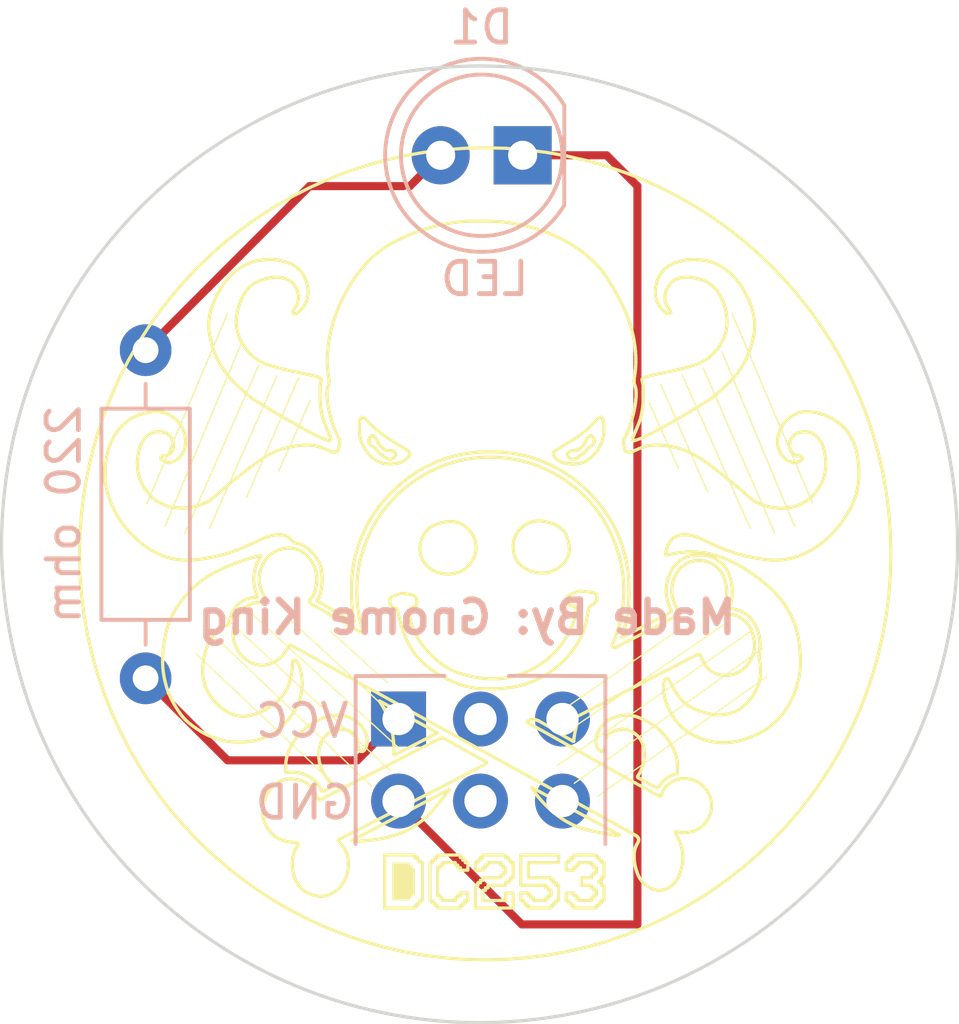
<source format=kicad_pcb>
(kicad_pcb (version 20221018) (generator pcbnew)

  (general
    (thickness 1.6)
  )

  (paper "A4")
  (layers
    (0 "F.Cu" signal)
    (31 "B.Cu" signal)
    (32 "B.Adhes" user "B.Adhesive")
    (33 "F.Adhes" user "F.Adhesive")
    (34 "B.Paste" user)
    (35 "F.Paste" user)
    (36 "B.SilkS" user "B.Silkscreen")
    (37 "F.SilkS" user "F.Silkscreen")
    (38 "B.Mask" user)
    (39 "F.Mask" user)
    (40 "Dwgs.User" user "User.Drawings")
    (41 "Cmts.User" user "User.Comments")
    (42 "Eco1.User" user "User.Eco1")
    (43 "Eco2.User" user "User.Eco2")
    (44 "Edge.Cuts" user)
    (45 "Margin" user)
    (46 "B.CrtYd" user "B.Courtyard")
    (47 "F.CrtYd" user "F.Courtyard")
    (48 "B.Fab" user)
    (49 "F.Fab" user)
    (50 "User.1" user)
    (51 "User.2" user)
    (52 "User.3" user)
    (53 "User.4" user)
    (54 "User.5" user)
    (55 "User.6" user)
    (56 "User.7" user)
    (57 "User.8" user)
    (58 "User.9" user)
  )

  (setup
    (pad_to_mask_clearance 0)
    (pcbplotparams
      (layerselection 0x00010fc_ffffffff)
      (plot_on_all_layers_selection 0x0000000_00000000)
      (disableapertmacros false)
      (usegerberextensions false)
      (usegerberattributes true)
      (usegerberadvancedattributes true)
      (creategerberjobfile true)
      (dashed_line_dash_ratio 12.000000)
      (dashed_line_gap_ratio 3.000000)
      (svgprecision 4)
      (plotframeref false)
      (viasonmask false)
      (mode 1)
      (useauxorigin true)
      (hpglpennumber 1)
      (hpglpenspeed 20)
      (hpglpendiameter 15.000000)
      (dxfpolygonmode true)
      (dxfimperialunits true)
      (dxfusepcbnewfont true)
      (psnegative false)
      (psa4output false)
      (plotreference true)
      (plotvalue true)
      (plotinvisibletext false)
      (sketchpadsonfab false)
      (subtractmaskfromsilk false)
      (outputformat 1)
      (mirror false)
      (drillshape 0)
      (scaleselection 1)
      (outputdirectory "first_badge_v02_gbr/")
    )
  )

  (net 0 "")
  (net 1 "Net-(D1-K)")
  (net 2 "Net-(D1-A)")
  (net 3 "unconnected-(J1-Pin_3-Pad3)")
  (net 4 "unconnected-(J1-Pin_4-Pad4)")
  (net 5 "Net-(J1-Pin_1)")
  (net 6 "unconnected-(J1-Pin_5-Pad5)")
  (net 7 "unconnected-(J1-Pin_6-Pad6)")

  (footprint "LED_THT:LED_D5.0mm" (layer "B.Cu") (at 98.043354 57.465623 180))

  (footprint "Resistor_THT:R_Axial_DIN0207_L6.3mm_D2.5mm_P10.16mm_Horizontal" (layer "B.Cu") (at 86.36 63.5 -90))

  (footprint "Connector_PinSocket_2.54mm:PinSocket_2x03_P2.54mm_Vertical" (layer "B.Cu") (at 94.197817 80.000323 -90))

  (gr_line (start 101.427875 62.886837) (end 101.449337 62.972309)
    (stroke (width 0.1) (type solid)) (layer "F.SilkS") (tstamp 0002d07d-15f5-41a2-b2f2-cf812408e86e))
  (gr_line (start 91.105911 80.081199) (end 91.090295 80.060573)
    (stroke (width 0.1) (type solid)) (layer "F.SilkS") (tstamp 00137395-6e57-4544-8412-e73d04831f20))
  (gr_line (start 90.367557 60.695984) (end 90.326082 60.691917)
    (stroke (width 0.1) (type solid)) (layer "F.SilkS") (tstamp 00145dfe-b9bc-400c-bd9c-db0be2ba8609))
  (gr_line (start 91.339259 69.844829) (end 91.369804 69.875686)
    (stroke (width 0.1) (type solid)) (layer "F.SilkS") (tstamp 001b9760-161d-4f26-9780-8551438aa249))
  (gr_line (start 103.776444 74.744852) (end 103.823146 74.755687)
    (stroke (width 0.1) (type solid)) (layer "F.SilkS") (tstamp 001c07c2-0979-4485-ab50-220597bc14e9))
  (gr_line (start 103.181148 60.695984) (end 103.222621 60.691917)
    (stroke (width 0.1) (type solid)) (layer "F.SilkS") (tstamp 00231cfa-7562-4352-ae25-f7387cc5cfee))
  (gr_line (start 94.157076 71.525652) (end 94.154321 71.522348)
    (stroke (width 0.1) (type solid)) (layer "F.SilkS") (tstamp 002adc82-53e0-4b8f-8055-23d8666c1f07))
  (gr_line (start 94.522975 71.526987) (end 94.521602 71.528226)
    (stroke (width 0.1) (type solid)) (layer "F.SilkS") (tstamp 0032e7b5-cc34-447c-b222-c3ece45402e3))
  (gr_line (start 87.095923 74.169242) (end 87.07178 74.10962)
    (stroke (width 0.1) (type solid)) (layer "F.SilkS") (tstamp 003f32d0-a252-4df8-b7f6-eb8ab2a00bbc))
  (gr_line (start 102.506414 70.751903) (end 102.49725 70.824883)
    (stroke (width 0.1) (type solid)) (layer "F.SilkS") (tstamp 00401683-999a-4826-ac85-04179484b078))
  (gr_line (start 105.647704 70.803795) (end 105.727593 70.876782)
    (stroke (width 0.1) (type solid)) (layer "F.SilkS") (tstamp 00527fd1-aabf-4653-8020-431e7138c543))
  (gr_line (start 103.461616 72.92038) (end 102.592105 73.368321)
    (stroke (width 0.1) (type solid)) (layer "F.SilkS") (tstamp 0059d520-b8c7-486b-9b35-7ccb6da10010))
  (gr_line (start 94.503788 66.621135) (end 94.510453 66.626816)
    (stroke (width 0.1) (type solid)) (layer "F.SilkS") (tstamp 0061c27f-099b-4c0b-8348-3f86691dd654))
  (gr_line (start 86.836012 66.836906) (end 86.836701 66.832894)
    (stroke (width 0.1) (type solid)) (layer "F.SilkS") (tstamp 006a840d-a1fb-47df-876d-a494daf7b869))
  (gr_line (start 101.342638 65.909896) (end 101.317026 65.973427)
    (stroke (width 0.1) (type solid)) (layer "F.SilkS") (tstamp 0073ab74-ef9f-4b97-bc39-3c21ddc2e7aa))
  (gr_line (start 104.033043 75.640096) (end 103.957401 75.629443)
    (stroke (width 0.1) (type solid)) (layer "F.SilkS") (tstamp 0074cee1-c07b-4f17-8b5b-bfa829695a8b))
  (gr_line (start 106.055722 65.896373) (end 106.08221 65.849504)
    (stroke (width 0.1) (type solid)) (layer "F.SilkS") (tstamp 00812410-5bf3-49a2-9000-7035e4000c3d))
  (gr_line (start 99.466441 71.364832) (end 99.461892 71.359606)
    (stroke (width 0.1) (type solid)) (layer "F.SilkS") (tstamp 008878cd-3f7d-416a-ae3d-887328b138d4))
  (gr_line (start 88.990625 75.622405) (end 88.890653 75.609365)
    (stroke (width 0.1) (type solid)) (layer "F.SilkS") (tstamp 00941522-60b0-48cd-95de-1831bec44e59))
  (gr_line (start 91.687308 66.476712) (end 91.727571 66.488384)
    (stroke (width 0.1) (type solid)) (layer "F.SilkS") (tstamp 009fa77d-0c26-4d40-ae3b-6ad5d10b5735))
  (gr_line (start 91.49029 71.357611) (end 91.49827 71.363063)
    (stroke (width 0.1) (type solid)) (layer "F.SilkS") (tstamp 00a418b1-0293-4bbe-a9b1-7d641001ef33))
  (gr_line (start 101.474905 65.471096) (end 101.453685 65.552871)
    (stroke (width 0.1) (type solid)) (layer "F.SilkS") (tstamp 00a6b767-681a-47b8-aa78-8d28cb2fe562))
  (gr_line (start 96.267199 80.537783) (end 96.267199 80.616089)
    (stroke (width 0.1) (type solid)) (layer "F.SilkS") (tstamp 00afb96f-a33f-41c4-9320-d976d26561da))
  (gr_line (start 107.058671 67.976197) (end 107.089825 67.940165)
    (stroke (width 0.1) (type solid)) (layer "F.SilkS") (tstamp 00b16fa5-4e3c-493c-86fd-7bc24543ec98))
  (gr_line (start 90.79659 64.127967) (end 90.702152 64.10545)
    (stroke (width 0.1) (type solid)) (layer "F.SilkS") (tstamp 00b24a92-437c-4a68-a7bb-5a71e0f11cb3))
  (gr_line (start 99.427542 69.302937) (end 99.441187 69.344206)
    (stroke (width 0.1) (type solid)) (layer "F.SilkS") (tstamp 00b891fe-8d80-4be2-9d5c-7efed9eaf208))
  (gr_line (start 89.130592 69.710719) (end 88.971839 69.764137)
    (stroke (width 0.1) (type solid)) (layer "F.SilkS") (tstamp 00bda038-a214-4243-b9d9-b2a5296abd42))
  (gr_line (start 94.082038 66.799039) (end 94.078773 66.804605)
    (stroke (width 0.1) (type solid)) (layer "F.SilkS") (tstamp 00cad571-487f-41bf-a630-7eedd3308ed2))
  (gr_line (start 88.65122 69.85657) (end 88.489272 69.895155)
    (stroke (width 0.1) (type solid)) (layer "F.SilkS") (tstamp 00f09d49-2308-4080-b98b-5f9b521553f5))
  (gr_line (start 92.140482 66.646121) (end 92.15377 66.649314)
    (stroke (width 0.1) (type solid)) (layer "F.SilkS") (tstamp 00f0c7f9-f98a-41a7-a2fe-bc27b30dbfa8))
  (gr_line (start 106.622032 69.86116) (end 106.572728 69.879348)
    (stroke (width 0.1) (type solid)) (layer "F.SilkS") (tstamp 00f578fb-6170-4718-826e-5fe6ad55529b))
  (gr_line (start 96.876595 76.228621) (end 96.880299 76.230474)
    (stroke (width 0.1) (type solid)) (layer "F.SilkS") (tstamp 00f85477-8ce6-464a-9df3-03dcc26d8319))
  (gr_line (start 94.094606 66.685054) (end 94.096179 66.690075)
    (stroke (width 0.1) (type solid)) (layer "F.SilkS") (tstamp 00f95e7e-d6bb-4af0-9745-1d4ee17291f9))
  (gr_line (start 91.725057 76.091112) (end 91.729312 76.142585)
    (stroke (width 0.1) (type solid)) (layer "F.SilkS") (tstamp 00fc2da7-a881-4d31-9ff2-f915fdf497e6))
  (gr_line (start 91.041429 78.750101) (end 91.038587 78.748907)
    (stroke (width 0.1) (type solid)) (layer "F.SilkS") (tstamp 00fe34ba-70ba-41c5-a9c5-fd8abc98ef55))
  (gr_line (start 102.891059 71.658251) (end 102.89206 71.653937)
    (stroke (width 0.1) (type solid)) (layer "F.SilkS") (tstamp 01043ba4-f8e2-41e8-9b37-a745ac16f5cd))
  (gr_line (start 89.866488 69.87732) (end 89.882917 69.87412)
    (stroke (width 0.1) (type solid)) (layer "F.SilkS") (tstamp 0111da1c-95be-458c-944b-cf84c47ee32d))
  (gr_line (start 92.853836 75.41627) (end 92.834968 75.395969)
    (stroke (width 0.1) (type solid)) (layer "F.SilkS") (tstamp 0143bbfd-fc70-47af-8b60-47b38718593a))
  (gr_line (start 104.476469 73.559431) (end 104.4392 73.564702)
    (stroke (width 0.1) (type solid)) (layer "F.SilkS") (tstamp 014e07ac-e579-4c3b-bcae-81fe2a989667))
  (gr_line (start 101.478652 66.30024) (end 101.474421 66.29914)
    (stroke (width 0.1) (type solid)) (layer "F.SilkS") (tstamp 015affeb-fc18-4a93-b85b-e21fdc175916))
  (gr_line (start 91.804295 70.292405) (end 91.799246 70.265552)
    (stroke (width 0.1) (type solid)) (layer "F.SilkS") (tstamp 015fa60b-efd3-403f-9e36-ca3ad6852dac))
  (gr_line (start 95.294624 77.706835) (end 95.222448 77.787568)
    (stroke (width 0.1) (type solid)) (layer "F.SilkS") (tstamp 0165aa36-7695-4c2e-9692-51a378f92d1c))
  (gr_line (start 100.293366 71.031237) (end 100.299135 71.033661)
    (stroke (width 0.1) (type solid)) (layer "F.SilkS") (tstamp 0166fa41-4710-425f-921b-a75176f98e39))
  (gr_line (start 99.579217 66.612866) (end 99.584096 66.612788)
    (stroke (width 0.1) (type solid)) (layer "F.SilkS") (tstamp 017a7d92-6bfc-4b7d-8e83-01869d8d26ed))
  (gr_line (start 93.033431 72.220552) (end 93.036434 72.219631)
    (stroke (width 0.1) (type solid)) (layer "F.SilkS") (tstamp 017a7dce-8a34-4335-9085-89d54cfc3dfb))
  (gr_line (start 106.675501 66.785855) (end 106.678003 66.787674)
    (stroke (width 0.1) (type solid)) (layer "F.SilkS") (tstamp 018f4bec-6a4e-4cd5-b8fb-735c4d021eff))
  (gr_line (start 105.050506 72.024374) (end 105.068131 72.05115)
    (stroke (width 0.1) (type solid)) (layer "F.SilkS") (tstamp 019a27f5-3aca-4af0-900c-369d64f2a903))
  (gr_line (start 91.085712 62.329297) (end 91.094051 62.323068)
    (stroke (width 0.1) (type solid)) (layer "F.SilkS") (tstamp 019a8bcc-109f-48e8-8184-9c404875f617))
  (gr_line (start 94.072571 76.032975) (end 94.070979 76.033241)
    (stroke (width 0.1) (type solid)) (layer "F.SilkS") (tstamp 01b4842e-aac0-48bf-9ed9-51c0cfba701d))
  (gr_line (start 87.530351 66.651782) (end 87.511451 66.688454)
    (stroke (width 0.1) (type solid)) (layer "F.SilkS") (tstamp 01b62812-ddf2-4fdc-b905-0380f8b73f68))
  (gr_line (start 93.064592 72.106829) (end 93.02712 71.967171)
    (stroke (width 0.1) (type solid)) (layer "F.SilkS") (tstamp 01bbe3f8-3eab-4dd0-ac68-d7beb266220d))
  (gr_line (start 100.408525 75.883301) (end 100.403089 75.876723)
    (stroke (width 0.1) (type solid)) (layer "F.SilkS") (tstamp 01bead2d-b8fd-4767-ba49-b4345ec25533))
  (gr_line (start 91.875469 77.154948) (end 91.869652 77.157902)
    (stroke (width 0.1) (type solid)) (layer "F.SilkS") (tstamp 01c10bca-47a1-4e20-b3ab-75c91dedf88f))
  (gr_line (start 102.533748 71.261617) (end 102.55456 71.334109)
    (stroke (width 0.1) (type solid)) (layer "F.SilkS") (tstamp 01c4731e-1d34-419a-a80d-1e32b72311d7))
  (gr_line (start 103.551579 72.944158) (end 103.549593 72.939824)
    (stroke (width 0.1) (type solid)) (layer "F.SilkS") (tstamp 01cf95d9-1a8e-4ea8-80ba-89f4dd31cb82))
  (gr_line (start 107.047513 69.651849) (end 106.955709 69.704991)
    (stroke (width 0.1) (type solid)) (layer "F.SilkS") (tstamp 01e59863-7632-444c-9fcd-7ab034cd5fdf))
  (gr_line (start 100.885404 72.470563) (end 100.846034 72.567073)
    (stroke (width 0.1) (type solid)) (layer "F.SilkS") (tstamp 01e7cf42-fee0-4116-a56d-48e0da20d64c))
  (gr_line (start 93.740447 81.981793) (end 93.143839 81.812376)
    (stroke (width 0.1) (type solid)) (layer "F.SilkS") (tstamp 01eb2149-0404-40be-b7ed-1bc5da1615ed))
  (gr_line (start 95.203013 68.971518) (end 95.22623 68.957038)
    (stroke (width 0.1) (type solid)) (layer "F.SilkS") (tstamp 01f94d81-de68-4d98-9d3a-8eb5e763077e))
  (gr_line (start 101.117559 72.372685) (end 101.117725 72.37167)
    (stroke (width 0.1) (type solid)) (layer "F.SilkS") (tstamp 01fb2aea-89e8-4e45-9fe9-d1c63fabe55b))
  (gr_line (start 100.433351 65.581965) (end 100.438766 65.579777)
    (stroke (width 0.1) (type solid)) (layer "F.SilkS") (tstamp 01fc5cad-e9df-46f8-b09f-cc8a550cd6ab))
  (gr_line (start 93.751741 66.570354) (end 93.760086 66.575287)
    (stroke (width 0.1) (type solid)) (layer "F.SilkS") (tstamp 020b9575-6ff4-4786-8722-db360f2e958f))
  (gr_line (start 101.321934 74.803314) (end 101.359553 74.806231)
    (stroke (width 0.1) (type solid)) (layer "F.SilkS") (tstamp 0218ab2a-2b25-4f1f-a6d8-eab6c03f791d))
  (gr_line (start 92.559673 57.995727) (end 93.143839 57.798068)
    (stroke (width 0.1) (type solid)) (layer "F.SilkS") (tstamp 02261fd2-e6b4-4355-bad3-9b505c59f034))
  (gr_line (start 89.518105 61.614985) (end 89.539592 61.590995)
    (stroke (width 0.1) (type solid)) (layer "F.SilkS") (tstamp 0234bb8c-a209-4df3-996f-61de594e35fa))
  (gr_line (start 105.36922 72.96717) (end 105.369691 72.962356)
    (stroke (width 0.1) (type solid)) (layer "F.SilkS") (tstamp 023fb822-dd8f-4df4-8537-18fb7208c59f))
  (gr_line (start 99.66269 66.868138) (end 99.65083 66.870246)
    (stroke (width 0.1) (type solid)) (layer "F.SilkS") (tstamp 024ef9b9-ba6b-4da1-ad18-cd53b40faba8))
  (gr_line (start 87.183992 66.267759) (end 87.173534 66.246775)
    (stroke (width 0.1) (type solid)) (layer "F.SilkS") (tstamp 0252229e-b747-4c6e-8e73-669339ba2322))
  (gr_line (start 91.04658 62.100607) (end 91.04364 62.106545)
    (stroke (width 0.1) (type solid)) (layer "F.SilkS") (tstamp 02580539-8c74-4ba5-9b0f-005c0717a3f8))
  (gr_line (start 93.14269 75.87216) (end 93.138636 75.878198)
    (stroke (width 0.1) (type solid)) (layer "F.SilkS") (tstamp 02705ef2-a0a4-446d-9522-4d8e7027e33d))
  (gr_line (start 102.43724 73.739999) (end 102.439378 73.734743)
    (stroke (width 0.1) (type solid)) (layer "F.SilkS") (tstamp 02733132-e00c-4106-8ad7-09662de03a7b))
  (gr_line (start 86.398482 66.161421) (end 86.366519 66.193116)
    (stroke (width 0.1) (type solid)) (layer "F.SilkS") (tstamp 0277007a-9a55-42fd-a366-14805acadc01))
  (gr_line (start 99.364235 78.071375) (end 99.297732 78.02987)
    (stroke (width 0.1) (type solid)) (layer "F.SilkS") (tstamp 027e7c3c-b213-42e0-a06f-1c8760d6f863))
  (gr_line (start 91.675354 71.232028) (end 91.687017 71.220027)
    (stroke (width 0.1) (type solid)) (layer "F.SilkS") (tstamp 028278c2-d274-4fe9-90af-c754c2a1e52f))
  (gr_line (start 90.891397 64.149134) (end 90.79659 64.127967)
    (stroke (width 0.1) (type solid)) (layer "F.SilkS") (tstamp 0294cbcb-9237-4835-975e-5967e0acd0c1))
  (gr_line (start 92.625254 79.207317) (end 92.634504 79.259849)
    (stroke (width 0.1) (type solid)) (layer "F.SilkS") (tstamp 02a7a5ec-cd54-4696-8faa-3207aef43ba6))
  (gr_line (start 90.815862 72.654139) (end 90.812947 72.65664)
    (stroke (width 0.1) (type solid)) (layer "F.SilkS") (tstamp 02b2fab1-e06e-4e30-8a25-6c2d7cd3b0a8))
  (gr_line (start 94.099086 66.750066) (end 94.097906 66.756539)
    (stroke (width 0.1) (type solid)) (layer "F.SilkS") (tstamp 02bab4bc-a910-4b67-a3f0-f79ea8774540))
  (gr_line (start 108.000541 65.891739) (end 108.019661 65.912626)
    (stroke (width 0.1) (type solid)) (layer "F.SilkS") (tstamp 02c9303c-480e-4b61-b2a1-0dfc7fa6c7d6))
  (gr_line (start 90.086793 71.326355) (end 90.088622 71.324704)
    (stroke (width 0.1) (type solid)) (layer "F.SilkS") (tstamp 02dfc31b-99a1-4fcc-9d9f-dc7ee60305b0))
  (gr_line (start 93.846383 66.214722) (end 93.914088 66.260282)
    (stroke (width 0.1) (type solid)) (layer "F.SilkS") (tstamp 02e3dbcc-500d-4396-b709-c7c4942fb12e))
  (gr_line (start 104.948997 74.469733) (end 104.987113 74.431193)
    (stroke (width 0.1) (type solid)) (layer "F.SilkS") (tstamp 02e82353-7c5b-40b7-9bad-b99cae2172d2))
  (gr_line (start 102.626173 62.32184) (end 102.626227 62.324488)
    (stroke (width 0.1) (type solid)) (layer "F.SilkS") (tstamp 02e841b4-6f58-41ac-8f5e-cd5f5a2da183))
  (gr_line (start 102.836393 71.523693) (end 102.823503 71.500019)
    (stroke (width 0.1) (type solid)) (layer "F.SilkS") (tstamp 0309e898-5f3f-4be6-ad10-448ebf79e2d1))
  (gr_line (start 92.367901 78.73486) (end 92.407645 78.777132)
    (stroke (width 0.1) (type solid)) (layer "F.SilkS") (tstamp 03196e99-6aeb-45fc-aa37-29457bb1b589))
  (gr_line (start 100.899052 74.863671) (end 100.957401 74.845413)
    (stroke (width 0.1) (type solid)) (layer "F.SilkS") (tstamp 031ac475-9416-40b3-b81c-56b5cc222d6e))
  (gr_line (start 102.489649 73.671945) (end 102.492034 73.670304)
    (stroke (width 0.1) (type solid)) (layer "F.SilkS") (tstamp 0323cfc3-16f7-4307-ad3d-bb8a081afb8e))
  (gr_line (start 96.970352 73.672716) (end 97.034253 73.675619)
    (stroke (width 0.1) (type solid)) (layer "F.SilkS") (tstamp 0332f728-88f4-4010-b0f6-945cf6a759b6))
  (gr_line (start 92.608021 71.991415) (end 92.783619 72.09256)
    (stroke (width 0.1) (type solid)) (layer "F.SilkS") (tstamp 033cf594-539e-4ad5-b5c1-db135b4af688))
  (gr_line (start 88.37047 74.207562) (end 88.396523 74.243823)
    (stroke (width 0.1) (type solid)) (layer "F.SilkS") (tstamp 03503ce4-9646-48ad-a442-1691932a0520))
  (gr_line (start 100.040914 66.574579) (end 100.031519 66.585165)
    (stroke (width 0.1) (type solid)) (layer "F.SilkS") (tstamp 03570b7b-de23-4afa-9556-0be1aff45159))
  (gr_line (start 87.161773 66.656034) (end 87.169941 66.644374)
    (stroke (width 0.1) (type solid)) (layer "F.SilkS") (tstamp 035b5e9d-eb3c-4ada-a0fc-6bb314eeaa0b))
  (gr_line (start 103.179287 74.509487) (end 103.216344 74.53291)
    (stroke (width 0.1) (type solid)) (layer "F.SilkS") (tstamp 03677f36-d7c6-4817-94f6-ec956d2665e3))
  (gr_line (start 102.41912 73.806569) (end 102.425958 73.778739)
    (stroke (width 0.1) (type solid)) (layer "F.SilkS") (tstamp 036c1a4d-06c2-43b5-b758-10e3404486a7))
  (gr_line (start 100.392796 75.8625) (end 100.387906 75.854918)
    (stroke (width 0.1) (type solid)) (layer "F.SilkS") (tstamp 036c6d44-0ebf-49b2-a7d5-7f6e11dd97d1))
  (gr_line (start 94.682768 71.100592) (end 94.689923 71.104602)
    (stroke (width 0.1) (type solid)) (layer "F.SilkS") (tstamp 036eacfa-fedf-4782-9ff1-1bbf5761c909))
  (gr_line (start 94.887031 69.850016) (end 94.874152 69.794256)
    (stroke (width 0.1) (type solid)) (layer "F.SilkS") (tstamp 03731ecb-cb07-4455-a685-83048fa2ac33))
  (gr_line (start 91.621417 70.914336) (end 91.615463 70.939446)
    (stroke (width 0.1) (type solid)) (layer "F.SilkS") (tstamp 03743e85-74cb-4a11-bdfe-ee349bb2b48a))
  (gr_line (start 87.30794 71.491162) (end 87.351358 71.423427)
    (stroke (width 0.1) (type solid)) (layer "F.SilkS") (tstamp 03793dd3-515e-43c0-b8f0-f32a9a734f0a))
  (gr_line (start 102.671386 76.86455) (end 102.702434 76.848429)
    (stroke (width 0.1) (type solid)) (layer "F.SilkS") (tstamp 03865198-e1c9-4725-992d-d176b0a5176b))
  (gr_line (start 100.262036 66.320842) (end 100.261218 66.32922)
    (stroke (width 0.1) (type solid)) (layer "F.SilkS") (tstamp 0389890e-821a-4a39-8627-1040b13da1d1))
  (gr_line (start 106.682746 66.791672) (end 106.684984 66.793852)
    (stroke (width 0.1) (type solid)) (layer "F.SilkS") (tstamp 038f9622-3b93-4ee6-ab68-842370e9eef9))
  (gr_line (start 94.054132 76.027755) (end 94.053023 76.02655)
    (stroke (width 0.1) (type solid)) (layer "F.SilkS") (tstamp 0397236d-b7f7-47a2-b04a-a45ee9425e02))
  (gr_line (start 87.128912 69.938552) (end 87.019583 69.908392)
    (stroke (width 0.1) (type solid)) (layer "F.SilkS") (tstamp 039d6abe-230a-49b3-9ea0-72065596f919))
  (gr_line (start 105.618262 68.331759) (end 105.659418 68.341741)
    (stroke (width 0.1) (type solid)) (layer "F.SilkS") (tstamp 039fe41c-7f1d-4a20-8cbd-716d96676a43))
  (gr_line (start 103.182256 69.882693) (end 103.156549 69.89134)
    (stroke (width 0.1) (type solid)) (layer "F.SilkS") (tstamp 03a141dd-e615-4215-8b46-db6bfb4168fb))
  (gr_line (start 87.001803 72.200544) (end 87.027535 72.107927)
    (stroke (width 0.1) (type solid)) (layer "F.SilkS") (tstamp 03a8c946-a0fc-483d-9479-9c5341dc4969))
  (gr_line (start 96.910149 76.295874) (end 96.909029 76.2977)
    (stroke (width 0.1) (type solid)) (layer "F.SilkS") (tstamp 03acaf42-fda6-4562-9bfc-e41a3d826870))
  (gr_line (start 91.366801 66.436169) (end 91.401858 66.436727)
    (stroke (width 0.1) (type solid)) (layer "F.SilkS") (tstamp 03b36f35-9444-4fc3-905a-94fbe0ea6172))
  (gr_line (start 101.170439 70.747165) (end 101.173737 70.845462)
    (stroke (width 0.1) (type solid)) (layer "F.SilkS") (tstamp 03b9746f-9376-4e7d-b957-b00251215dbe))
  (gr_line (start 103.995652 69.843026) (end 104.083945 69.86954)
    (stroke (width 0.1) (type solid)) (layer "F.SilkS") (tstamp 03c2c9f6-2bc9-4d9c-97d3-fb2b42c2e3cf))
  (gr_line (start 89.264181 71.340046) (end 89.213819 71.386324)
    (stroke (width 0.1) (type solid)) (layer "F.SilkS") (tstamp 03c4299b-8a4f-42d3-b8e9-d802745b0bf1))
  (gr_line (start 91.049406 62.094597) (end 91.04658 62.100607)
    (stroke (width 0.1) (type solid)) (layer "F.SilkS") (tstamp 03d04504-2388-4efb-99bd-e2db13b868e8))
  (gr_line (start 98.696427 68.79954) (end 98.762917 68.811301)
    (stroke (width 0.1) (type solid)) (layer "F.SilkS") (tstamp 03d8f57e-f449-4063-9f55-c79859bcf97e))
  (gr_line (start 91.678854 69.968504) (end 91.663987 69.946099)
    (stroke (width 0.1) (type solid)) (layer "F.SilkS") (tstamp 03dd0648-3e9b-4326-ae9a-2de1d5ff457f))
  (gr_line (start 104.306771 63.04365) (end 104.325855 62.984075)
    (stroke (width 0.1) (type solid)) (layer "F.SilkS") (tstamp 03ea7244-b5ac-4ee3-9d9e-7b5a8a8d37d9))
  (gr_line (start 90.698117 76.537278) (end 90.698901 76.523357)
    (stroke (width 0.1) (type solid)) (layer "F.SilkS") (tstamp 03f4f6f4-a6ab-4c6d-b184-c0fbc499086a))
  (gr_line (start 92.82203 71.87238) (end 92.822627 71.87528)
    (stroke (width 0.1) (type solid)) (layer "F.SilkS") (tstamp 03f56041-2482-4307-9abf-bcfcb9c27cfc))
  (gr_line (start 94.452917 66.860397) (end 94.434617 66.876502)
    (stroke (width 0.1) (type solid)) (layer "F.SilkS") (tstamp 03fe24af-a9b9-40e0-9502-2b94800aacd6))
  (gr_line (start 102.461455 61.761297) (end 102.456733 61.793183)
    (stroke (width 0.1) (type solid)) (layer "F.SilkS") (tstamp 04057888-d06f-49dc-b842-03cfd35bdbfa))
  (gr_line (start 101.117101 62.061392) (end 101.192291 62.22251)
    (stroke (width 0.1) (type solid)) (layer "F.SilkS") (tstamp 0412ab1d-90bd-45c3-933f-e21abb585499))
  (gr_line (start 90.849417 69.628092) (end 90.886656 69.631209)
    (stroke (width 0.1) (type solid)) (layer "F.SilkS") (tstamp 04140787-31c2-484e-bc0e-c1e38bd796c8))
  (gr_line (start 91.096352 61.857597) (end 91.095938 61.889984)
    (stroke (width 0.1) (type solid)) (layer "F.SilkS") (tstamp 0427e66e-f12e-4f6f-98e6-8826a8349959))
  (gr_line (start 94.065955 66.644382) (end 94.069899 66.647681)
    (stroke (width 0.1) (type solid)) (layer "F.SilkS") (tstamp 042c69cb-c1e0-484e-9a0f-d73aeff3d6f1))
  (gr_line (start 106.234855 66.904251) (end 106.220132 66.894529)
    (stroke (width 0.1) (type solid)) (layer "F.SilkS") (tstamp 04308d12-e635-4560-aae0-885f9f556589))
  (gr_line (start 90.926496 62.303465) (end 90.924812 62.308673)
    (stroke (width 0.1) (type solid)) (layer "F.SilkS") (tstamp 043c582b-df09-4b9c-8bad-c83a9345cb74))
  (gr_line (start 97.516959 79.209216) (end 97.595275 79.209216)
    (stroke (width 0.1) (type solid)) (layer "F.SilkS") (tstamp 043e49b0-e587-4082-9f43-441287ba62c4))
  (gr_line (start 97.205686 73.984406) (end 97.177055 73.984568)
    (stroke (width 0.1) (type solid)) (layer "F.SilkS") (tstamp 04412abf-d64b-432b-a78e-7b1e07583160))
  (gr_line (start 102.673342 70.817146) (end 102.679777 70.778195)
    (stroke (width 0.1) (type solid)) (layer "F.SilkS") (tstamp 0441ea3c-f82d-4bad-b269-1f2aa946f655))
  (gr_line (start 98.993318 66.710349) (end 98.993328 66.703656)
    (stroke (width 0.1) (type solid)) (layer "F.SilkS") (tstamp 0449d6f8-6e28-40df-ba7d-9beb61f9f469))
  (gr_line (start 101.476114 66.161715) (end 101.482929 66.146254)
    (stroke (width 0.1) (type solid)) (layer "F.SilkS") (tstamp 0451a9a6-dbb7-43c1-a024-361d1902bdfb))
  (gr_line (start 101.581007 78.807667) (end 101.590125 78.791653)
    (stroke (width 0.1) (type solid)) (layer "F.SilkS") (tstamp 04530af0-f5cd-488d-9a5d-ffd3a67e7a6e))
  (gr_line (start 100.3297 79.521908) (end 100.251912 79.521908)
    (stroke (width 0.1) (type solid)) (layer "F.SilkS") (tstamp 0454cf32-3336-4b81-8bac-7f9ae0447a8a))
  (gr_line (start 93.578506 66.386437) (end 93.589356 66.402526)
    (stroke (width 0.1) (type solid)) (layer "F.SilkS") (tstamp 0457ee02-7c73-419a-8aa9-c432f6c54b20))
  (gr_line (start 100.890489 72.703774) (end 100.895816 72.704277)
    (stroke (width 0.1) (type solid)) (layer "F.SilkS") (tstamp 045a65e4-7cea-4633-8dfb-8d41318e9435))
  (gr_line (start 101.012365 78.540461) (end 101.009569 78.540765)
    (stroke (width 0.1) (type solid)) (layer "F.SilkS") (tstamp 045ffd05-ae2f-44bb-9433-a3a2ec727518))
  (gr_line (start 103.4841 72.910197) (end 103.479951 72.91182)
    (stroke (width 0.1) (type solid)) (layer "F.SilkS") (tstamp 0468d958-5692-4107-b67c-240edec33260))
  (gr_line (start 92.968222 72.202649) (end 92.973722 72.205872)
    (stroke (width 0.1) (type solid)) (layer "F.SilkS") (tstamp 04699ec5-d39f-4745-9602-4dac098ff0a1))
  (gr_line (start 99.867027 66.741379) (end 99.854127 66.747992)
    (stroke (width 0.1) (type solid)) (layer "F.SilkS") (tstamp 0470ce04-70de-4b1d-a208-5386fd08ff3c))
  (gr_line (start 96.028432 66.751998) (end 95.933833 66.77478)
    (stroke (width 0.1) (type solid)) (layer "F.SilkS") (tstamp 04840393-40a5-4089-b8f4-2bc1215b53bb))
  (gr_line (start 99.559411 66.871325) (end 99.549734 66.869431)
    (stroke (width 0.1) (type solid)) (layer "F.SilkS") (tstamp 04873bd1-8253-42ba-a621-ce17fb62db79))
  (gr_line (start 101.466993 66.296088) (end 101.463784 66.294144)
    (stroke (width 0.1) (type solid)) (layer "F.SilkS") (tstamp 048da770-aa6a-47d2-bb70-f4d2d4c71c38))
  (gr_line (start 102.962406 78.431849) (end 102.908025 78.425046)
    (stroke (width 0.1) (type solid)) (layer "F.SilkS") (tstamp 04932e9a-1602-47f4-aaf6-e1e009d89ec4))
  (gr_line (start 101.352445 62.633783) (end 101.37939 62.717586)
    (stroke (width 0.1) (type solid)) (layer "F.SilkS") (tstamp 04a0dfd4-daff-4c93-b576-a8fc3114f170))
  (gr_line (start 99.935596 66.424996) (end 99.953438 66.397789)
    (stroke (width 0.1) (type solid)) (layer "F.SilkS") (tstamp 04a29ee5-f868-4c59-a1f3-c15b9af47fc8))
  (gr_line (start 95.597031 82.312694) (end 94.967834 82.232742)
    (stroke (width 0.1) (type solid)) (layer "F.SilkS") (tstamp 04ab8d62-dfd1-4aee-af2c-30f88d356d1b))
  (gr_line (start 103.638729 69.76653) (end 103.728554 69.781091)
    (stroke (width 0.1) (type solid)) (layer "F.SilkS") (tstamp 04bf83db-fc0c-4e23-b4f8-07bd43d168c9))
  (gr_line (start 102.649037 71.590738) (end 102.648295 71.593067)
    (stroke (width 0.1) (type solid)) (layer "F.SilkS") (tstamp 04cac7ae-251f-4366-8dbf-d83610b92daa))
  (gr_line (start 103.233997 69.869112) (end 103.208074 69.875319)
    (stroke (width 0.1) (type solid)) (layer "F.SilkS") (tstamp 04cc49be-ffbf-43f7-a4e5-18f57e0676d9))
  (gr_line (start 104.44248 71.481098) (end 104.442591 71.479298)
    (stroke (width 0.1) (type solid)) (layer "F.SilkS") (tstamp 04ce6686-bd95-4315-999b-68d0b3f3c62b))
  (gr_line (start 100.36649 65.635102) (end 100.378341 65.623219)
    (stroke (width 0.1) (type solid)) (layer "F.SilkS") (tstamp 04d019d8-7084-4801-8fd8-ac6a8855e1ba))
  (gr_line (start 86.841663 66.816614) (end 86.84328 66.81294)
    (stroke (width 0.1) (type solid)) (layer "F.SilkS") (tstamp 04d36bad-d4aa-44e2-9643-64ddbfde1eab))
  (gr_line (start 100.314776 75.559483) (end 100.317857 75.531768)
    (stroke (width 0.1) (type solid)) (layer "F.SilkS") (tstamp 04d3b072-fbef-45e4-bd9c-c4d887c37e35))
  (gr_line (start 94.547652 66.696177) (end 94.548087 66.702866)
    (stroke (width 0.1) (type solid)) (layer "F.SilkS") (tstamp 04d62bdc-e2a0-4669-8e26-5c3c66c39e32))
  (gr_line (start 86.551673 65.410968) (end 86.586111 65.407573)
    (stroke (width 0.1) (type solid)) (layer "F.SilkS") (tstamp 04db01a3-a316-4081-b549-7ce78930113d))
  (gr_line (start 92.078143 66.297755) (end 92.081687 66.296088)
    (stroke (width 0.1) (type solid)) (layer "F.SilkS") (tstamp 04eb2978-80df-45fd-82ef-167998080b4b))
  (gr_line (start 102.522956 61.578956) (end 102.50894 61.607923)
    (stroke (width 0.1) (type solid)) (layer "F.SilkS") (tstamp 04f023a3-a007-4793-95e2-73531906fc17))
  (gr_line (start 101.938497 66.457565) (end 101.980822 66.450422)
    (stroke (width 0.1) (type solid)) (layer "F.SilkS") (tstamp 0503755f-2434-4f8d-a678-bdbc7323d664))
  (gr_line (start 103.412117 61.272733) (end 103.348114 61.260422)
    (stroke (width 0.1) (type solid)) (layer "F.SilkS") (tstamp 050b15f7-eff2-4f0c-a689-1e4510f3affe))
  (gr_line (start 92.148431 76.977246) (end 92.149939 76.979573)
    (stroke (width 0.1) (type solid)) (layer "F.SilkS") (tstamp 050b1f36-249a-4120-959f-ca0a1d966b27))
  (gr_line (start 95.407393 79.521908) (end 95.407393 80.38167)
    (stroke (width 0.1) (type solid)) (layer "F.SilkS") (tstamp 050c5309-8470-474d-bede-f79da4194aaf))
  (gr_line (start 91.993092 64.020923) (end 91.988632 63.940115)
    (stroke (width 0.1) (type solid)) (layer "F.SilkS") (tstamp 050cd2e4-41be-45dd-ae7d-692efeffe2cc))
  (gr_line (start 91.584072 71.035185) (end 91.579449 71.045736)
    (stroke (width 0.1) (type solid)) (layer "F.SilkS") (tstamp 0510cb41-c5d1-46af-99fe-4233bc8275ff))
  (gr_line (start 103.81779 60.748056) (end 103.853155 60.757953)
    (stroke (width 0.1) (type solid)) (layer "F.SilkS") (tstamp 05272f1b-76c1-4c9f-8200-c26b675fe240))
  (gr_line (start 102.721006 70.623835) (end 102.734898 70.585586)
    (stroke (width 0.1) (type solid)) (layer "F.SilkS") (tstamp 052daebb-207e-43a2-b16f-5590cfe92dc6))
  (gr_line (start 102.824187 78.408316) (end 102.81942 78.407474)
    (stroke (width 0.1) (type solid)) (layer "F.SilkS") (tstamp 052edeaa-b628-4aae-bcc9-e6f0b2242876))
  (gr_line (start 102.860122 71.697931) (end 102.864964 71.694083)
    (stroke (width 0.1) (type solid)) (layer "F.SilkS") (tstamp 0538da48-748b-49ed-89bb-3c5d7309cf30))
  (gr_line (start 102.752349 69.293544) (end 102.732229 69.307882)
    (stroke (width 0.1) (type solid)) (layer "F.SilkS") (tstamp 0545dec4-5db5-4f23-9337-f2525b620f85))
  (gr_line (start 99.450908 66.779363) (end 99.447497 66.771021)
    (stroke (width 0.1) (type solid)) (layer "F.SilkS") (tstamp 0546f110-5084-4281-9ec8-45b470e4b191))
  (gr_line (start 101.9193 80.10891) (end 101.888268 80.087128)
    (stroke (width 0.1) (type solid)) (layer "F.SilkS") (tstamp 054747d5-d8ae-4e66-aaec-bef5d3bd6075))
  (gr_line (start 106.349063 68.365537) (end 106.388734 68.357486)
    (stroke (width 0.1) (type solid)) (layer "F.SilkS") (tstamp 0549ab12-64c3-4243-97b3-d0ff76708d3e))
  (gr_line (start 106.428258 68.348376) (end 106.473704 68.336486)
    (stroke (width 0.1) (type solid)) (layer "F.SilkS") (tstamp 05582709-4255-4f61-9c46-2028a3a2db87))
  (gr_line (start 93.303755 66.393783) (end 93.299782 66.386503)
    (stroke (width 0.1) (type solid)) (layer "F.SilkS") (tstamp 055f438e-355c-44af-9516-4a2a63360f85))
  (gr_line (start 92.104578 62.881048) (end 92.138688 62.747476)
    (stroke (width 0.1) (type solid)) (layer "F.SilkS") (tstamp 056272ed-e82b-4f1d-a108-540d73d6b6e5))
  (gr_line (start 89.72008 70.419023) (end 89.712506 70.498655)
    (stroke (width 0.1) (type solid)) (layer "F.SilkS") (tstamp 0572cf03-3376-4bb3-864a-5a5ef6d60b60))
  (gr_line (start 102.782769 76.015181) (end 102.792702 76.046589)
    (stroke (width 0.1) (type solid)) (layer "F.SilkS") (tstamp 0573df34-38c7-4d9b-95d2-04687f518659))
  (gr_line (start 102.588796 62.370512) (end 102.585891 62.37148)
    (stroke (width 0.1) (type solid)) (layer "F.SilkS") (tstamp 058b771d-e476-420e-a09f-f31fffc7c8c3))
  (gr_line (start 92.153609 77.004172) (end 92.152533 77.006049)
    (stroke (width 0.1) (type solid)) (layer "F.SilkS") (tstamp 059b3366-e5a3-41d9-847a-29d10a4e19c6))
  (gr_line (start 94.063099 76.032835) (end 94.061543 76.032358)
    (stroke (width 0.1) (type solid)) (layer "F.SilkS") (tstamp 05a1d508-3b47-4861-99e0-7bb425963618))
  (gr_line (start 91.342814 61.376398) (end 91.32246 61.318374)
    (stroke (width 0.1) (type solid)) (layer "F.SilkS") (tstamp 05a66eaf-f1c1-47fb-8f4d-482bec658008))
  (gr_line (start 91.077184 78.848184) (end 91.079346 78.841946)
    (stroke (width 0.1) (type solid)) (layer "F.SilkS") (tstamp 05a6e5c8-6405-487c-8314-8affe744e4ab))
  (gr_line (start 88.506497 72.283658) (end 88.480464 72.312392)
    (stroke (width 0.1) (type solid)) (layer "F.SilkS") (tstamp 05ac8d74-b785-4f7c-b78d-20fcbd4f675e))
  (gr_line (start 103.799094 77.209802) (end 103.82079 77.253257)
    (stroke (width 0.1) (type solid)) (layer "F.SilkS") (tstamp 05af2655-0070-42e2-9c10-047e62caa6e8))
  (gr_line (start 101.258216 66.639252) (end 101.263625 66.64245)
    (stroke (width 0.1) (type solid)) (layer "F.SilkS") (tstamp 05b168d5-bfc7-4046-8cee-dc4455519607))
  (gr_line (start 100.309943 71.039285) (end 100.312462 71.040935)
    (stroke (width 0.1) (type solid)) (layer "F.SilkS") (tstamp 05b98c9e-5ba1-4582-8c6a-c432b1f5ba33))
  (gr_line (start 90.889734 80.860188) (end 90.363239 80.557461)
    (stroke (width 0.1) (type solid)) (layer "F.SilkS") (tstamp 05bd9187-9d4a-4a08-9f28-2cbf20d919ae))
  (gr_line (start 96.898838 76.240124) (end 96.902204 76.24241)
    (stroke (width 0.1) (type solid)) (layer "F.SilkS") (tstamp 05c4affa-93bc-42f6-a2d7-54e481b37e44))
  (gr_line (start 93.767283 66.802288) (end 93.762256 66.796537)
    (stroke (width 0.1) (type solid)) (layer "F.SilkS") (tstamp 05c94ec3-9b0e-432d-8fb0-9e8e92741060))
  (gr_line (start 99.752788 66.584974) (end 99.76677 66.57868)
    (stroke (width 0.1) (type solid)) (layer "F.SilkS") (tstamp 05d01364-e3af-4eed-9b55-e4ae2f8d388b))
  (gr_line (start 101.03401 78.505008) (end 101.035103 78.506932)
    (stroke (width 0.1) (type solid)) (layer "F.SilkS") (tstamp 05da68a3-dc5e-4628-8542-7bc6d5794948))
  (gr_line (start 100.967828 72.686533) (end 101.190575 72.569483)
    (stroke (width 0.1) (type solid)) (layer "F.SilkS") (tstamp 05dd9cab-2f44-4668-89e2-2e86b9cf165c))
  (gr_line (start 102.694234 71.789376) (end 102.758656 71.755944)
    (stroke (width 0.1) (type solid)) (layer "F.SilkS") (tstamp 05e34281-30bd-4e35-8897-2b2ff1efc103))
  (gr_line (start 102.940633 64.081693) (end 103.034435 64.056806)
    (stroke (width 0.1) (type solid)) (layer "F.SilkS") (tstamp 05e4b0bc-7298-4697-a078-e802637d901a))
  (gr_line (start 102.882072 71.603142) (end 102.879126 71.597057)
    (stroke (width 0.1) (type solid)) (layer "F.SilkS") (tstamp 05faea43-66ef-46bb-b322-b7239e20dc48))
  (gr_line (start 90.940018 62.358572) (end 90.942801 62.360875)
    (stroke (width 0.1) (type solid)) (layer "F.SilkS") (tstamp 05ff3e88-bc8c-4d16-9305-df5fae3478f9))
  (gr_line (start 94.739461 67.288661) (end 94.652665 67.345322)
    (stroke (width 0.1) (type solid)) (layer "F.SilkS") (tstamp 060829fd-9b9f-4ce4-a231-b9e967836283))
  (gr_line (start 100.152997 66.147526) (end 100.158859 66.147703)
    (stroke (width 0.1) (type solid)) (layer "F.SilkS") (tstamp 060c626f-3a47-4e15-80fe-b0c8436e6720))
  (gr_line (start 102.554297 76.719303) (end 102.519486 76.74375)
    (stroke (width 0.1) (type solid)) (layer "F.SilkS") (tstamp 06131a92-fd9a-4f00-8cdf-eadcb0625872))
  (gr_line (start 100.180849 71.39395) (end 100.173747 71.398023)
    (stroke (width 0.1) (type solid)) (layer "F.SilkS") (tstamp 0619161a-4eb6-4f36-84b4-411d48b2af14))
  (gr_line (start 94.028799 71.448721) (end 94.012264 71.439623)
    (stroke (width 0.1) (type solid)) (layer "F.SilkS") (tstamp 061a6bdd-ce89-472b-917a-88a7a5ecdc53))
  (gr_line (start 90.937332 69.446281) (end 90.936109 69.44446)
    (stroke (width 0.1) (type solid)) (layer "F.SilkS") (tstamp 06207d88-69d3-44ab-b895-20d9552ba237))
  (gr_line (start 92.959926 75.830454) (end 92.956315 75.819095)
    (stroke (width 0.1) (type solid)) (layer "F.SilkS") (tstamp 0627912b-4695-4f1f-b95b-5cc81cb2f010))
  (gr_line (start 88.533661 72.255718) (end 88.506497 72.283658)
    (stroke (width 0.1) (type solid)) (layer "F.SilkS") (tstamp 062d3049-9b5a-4b8c-8bb4-346bad1a63d9))
  (gr_line (start 98.186882 75.004762) (end 98.186484 75.007767)
    (stroke (width 0.1) (type solid)) (layer "F.SilkS") (tstamp 06323ef9-24cd-479f-bddb-aa7aebaeeffd))
  (gr_line (start 105.98823 66.586086) (end 105.973494 66.544738)
    (stroke (width 0.1) (type solid)) (layer "F.SilkS") (tstamp 0634baab-0318-4246-bb9f-11ef1ef0d5ac))
  (gr_line (start 105.88007 71.030005) (end 105.916601 71.069886)
    (stroke (width 0.1) (type solid)) (layer "F.SilkS") (tstamp 0639625f-fc0e-4264-be96-9cfd63bf4af0))
  (gr_line (start 91.210711 73.9079) (end 91.20593 73.983517)
    (stroke (width 0.1) (type solid)) (layer "F.SilkS") (tstamp 064cd7c0-a3ff-4892-847c-b88f8f546f28))
  (gr_line (start 101.635099 78.678595) (end 101.636153 78.66884)
    (stroke (width 0.1) (type solid)) (layer "F.SilkS") (tstamp 065a6111-9ee8-400b-a47f-7d3aebcfee90))
  (gr_line (start 93.108667 75.907224) (end 93.105764 75.909028)
    (stroke (width 0.1) (type solid)) (layer "F.SilkS") (tstamp 066491ce-1eea-4d42-9ca4-b0ed246c2a01))
  (gr_line (start 104.21193 71.678861) (end 104.216455 71.679175)
    (stroke (width 0.1) (type solid)) (layer "F.SilkS") (tstamp 06679cbb-af9c-47d9-aacf-4d826ae1af68))
  (gr_line (start 89.720836 70.740126) (end 89.733339 70.82146)
    (stroke (width 0.1) (type solid)) (layer "F.SilkS") (tstamp 066ab205-3fe9-467d-a033-ac61b5498adc))
  (gr_line (start 103.723002 69.855981) (end 103.686921 69.85099)
    (stroke (width 0.1) (type solid)) (layer "F.SilkS") (tstamp 066cefb7-1990-412c-9ccf-a3b91067a53a))
  (gr_line (start 94.694893 71.433986) (end 94.688516 71.437289)
    (stroke (width 0.1) (type solid)) (layer "F.SilkS") (tstamp 067e9b2c-ec92-4b19-a669-9e05d7f0d703))
  (gr_line (start 105.00053 63.702885) (end 104.968429 63.771162)
    (stroke (width 0.1) (type solid)) (layer "F.SilkS") (tstamp 068165b8-e70f-4089-a494-2b97ab0ed38e))
  (gr_line (start 100.230923 66.194399) (end 100.23479 66.20081)
    (stroke (width 0.1) (type solid)) (layer "F.SilkS") (tstamp 06884e22-1920-4f1e-9c68-eea857e1d71a))
  (gr_line (start 91.01938 62.365522) (end 91.025322 62.363171)
    (stroke (width 0.1) (type solid)) (layer "F.SilkS") (tstamp 0689cfd5-d084-4341-b8e3-35f00eaa552e))
  (gr_line (start 88.318857 62.641593) (end 88.316945 62.734238)
    (stroke (width 0.1) (type solid)) (layer "F.SilkS") (tstamp 069667e3-3143-430b-9ace-8d98a5087cdb))
  (gr_line (start 90.983401 75.575475) (end 91.035673 75.503915)
    (stroke (width 0.1) (type solid)) (layer "F.SilkS") (tstamp 06a0eff4-0a41-4edf-a01f-182a64bf66a2))
  (gr_line (start 93.616441 68.311852) (end 93.539376 68.412717)
    (stroke (width 0.1) (type solid)) (layer "F.SilkS") (tstamp 06a2613d-a456-448c-ace4-56f6522178f0))
  (gr_line (start 93.332101 66.169804) (end 93.33792 66.165339)
    (stroke (width 0.1) (type solid)) (layer "F.SilkS") (tstamp 06b13aa1-1d7c-443a-92ca-71865ce5d841))
  (gr_line (start 104.742742 74.628829) (end 104.786065 74.601428)
    (stroke (width 0.1) (type solid)) (layer "F.SilkS") (tstamp 06b19c28-2de4-4a96-acda-45fb726d5e8b))
  (gr_line (start 92.560126 79.853298) (end 92.53418 79.910933)
    (stroke (width 0.1) (type solid)) (layer "F.SilkS") (tstamp 06bfed94-d13b-430d-a7cd-24d798dcde7c))
  (gr_line (start 90.951269 62.366553) (end 90.954129 62.368055)
    (stroke (width 0.1) (type solid)) (layer "F.SilkS") (tstamp 06c0429c-73df-418d-b2cd-b82204d8db00))
  (gr_line (start 104.18115 71.586603) (end 104.178694 71.591463)
    (stroke (width 0.1) (type solid)) (layer "F.SilkS") (tstamp 06c43fab-1cfb-49dc-bc41-9a86475cc3be))
  (gr_line (start 103.352333 69.259998) (end 103.319331 69.250535)
    (stroke (width 0.1) (type solid)) (layer "F.SilkS") (tstamp 06d00dca-9db9-45ff-9060-1f456e9908ad))
  (gr_line (start 100.408016 79.209216) (end 100.408016 79.287489)
    (stroke (width 0.1) (type solid)) (layer "F.SilkS") (tstamp 06def37c-e001-4077-b0ae-a7dec3414e36))
  (gr_line (start 102.511209 69.636856) (end 102.504649 69.661013)
    (stroke (width 0.1) (type solid)) (layer "F.SilkS") (tstamp 06df59f3-6a4f-42fb-b00e-fedc2e769210))
  (gr_line (start 93.132541 75.261992) (end 93.143857 75.283659)
    (stroke (width 0.1) (type solid)) (layer "F.SilkS") (tstamp 06eeeceb-64c0-4040-b73e-8c42a2a3b022))
  (gr_line (start 91.727571 66.488384) (end 91.767402 66.50136)
    (stroke (width 0.1) (type solid)) (layer "F.SilkS") (tstamp 06feb47c-2d53-4c7a-ba66-1cc6fce78d84))
  (gr_line (start 102.650435 73.851093) (end 102.683934 73.914064)
    (stroke (width 0.1) (type solid)) (layer "F.SilkS") (tstamp 070126b5-96ac-48fd-beb8-cf77c106f9fe))
  (gr_line (start 103.779828 63.754) (end 103.824574 63.719436)
    (stroke (width 0.1) (type solid)) (layer "F.SilkS") (tstamp 0702f861-78ae-493d-8656-fa9aaa65ee55))
  (gr_line (start 94.327956 71.033578) (end 94.346734 71.034729)
    (stroke (width 0.1) (type solid)) (layer "F.SilkS") (tstamp 070b1b8f-f8f9-4084-a6cf-bc9b9a77a208))
  (gr_line (start 106.583952 77.802429) (end 106.188796 78.258612)
    (stroke (width 0.1) (type solid)) (layer "F.SilkS") (tstamp 070c947f-9089-4187-b9b8-72d8d776d825))
  (gr_line (start 101.730272 79.934057) (end 101.708477 79.904986)
    (stroke (width 0.1) (type solid)) (layer "F.SilkS") (tstamp 072220d7-0399-45c9-a7f0-70f9447b5c16))
  (gr_line (start 101.128148 70.302722) (end 101.140155 70.386787)
    (stroke (width 0.1) (type solid)) (layer "F.SilkS") (tstamp 0724eaec-b81a-41e4-a9d1-e71389ba3009))
  (gr_line (start 89.321281 71.593602) (end 89.345226 71.566152)
    (stroke (width 0.1) (type solid)) (layer "F.SilkS") (tstamp 07253833-39f3-4598-a7a4-bb8f08b88128))
  (gr_line (start 94.593709 71.072443) (end 94.617722 71.07777)
    (stroke (width 0.1) (type solid)) (layer "F.SilkS") (tstamp 0731e29c-1752-4c8e-a57d-979cba95e6aa))
  (gr_line (start 91.669651 77.320868) (end 91.693656 77.371333)
    (stroke (width 0.1) (type solid)) (layer "F.SilkS") (tstamp 07361182-5365-4ca0-ae4d-aad14f78b1d1))
  (gr_line (start 93.414278 66.148564) (end 93.417496 66.149504)
    (stroke (width 0.1) (type solid)) (layer "F.SilkS") (tstamp 0739f4ad-a47a-4287-a93c-92b2e6a817ff))
  (gr_line (start 102.227272 77.05285) (end 102.225366 77.053881)
    (stroke (width 0.1) (type solid)) (layer "F.SilkS") (tstamp 0748b53a-f141-464c-9083-feb092536f60))
  (gr_line (start 90.71738 76.575818) (end 90.715328 76.575436)
    (stroke (width 0.1) (type solid)) (layer "F.SilkS") (tstamp 074b55a1-fd74-4400-baf5-1a566fb9d2ce))
  (gr_line (start 90.58737 61.254224) (end 90.610177 61.258662)
    (stroke (width 0.1) (type solid)) (layer "F.SilkS") (tstamp 074ce0ab-c40b-4e42-9f10-3ea25a992ee3))
  (gr_line (start 105.149404 72.224246) (end 105.159642 72.254712)
    (stroke (width 0.1) (type solid)) (layer "F.SilkS") (tstamp 0751c65c-0a4d-45ab-940c-c13278d0fc16))
  (gr_line (start 94.320669 67.5926) (end 94.241343 67.659424)
    (stroke (width 0.1) (type solid)) (layer "F.SilkS") (tstamp 0775c8d5-56d5-478f-8607-fbcd19116a90))
  (gr_line (start 94.049274 76.008155) (end 94.049794 76.004628)
    (stroke (width 0.1) (type solid)) (layer "F.SilkS") (tstamp 0775d93a-517f-46fd-a2b3-6d3ded7d93a7))
  (gr_line (start 94.230448 66.451643) (end 94.266337 66.47316)
    (stroke (width 0.1) (type solid)) (layer "F.SilkS") (tstamp 07779396-cb7d-4516-bf52-5111f8fcf53b))
  (gr_line (start 92.225536 66.65691) (end 92.23295 66.656252)
    (stroke (width 0.1) (type solid)) (layer "F.SilkS") (tstamp 07790405-37a0-4122-9f99-645596295aa4))
  (gr_line (start 87.220899 66.518435) (end 87.222743 66.505769)
    (stroke (width 0.1) (type solid)) (layer "F.SilkS") (tstamp 07837054-2c3b-40f0-a3eb-9e9b9692f5c2))
  (gr_line (start 91.65209 77.282824) (end 91.657845 77.295548)
    (stroke (width 0.1) (type solid)) (layer "F.SilkS") (tstamp 0785d88b-0097-4b7f-b94a-812bc8ea7cf6))
  (gr_line (start 102.704878 75.827131) (end 102.747901 75.922518)
    (stroke (width 0.1) (type solid)) (layer "F.SilkS") (tstamp 07865b0d-2d0b-4384-b8e0-361ee08c43f7))
  (gr_line (start 96.799799 66.819616) (end 96.938208 66.814641)
    (stroke (width 0.1) (type solid)) (layer "F.SilkS") (tstamp 079d6ebc-5ef7-4b5d-8b78-78c287909f83))
  (gr_line (start 102.578833 73.712732) (end 102.58291 73.719193)
    (stroke (width 0.1) (type solid)) (layer "F.SilkS") (tstamp 079fb308-9fca-4d67-a0f3-c1d10f89167e))
  (gr_line (start 93.625818 74.392271) (end 93.621799 74.384811)
    (stroke (width 0.1) (type solid)) (layer "F.SilkS") (tstamp 07a6900c-f977-4ad2-8679-c75fe8a2c4ab))
  (gr_line (start 104.760152 61.431276) (end 104.811595 61.506255)
    (stroke (width 0.1) (type solid)) (layer "F.SilkS") (tstamp 07b00585-a19d-448b-a90d-842fad1ce099))
  (gr_line (start 105.228845 62.82673) (end 105.221372 62.919081)
    (stroke (width 0.1) (type solid)) (layer "F.SilkS") (tstamp 07b9f49e-d19e-455a-b1dd-452ca7436328))
  (gr_line (start 86.944031 73.677433) (end 86.931307 73.613776)
    (stroke (width 0.1) (type solid)) (layer "F.SilkS") (tstamp 07c1042a-85b0-44a7-85f2-e46f438008a8))
  (gr_line (start 95.932594 59.546021) (end 96.01089 59.536071)
    (stroke (width 0.1) (type solid)) (layer "F.SilkS") (tstamp 07c4ea0b-3724-4102-826a-891e112f0486))
  (gr_line (start 92.834968 75.395969) (end 92.814067 75.376846)
    (stroke (width 0.1) (type solid)) (layer "F.SilkS") (tstamp 07d0ea04-852a-421a-a5f2-bc4637c33683))
  (gr_line (start 99.531299 66.863801) (end 99.522549 66.860033)
    (stroke (width 0.1) (type solid)) (layer "F.SilkS") (tstamp 07d1d634-49e8-4032-b5bc-11b38dc211d1))
  (gr_line (start 93.445519 66.166337) (end 93.450353 66.171056)
    (stroke (width 0.1) (type solid)) (layer "F.SilkS") (tstamp 07d58c4d-02ea-467d-a37d-2713c5fea64e))
  (gr_line (start 96.91566 76.28142) (end 96.915141 76.283677)
    (stroke (width 0.1) (type solid)) (layer "F.SilkS") (tstamp 07d78e6f-5077-4d54-afa5-b02548cf4171))
  (gr_line (start 102.776006 76.62611) (end 102.75342 76.631252)
    (stroke (width 0.1) (type solid)) (layer "F.SilkS") (tstamp 07e2662a-bbec-44b9-86b8-f721b76c8620))
  (gr_line (start 91.638272 64.311988) (end 91.545828 64.288259)
    (stroke (width 0.1) (type solid)) (layer "F.SilkS") (tstamp 07e54d8e-2dd8-4d8c-9cc0-6118195091b8))
  (gr_line (start 94.066232 76.033372) (end 94.064662 76.033171)
    (stroke (width 0.1) (type solid)) (layer "F.SilkS") (tstamp 07f6f2c6-a7b1-412d-934e-d7fe25bad491))
  (gr_line (start 95.255159 72.98659) (end 95.296663 73.025196)
    (stroke (width 0.1) (type solid)) (layer "F.SilkS") (tstamp 07f83995-6ffa-48f0-86fa-70c82a722bc4))
  (gr_line (start 84.374998 71.090676) (end 84.326447 70.452195)
    (stroke (width 0.1) (type solid)) (layer "F.SilkS") (tstamp 07fe822b-1ae6-409f-8bef-f06715e3f02a))
  (gr_line (start 93.344118 66.161292) (end 93.347362 66.159429)
    (stroke (width 0.1) (type solid)) (layer "F.SilkS") (tstamp 080aaf7a-b090-416f-a10a-af8ceaa907c1))
  (gr_line (start 103.734382 63.786415) (end 103.779828 63.754)
    (stroke (width 0.1) (type solid)) (layer "F.SilkS") (tstamp 0811107c-3e9a-46ff-9385-c49b992c1425))
  (gr_line (start 87.018299 66.080895) (end 87.004398 66.073207)
    (stroke (width 0.1) (type solid)) (layer "F.SilkS") (tstamp 081673ee-2095-44d2-a912-3fd7c2209792))
  (gr_line (start 100.499389 75.921554) (end 100.495061 75.921988)
    (stroke (width 0.1) (type solid)) (layer "F.SilkS") (tstamp 081d3868-5771-40e5-b289-1bc3613c74c7))
  (gr_line (start 102.702434 76.848429) (end 102.747945 76.827639)
    (stroke (width 0.1) (type solid)) (layer "F.SilkS") (tstamp 081f5bd2-2186-46ac-a2bf-f6d6e86638be))
  (gr_line (start 93.12969 75.889302) (end 93.127285 75.891866)
    (stroke (width 0.1) (type solid)) (layer "F.SilkS") (tstamp 0823e604-780c-4370-b7b5-040b43f33e35))
  (gr_line (start 106.571906 66.76949) (end 106.58804 66.771495)
    (stroke (width 0.1) (type solid)) (layer "F.SilkS") (tstamp 0825a947-8961-4767-bc0f-b5a6cc2f0b1b))
  (gr_line (start 88.727165 64.031598) (end 88.768374 64.093649)
    (stroke (width 0.1) (type solid)) (layer "F.SilkS") (tstamp 08263615-caf9-4176-95cb-2d235f32b209))
  (gr_line (start 103.41768 69.849426) (end 103.364882 69.851867)
    (stroke (width 0.1) (type solid)) (layer "F.SilkS") (tstamp 08334b09-0fcf-4b22-9e78-d2df5adf862c))
  (gr_line (start 104.317717 70.640675) (end 104.332762 70.697008)
    (stroke (width 0.1) (type solid)) (layer "F.SilkS") (tstamp 0841385e-5557-413d-8a6b-05fb606a72de))
  (gr_line (start 102.846529 64.10545) (end 102.940633 64.081693)
    (stroke (width 0.1) (type solid)) (layer "F.SilkS") (tstamp 0846deb4-0ab8-4bdd-8c9a-d4c5ff4a9552))
  (gr_line (start 102.582971 62.372282) (end 102.580039 62.372924)
    (stroke (width 0.1) (type solid)) (layer "F.SilkS") (tstamp 08499a58-92b8-4d2e-af93-3d6dcfbe5947))
  (gr_line (start 93.942679 71.377365) (end 93.939811 71.370544)
    (stroke (width 0.1) (type solid)) (layer "F.SilkS") (tstamp 085822b0-de3e-4615-b1a9-d495bd2aaf64))
  (gr_line (start 108.332762 68.092794) (end 108.306213 68.1647)
    (stroke (width 0.1) (type solid)) (layer "F.SilkS") (tstamp 085e9305-f34a-4433-96de-a1a727d48d67))
  (gr_line (start 101.064294 75.24216) (end 101.041505 75.245661)
    (stroke (width 0.1) (type solid)) (layer "F.SilkS") (tstamp 08674978-c6f9-480f-ab62-41916ae22c88))
  (gr_line (start 94.865424 69.737536) (end 94.86083 69.680068)
    (stroke (width 0.1) (type solid)) (layer "F.SilkS") (tstamp 08734924-b228-48e6-964c-abe60cfbd3d5))
  (gr_line (start 95.327157 73.464247) (end 95.23084 73.398456)
    (stroke (width 0.1) (type solid)) (layer "F.SilkS") (tstamp 087de3e7-9ae4-46ad-ba24-b73bfc32e3fc))
  (gr_line (start 90.801519 72.668744) (end 90.795922 72.676081)
    (stroke (width 0.1) (type solid)) (layer "F.SilkS") (tstamp 08912877-bc43-4e43-bd44-13603ba7b926))
  (gr_line (start 101.78476 64.720311) (end 101.779748 64.608364)
    (stroke (width 0.1) (type solid)) (layer "F.SilkS") (tstamp 089ad1b5-1876-449d-aeff-46147871519e))
  (gr_line (start 106.670917 69.841892) (end 106.622032 69.86116)
    (stroke (width 0.1) (type solid)) (layer "F.SilkS") (tstamp 08ae67ff-7bf3-4cdb-8911-99f3cf4d8623))
  (gr_line (start 91.357899 80.28858) (end 91.332025 80.274326)
    (stroke (width 0.1) (type solid)) (layer "F.SilkS") (tstamp 08af1207-a2a9-43a2-8a2d-5e4f705de168))
  (gr_line (start 93.003433 65.664933) (end 93.007164 65.655383)
    (stroke (width 0.1) (type solid)) (layer "F.SilkS") (tstamp 08d62512-253d-479b-9821-ff60ad49dd31))
  (gr_line (start 93.048845 69.859106) (end 93.077162 69.761041)
    (stroke (width 0.1) (type solid)) (layer "F.SilkS") (tstamp 08db112b-589e-4dbe-a590-91ba42449c4d))
  (gr_line (start 94.051254 76.023954) (end 94.050578 76.02257)
    (stroke (width 0.1) (type solid)) (layer "F.SilkS") (tstamp 08df31af-ddbd-402c-bbb9-0b4c61cf24e1))
  (gr_line (start 96.295027 73.90896) (end 96.194301 73.881187)
    (stroke (width 0.1) (type solid)) (layer "F.SilkS") (tstamp 08e1b038-f99b-4b7b-9108-4a3c873ed175))
  (gr_line (start 92.211825 65.936018) (end 92.183344 65.863284)
    (stroke (width 0.1) (type solid)) (layer "F.SilkS") (tstamp 08e93594-c522-45dc-aa9d-1e25be53b32d))
  (gr_line (start 89.853138 80.230442) (end 89.360219 79.879921)
    (stroke (width 0.1) (type solid)) (layer "F.SilkS") (tstamp 08eacb2e-8303-41e9-a5a9-97878d31e73e))
  (gr_line (start 98.311516 74.93835) (end 98.293728 74.940649)
    (stroke (width 0.1) (type solid)) (layer "F.SilkS") (tstamp 08ef2509-4a0b-482e-a758-e263a72245e0))
  (gr_line (start 101.218959 72.031796) (end 101.244327 71.922482)
    (stroke (width 0.1) (type solid)) (layer "F.SilkS") (tstamp 08f8145d-d11d-408c-b2e8-85d99ada700d))
  (gr_line (start 94.220315 78.471524) (end 94.115929 78.509286)
    (stroke (width 0.1) (type solid)) (layer "F.SilkS") (tstamp 090762ea-a353-45c6-aaa6-2494b1d2bf01))
  (gr_line (start 87.218071 66.380456) (end 87.213624 66.356826)
    (stroke (width 0.1) (type solid)) (layer "F.SilkS") (tstamp 090eb6ec-6b32-4be6-92ea-3a5325564d46))
  (gr_line (start 103.82079 77.253257) (end 103.839845 77.297736)
    (stroke (width 0.1) (type solid)) (layer "F.SilkS") (tstamp 09132ac8-d7cb-4ba9-93ad-a6a0e6a565e2))
  (gr_line (start 87.121734 66.976446) (end 87.100177 66.979066)
    (stroke (width 0.1) (type solid)) (layer "F.SilkS") (tstamp 091456be-0bff-4ab4-a526-5114a5457fbe))
  (gr_line (start 100.318632 71.269988) (end 100.309833 71.285692)
    (stroke (width 0.1) (type solid)) (layer "F.SilkS") (tstamp 0923bb27-31e7-4892-91ce-c9b79677ed46))
  (gr_line (start 93.215845 69.373772) (end 93.289972 69.204829)
    (stroke (width 0.1) (type solid)) (layer "F.SilkS") (tstamp 092522e9-0cb7-4369-9379-5f53b0d25d3b))
  (gr_line (start 102.503477 69.842062) (end 102.508296 69.841267)
    (stroke (width 0.1) (type solid)) (layer "F.SilkS") (tstamp 0927224e-6659-4fcf-9487-af308c2450cd))
  (gr_line (start 100.837219 72.671351) (end 100.840048 72.67549)
    (stroke (width 0.1) (type solid)) (layer "F.SilkS") (tstamp 092724ee-49b9-417f-89b2-88eceafb76f5))
  (gr_line (start 102.83677 76.598879) (end 102.835761 76.600706)
    (stroke (width 0.1) (type solid)) (layer "F.SilkS") (tstamp 092acaaf-7bf9-47d4-8035-4237676c116d))
  (gr_line (start 90.572322 60.733187) (end 90.531679 60.723697)
    (stroke (width 0.1) (type solid)) (layer "F.SilkS") (tstamp 0936e516-f04e-430d-8dcb-5798f6d8c47e))
  (gr_line (start 94.706714 71.426891) (end 94.700958 71.430519)
    (stroke (width 0.1) (type solid)) (layer "F.SilkS") (tstamp 093f8962-2c76-46f7-a434-5d30a0800ada))
  (gr_line (start 87.010717 66.763706) (end 87.025083 66.759336)
    (stroke (width 0.1) (type solid)) (layer "F.SilkS") (tstamp 093fef81-56ef-425a-9566-66c9b686be61))
  (gr_line (start 87.470246 65.863786) (end 87.487576 65.89405)
    (stroke (width 0.1) (type solid)) (layer "F.SilkS") (tstamp 0945d0c9-22ff-4513-a53a-c5720b32c353))
  (gr_line (start 101.12296 72.357389) (end 101.158368 72.249263)
    (stroke (width 0.1) (type solid)) (layer "F.SilkS") (tstamp 09479f8e-3d5d-4db3-bd00-0e14dd2794c2))
  (gr_line (start 98.190138 74.993931) (end 98.189089 74.996469)
    (stroke (width 0.1) (type solid)) (layer "F.SilkS") (tstamp 096d7c42-1b79-4f2b-9c32-c991f30a0cf4))
  (gr_line (start 104.10795 74.792095) (end 104.156353 74.79227)
    (stroke (width 0.1) (type solid)) (layer "F.SilkS") (tstamp 0972f919-8b86-4dd1-a89a-f65f5fcb3d69))
  (gr_line (start 93.117018 75.901214) (end 93.114295 75.903315)
    (stroke (width 0.1) (type solid)) (layer "F.SilkS") (tstamp 09847207-add4-4d8d-854c-74e44f09b38e))
  (gr_line (start 98.023856 70.192835) (end 98.004884 70.177852)
    (stroke (width 0.1) (type solid)) (layer "F.SilkS") (tstamp 0984b38d-eafb-44b7-a3ed-784a325b85de))
  (gr_line (start 105.370008 72.996577) (end 105.369342 72.991595)
    (stroke (width 0.1) (type solid)) (layer "F.SilkS") (tstamp 098dd10b-6cd5-4b43-902f-b34f1b4c8c2c))
  (gr_line (start 98.317703 77.041411) (end 98.320094 77.041466)
    (stroke (width 0.1) (type solid)) (layer "F.SilkS") (tstamp 099115df-5af2-4c24-bce3-0aba51b0ff28))
  (gr_line (start 94.088499 66.671043) (end 94.090768 66.675538)
    (stroke (width 0.1) (type solid)) (layer "F.SilkS") (tstamp 0992ecc3-5388-441d-8509-3ba426c2b6c3))
  (gr_line (start 90.78695 75.934379) (end 90.804191 75.892272)
    (stroke (width 0.1) (type solid)) (layer "F.SilkS") (tstamp 09c8df08-633c-4fc5-9dea-775b576ac2a1))
  (gr_line (start 107.038962 66.086569) (end 107.020994 66.076866)
    (stroke (width 0.1) (type solid)) (layer "F.SilkS") (tstamp 09ca14f8-e0e1-4fdc-81a3-db21d1875ee1))
  (gr_line (start 104.575978 70.070618) (end 104.650282 70.108838)
    (stroke (width 0.1) (type solid)) (layer "F.SilkS") (tstamp 09d1b0c5-0b91-4989-b9a8-13ccd75a396a))
  (gr_line (start 99.137211 66.90069) (end 99.121711 66.888588)
    (stroke (width 0.1) (type solid)) (layer "F.SilkS") (tstamp 09e6c91f-a8ae-44b6-ac39-a96c953faf16))
  (gr_line (start 92.12356 77.026757) (end 92.092091 77.041818)
    (stroke (width 0.1) (type solid)) (layer "F.SilkS") (tstamp 09e7c561-5e09-4f67-83aa-a934c629c834))
  (gr_line (start 93.11968 75.899016) (end 93.117018 75.901214)
    (stroke (width 0.1) (type solid)) (layer "F.SilkS") (tstamp 09ef9509-8704-4086-b297-6802d4439c6a))
  (gr_line (start 94.122801 66.389869) (end 94.19419 66.430769)
    (stroke (width 0.1) (type solid)) (layer "F.SilkS") (tstamp 09fe9a09-c72d-4180-b773-9e41f21e09f3))
  (gr_line (start 105.659418 68.341741) (end 105.700883 68.350934)
    (stroke (width 0.1) (type solid)) (layer "F.SilkS") (tstamp 0a028c10-c550-4c5e-b240-91cf0207be53))
  (gr_line (start 92.783793 70.253324) (end 92.767392 70.37759)
    (stroke (width 0.1) (type solid)) (layer "F.SilkS") (tstamp 0a0f3c57-f1a1-4a16-8618-ad865621c9bc))
  (gr_line (start 100.857653 72.692157) (end 100.861809 72.694667)
    (stroke (width 0.1) (type solid)) (layer "F.SilkS") (tstamp 0a13f13e-246b-4fc8-b95a-712c6314062a))
  (gr_line (start 93.120544 75.240755) (end 93.132541 75.261992)
    (stroke (width 0.1) (type solid)) (layer "F.SilkS") (tstamp 0a145bc8-0346-4480-91d0-9e611dcece55))
  (gr_line (start 94.522026 66.638573) (end 94.526958 66.644631)
    (stroke (width 0.1) (type solid)) (layer "F.SilkS") (tstamp 0a23b7be-e413-4148-86af-c16c09214a25))
  (gr_line (start 103.837321 73.404149) (end 103.812828 73.383533)
    (stroke (width 0.1) (type solid)) (layer "F.SilkS") (tstamp 0a24a848-bfd0-43f2-a154-34d38970ea91))
  (gr_line (start 96.58027 69.793153) (end 96.571539 69.826625)
    (stroke (width 0.1) (type solid)) (layer "F.SilkS") (tstamp 0a25b3c6-074e-459f-b4d4-af417942f911))
  (gr_line (start 93.991821 71.428821) (end 93.988189 71.426746)
    (stroke (width 0.1) (type solid)) (layer "F.SilkS") (tstamp 0a2d8913-572b-44c3-b593-dff1fd04a057))
  (gr_line (start 98.649639 70.398769) (end 98.606612 70.39776)
    (stroke (width 0.1) (type solid)) (layer "F.SilkS") (tstamp 0a307fa9-ca61-4963-9e5e-69ee7b0f26a2))
  (gr_line (start 92.607513 74.848917) (end 92.66052 74.868085)
    (stroke (width 0.1) (type solid)) (layer "F.SilkS") (tstamp 0a35bb28-cc4a-4b41-865f-20c66c5cfdba))
  (gr_line (start 105.222891 62.548787) (end 105.229822 62.641593)
    (stroke (width 0.1) (type solid)) (layer "F.SilkS") (tstamp 0a3759c6-a7e1-4d00-a541-373a63d12412))
  (gr_line (start 102.836759 71.713568) (end 102.849245 71.705679)
    (stroke (width 0.1) (type solid)) (layer "F.SilkS") (tstamp 0a41a13d-abe4-44ed-9a08-d46239341c7f))
  (gr_line (start 102.720217 80.027817) (end 102.700181 80.048339)
    (stroke (width 0.1) (type solid)) (layer "F.SilkS") (tstamp 0a46ce44-94d4-46e0-b9ef-df1d20d54d9e))
  (gr_line (start 90.94119 69.451153) (end 90.939873 69.449624)
    (stroke (width 0.1) (type solid)) (layer "F.SilkS") (tstamp 0a55787f-534b-4514-b993-d0eb92a175c1))
  (gr_line (start 104.059844 74.790036) (end 104.10795 74.792095)
    (stroke (width 0.1) (type solid)) (layer "F.SilkS") (tstamp 0a619225-fbe6-4de7-92e3-0b34587bd75b))
  (gr_line (start 90.795922 72.676081) (end 90.773714 72.708111)
    (stroke (width 0.1) (type solid)) (layer "F.SilkS") (tstamp 0a6abb93-7a4f-43ed-b33e-7fb7ace2e54f))
  (gr_line (start 93.222077 75.55041) (end 93.226917 75.604533)
    (stroke (width 0.1) (type solid)) (layer "F.SilkS") (tstamp 0a77dbf7-42c9-42da-ad89-fecd9cc69e4c))
  (gr_line (start 93.911925 66.872224) (end 93.899974 66.871186)
    (stroke (width 0.1) (type solid)) (layer "F.SilkS") (tstamp 0a824a06-f4f9-4908-bd37-0dc1b2dea080))
  (gr_line (start 106.240227 74.556938) (end 106.188718 74.637568)
    (stroke (width 0.1) (type solid)) (layer "F.SilkS") (tstamp 0a834ecd-4ca8-4f72-a86d-3a87787a2693))
  (gr_line (start 88.168252 73.769292) (end 88.179844 73.812238)
    (stroke (width 0.1) (type solid)) (layer "F.SilkS") (tstamp 0a863d88-b568-4146-89c6-33a7f0791ef1))
  (gr_line (start 93.958401 71.402051) (end 93.956054 71.399198)
    (stroke (width 0.1) (type solid)) (layer "F.SilkS") (tstamp 0a870917-842d-42f7-8045-1b3882dc35cd))
  (gr_line (start 90.928656 62.345639) (end 90.930416 62.348258)
    (stroke (width 0.1) (type solid)) (layer "F.SilkS") (tstamp 0a8efc42-c9d3-4465-9211-08eb784c84be))
  (gr_line (start 98.337781 66.829846) (end 98.23781 66.800329)
    (stroke (width 0.1) (type solid)) (layer "F.SilkS") (tstamp 0a92c1c5-b840-44b4-8e66-a3f1c94c88ea))
  (gr_line (start 87.208011 66.333758) (end 87.201213 66.311234)
    (stroke (width 0.1) (type solid)) (layer "F.SilkS") (tstamp 0a9587dd-5425-455f-956b-ee60f3d457a2))
  (gr_line (start 88.142799 73.640792) (end 88.149426 73.681454)
    (stroke (width 0.1) (type solid)) (layer "F.SilkS") (tstamp 0a964bea-3ad0-47a0-9776-ed39efd22be3))
  (gr_line (start 93.226917 75.604533) (end 93.227531 75.622987)
    (stroke (width 0.1) (type solid)) (layer "F.SilkS") (tstamp 0a9daada-251c-4fe0-97d5-102f58886a5b))
  (gr_line (start 90.93884 66.476729) (end 91.011939 66.464992)
    (stroke (width 0.1) (type solid)) (layer "F.SilkS") (tstamp 0aa392dc-7bd6-49c8-baf8-c6ccc730159a))
  (gr_line (start 101.800798 75.838914) (end 101.794739 75.807674)
    (stroke (width 0.1) (type solid)) (layer "F.SilkS") (tstamp 0aaf2de9-032b-46f2-95c4-ec54a0513ba9))
  (gr_line (start 91.185557 74.132661) (end 91.169839 74.206179)
    (stroke (width 0.1) (type solid)) (layer "F.SilkS") (tstamp 0ab7fec7-7528-4f43-8c14-a43187898c5e))
  (gr_line (start 94.717324 71.41917) (end 94.712168 71.423107)
    (stroke (width 0.1) (type solid)) (layer "F.SilkS") (tstamp 0acb46c3-ea63-494c-be94-b8821124c435))
  (gr_line (start 100.104008 71.470468) (end 100.10082 71.476664)
    (stroke (width 0.1) (type solid)) (layer "F.SilkS") (tstamp 0acb6edd-a073-4326-992b-272403d194d6))
  (gr_line (start 88.489272 69.895155) (end 88.326178 69.928366)
    (stroke (width 0.1) (type solid)) (layer "F.SilkS") (tstamp 0acc7f45-54c3-4f33-8b8c-3b964f28730c))
  (gr_line (start 91.394995 61.655234) (end 91.391195 61.603619)
    (stroke (width 0.1) (type solid)) (layer "F.SilkS") (tstamp 0ad768d5-e242-4da4-871f-8269c2918f37))
  (gr_line (start 92.004103 74.842056) (end 92.059882 74.82771)
    (stroke (width 0.1) (type solid)) (layer "F.SilkS") (tstamp 0adf504d-c202-4326-bb4f-41651fd00174))
  (gr_line (start 91.666681 76.893447) (end 91.636116 76.860929)
    (stroke (width 0.1) (type solid)) (layer "F.SilkS") (tstamp 0ae02f35-60b0-406e-89b7-8f20623d7cae))
  (gr_line (start 93.724009 66.764834) (end 93.720672 66.763351)
    (stroke (width 0.1) (type solid)) (layer "F.SilkS") (tstamp 0aea8981-3118-45d5-9d92-9ac7d6ab37b5))
  (gr_line (start 102.807987 76.619785) (end 102.805174 76.620501)
    (stroke (width 0.1) (type solid)) (layer "F.SilkS") (tstamp 0b05941f-cca3-4e40-8923-ef4fddbb82e8))
  (gr_line (start 95.509555 75.511448) (end 95.518719 75.509419)
    (stroke (width 0.1) (type solid)) (layer "F.SilkS") (tstamp 0b1a7c4e-4e81-4690-a6d0-b18528d95568))
  (gr_line (start 99.169388 66.923184) (end 99.153098 66.912229)
    (stroke (width 0.1) (type solid)) (layer "F.SilkS") (tstamp 0b2475b3-2df2-4c55-b770-06b2b310f252))
  (gr_line (start 89.17247 75.634493) (end 89.09267 75.630816)
    (stroke (width 0.1) (type solid)) (layer "F.SilkS") (tstamp 0b25ec49-62b8-42ae-b65c-3377a79334a6))
  (gr_line (start 94.765283 71.294776) (end 94.765713 71.307605)
    (stroke (width 0.1) (type solid)) (layer "F.SilkS") (tstamp 0b2910a8-4412-4260-891a-4e8cac6e234e))
  (gr_line (start 100.1277 71.436039) (end 100.123167 71.44144)
    (stroke (width 0.1) (type solid)) (layer "F.SilkS") (tstamp 0b30faaa-65de-4f52-9a85-142f73a73d45))
  (gr_line (start 106.580613 65.444651) (end 106.608325 65.435635)
    (stroke (width 0.1) (type solid)) (layer "F.SilkS") (tstamp 0b37649f-cebd-46f9-80cf-48c1d8276ced))
  (gr_line (start 108.268325 66.286964) (end 108.293441 66.340504)
    (stroke (width 0.1) (type solid)) (layer "F.SilkS") (tstamp 0b5180f9-92ab-4d75-aeae-bdd8c8882cb0))
  (gr_line (start 95.350326 68.895942) (end 95.403421 68.876298)
    (stroke (width 0.1) (type solid)) (layer "F.SilkS") (tstamp 0b583179-1367-49e4-a6ca-ae19d48fb27a))
  (gr_line (start 105.368714 72.981739) (end 105.368711 72.976858)
    (stroke (width 0.1) (type solid)) (layer "F.SilkS") (tstamp 0b68ebc1-497d-49d3-a1f8-e5e53064328c))
  (gr_line (start 91.038587 78.748907) (end 91.035695 78.74784)
    (stroke (width 0.1) (type solid)) (layer "F.SilkS") (tstamp 0b6da1c3-6572-46a5-bdf3-af1181a0b600))
  (gr_line (start 90.302087 73.179349) (end 90.272436 73.192311)
    (stroke (width 0.1) (type solid)) (layer "F.SilkS") (tstamp 0b6fb2ea-daf0-4201-b0d7-77a35a423696))
  (gr_line (start 97.488956 59.535539) (end 97.579681 59.547274)
    (stroke (width 0.1) (type solid)) (layer "F.SilkS") (tstamp 0b7783db-23a4-454e-aa61-c0d8871343ed))
  (gr_line (start 90.041045 71.338356) (end 90.046005 71.338842)
    (stroke (width 0.1) (type solid)) (layer "F.SilkS") (tstamp 0b7fdb63-5816-4ee1-9073-2a404f8a7fb2))
  (gr_line (start 93.614176 74.369473) (end 93.610606 74.361565)
    (stroke (width 0.1) (type solid)) (layer "F.SilkS") (tstamp 0b9366e1-c521-46b6-b7d6-39ae0af86a26))
  (gr_line (start 91.053253 76.577023) (end 91.019067 76.572986)
    (stroke (width 0.1) (type solid)) (layer "F.SilkS") (tstamp 0ba3a064-360a-4c0e-a4b6-315da733c65c))
  (gr_line (start 86.995932 66.767241) (end 87.010717 66.763706)
    (stroke (width 0.1) (type solid)) (layer "F.SilkS") (tstamp 0bbf0cee-5804-46a9-a7d6-8c8190eabe07))
  (gr_line (start 102.842578 76.568852) (end 102.842453 76.574229)
    (stroke (width 0.1) (type solid)) (layer "F.SilkS") (tstamp 0bd3e75a-77f6-442b-bedb-a1592d3b23ed))
  (gr_line (start 91.014251 78.743273) (end 91.007814 78.742669)
    (stroke (width 0.1) (type solid)) (layer "F.SilkS") (tstamp 0bd9ffcb-a7f0-4337-b81f-e4474d3e3c8c))
  (gr_line (start 101.24636 74.801663) (end 101.284198 74.801793)
    (stroke (width 0.1) (type solid)) (layer "F.SilkS") (tstamp 0bdc1227-f42f-4eb0-be04-bb4d38c352a5))
  (gr_line (start 88.896463 74.699387) (end 88.933725 74.720163)
    (stroke (width 0.1) (type solid)) (layer "F.SilkS") (tstamp 0bf195f9-ac65-4ec7-a8ca-e9e275ce388b))
  (gr_line (start 84.7059 72.94726) (end 84.565515 72.338999)
    (stroke (width 0.1) (type solid)) (layer "F.SilkS") (tstamp 0bf4dfe3-6550-47c9-8f04-69267eeb5ada))
  (gr_line (start 100.681832 61.297437) (end 100.712066 61.346223)
    (stroke (width 0.1) (type solid)) (layer "F.SilkS") (tstamp 0bf706aa-6e5f-454d-b53a-ccdf16875374))
  (gr_line (start 99.437799 66.723756) (end 99.437947 66.716421)
    (stroke (width 0.1) (type solid)) (layer "F.SilkS") (tstamp 0c048ea1-684e-49d6-a18d-a5fca08c9914))
  (gr_line (start 98.388009 73.742049) (end 98.320509 73.769773)
    (stroke (width 0.1) (type solid)) (layer "F.SilkS") (tstamp 0c07401e-7b90-4689-8705-c14cfdb0dec6))
  (gr_line (start 93.937352 71.363471) (end 93.935295 71.356151)
    (stroke (width 0.1) (type solid)) (layer "F.SilkS") (tstamp 0c0b97b0-4531-4e14-a4cd-0dd8d1e14f03))
  (gr_line (start 99.706861 67.019662) (end 99.669217 67.022615)
    (stroke (width 0.1) (type solid)) (layer "F.SilkS") (tstamp 0c0e9f60-bae6-47f2-96e4-da838b37d506))
  (gr_line (start 87.903605 68.338019) (end 87.961645 68.322035)
    (stroke (width 0.1) (type solid)) (layer "F.SilkS") (tstamp 0c0ea778-a224-41bb-969b-fd3ba62ee273))
  (gr_line (start 86.457256 62.775877) (end 86.807778 62.282959)
    (stroke (width 0.1) (type solid)) (layer "F.SilkS") (tstamp 0c0f7b55-7ca7-498f-99cf-21bc1cd57b3a))
  (gr_line (start 91.163257 62.259038) (end 91.200514 62.218114)
    (stroke (width 0.1) (type solid)) (layer "F.SilkS") (tstamp 0c174c43-9864-4431-8995-9ce5e72477be))
  (gr_line (start 102.823765 76.175542) (end 102.829323 76.208746)
    (stroke (width 0.1) (type solid)) (layer "F.SilkS") (tstamp 0c18631a-b68a-42c9-b741-c8ed2109143e))
  (gr_line (start 92.324592 66.593167) (end 92.328001 66.586362)
    (stroke (width 0.1) (type solid)) (layer "F.SilkS") (tstamp 0c1bc08d-baa5-4b02-a6f8-d74ef55fb8e3))
  (gr_line (start 91.054793 78.758243) (end 91.052241 78.756299)
    (stroke (width 0.1) (type solid)) (layer "F.SilkS") (tstamp 0c20a315-7b67-4842-93a8-32e9e8334cad))
  (gr_line (start 93.329253 66.428736) (end 93.323401 66.421931)
    (stroke (width 0.1) (type solid)) (layer "F.SilkS") (tstamp 0c2764ec-0776-4e33-8716-e3df2968f9e6))
  (gr_line (start 99.638732 66.871778) (end 99.626402 66.872751)
    (stroke (width 0.1) (type solid)) (layer "F.SilkS") (tstamp 0c30980a-20a2-453e-ac0d-340eb8268582))
  (gr_line (start 102.466602 73.693445) (end 102.470387 73.689401)
    (stroke (width 0.1) (type solid)) (layer "F.SilkS") (tstamp 0c4529e2-b5e7-4427-bc50-ee4e75916953))
  (gr_line (start 96.333164 70.206597) (end 96.294992 70.239683)
    (stroke (width 0.1) (type solid)) (layer "F.SilkS") (tstamp 0c5cefa5-1ac5-45c1-921e-7eb489390a7b))
  (gr_line (start 89.793463 71.15508) (end 89.754522 71.155078)
    (stroke (width 0.1) (type solid)) (layer "F.SilkS") (tstamp 0c6266e6-6719-4858-a796-38d3381f1e33))
  (gr_line (start 91.025322 62.363171) (end 91.031229 62.360684)
    (stroke (width 0.1) (type solid)) (layer "F.SilkS") (tstamp 0c63b893-261b-4def-9478-cb72dd41ee1d))
  (gr_line (start 103.117498 69.215923) (end 103.083111 69.214314)
    (stroke (width 0.1) (type solid)) (layer "F.SilkS") (tstamp 0c876e58-5bac-46af-9ae4-b42b090b580b))
  (gr_line (start 99.06571 67.13006) (end 98.978507 67.085383)
    (stroke (width 0.1) (type solid)) (layer "F.SilkS") (tstamp 0c94d74e-e87a-48c9-b495-cc2a98caf6e9))
  (gr_line (start 87.990569 75.254226) (end 87.909078 75.199217)
    (stroke (width 0.1) (type solid)) (layer "F.SilkS") (tstamp 0cb11c31-3479-42bd-8918-9388f41eb859))
  (gr_line (start 92.783619 72.09256) (end 92.957745 72.196302)
    (stroke (width 0.1) (type solid)) (layer "F.SilkS") (tstamp 0cc1195b-39d5-4cb8-a4a6-687485161431))
  (gr_line (start 102.784672 78.466529) (end 102.787015 78.470559)
    (stroke (width 0.1) (type solid)) (layer "F.SilkS") (tstamp 0cc82e06-3f0f-4720-9d33-065f7844c74a))
  (gr_line (start 106.695994 66.880058) (end 106.692555 66.885071)
    (stroke (width 0.1) (type solid)) (layer "F.SilkS") (tstamp 0cca6bee-4a6b-4364-bbea-b192e0446e6b))
  (gr_line (start 88.127721 73.355978) (end 88.12681 73.396667)
    (stroke (width 0.1) (type solid)) (layer "F.SilkS") (tstamp 0ccf5c78-dcf1-4d5f-b934-302f1b06560e))
  (gr_line (start 102.935866 60.743583) (end 102.976381 60.733187)
    (stroke (width 0.1) (type solid)) (layer "F.SilkS") (tstamp 0ccfe32b-637b-4e84-8bef-85f8c9547bfc))
  (gr_line (start 102.80783 78.406922) (end 102.80559 78.407159)
    (stroke (width 0.1) (type solid)) (layer "F.SilkS") (tstamp 0cd5d397-a28c-4f70-956f-b7d6fb35a755))
  (gr_line (start 102.930313 78.770403) (end 102.953086 78.841608)
    (stroke (width 0.1) (type solid)) (layer "F.SilkS") (tstamp 0cd8d37e-5f56-40b9-ada7-bea3ef41d4e7))
  (gr_line (start 100.874767 69.407311) (end 100.933387 69.563433)
    (stroke (width 0.1) (type solid)) (layer "F.SilkS") (tstamp 0cd94b4e-0955-4ec0-86fd-27bf3ffc1da0))
  (gr_line (start 90.074521 69.993497) (end 90.095548 69.965046)
    (stroke (width 0.1) (type solid)) (layer "F.SilkS") (tstamp 0cdc4a32-8d35-4e63-8ef8-57ef9f2b445e))
  (gr_line (start 89.724124 63.719436) (end 89.680202 63.682785)
    (stroke (width 0.1) (type solid)) (layer "F.SilkS") (tstamp 0ce560d1-ec6f-4e51-abb6-2818b4c34e30))
  (gr_line (start 100.901277 72.704484) (end 100.906863 72.704392)
    (stroke (width 0.1) (type solid)) (layer "F.SilkS") (tstamp 0cfd9128-ea70-4168-b920-e66570304a14))
  (gr_line (start 94.726763 71.410851) (end 94.722188 71.415084)
    (stroke (width 0.1) (type solid)) (layer "F.SilkS") (tstamp 0cfdd446-0930-4193-aa2c-dbaddf2adf2a))
  (gr_line (start 101.192291 62.22251) (end 101.26128 62.385518)
    (stroke (width 0.1) (type solid)) (layer "F.SilkS") (tstamp 0cfe7af3-ad26-4132-aa5c-63a80db72ac8))
  (gr_line (start 102.547257 62.371258) (end 102.541258 62.369616)
    (stroke (width 0.1) (type solid)) (layer "F.SilkS") (tstamp 0d010a11-6ae5-430e-b731-f980e8592af1))
  (gr_line (start 94.513623 71.539367) (end 94.512982 71.540955)
    (stroke (width 0.1) (type solid)) (layer "F.SilkS") (tstamp 0d0b2b48-d404-4521-9d45-7b8dfccc561e))
  (gr_line (start 106.189146 68.387152) (end 106.229289 68.383336)
    (stroke (width 0.1) (type solid)) (layer "F.SilkS") (tstamp 0d0faa60-6a32-48d7-978a-4069aee75c4f))
  (gr_line (start 99.371524 70.019578) (end 99.350274 70.048895)
    (stroke (width 0.1) (type solid)) (layer "F.SilkS") (tstamp 0d166f09-74f3-4cdb-af09-88d3d853a284))
  (gr_line (start 93.748683 66.782494) (end 93.745797 66.77986)
    (stroke (width 0.1) (type solid)) (layer "F.SilkS") (tstamp 0d17d099-e906-4863-b1f1-ba186374218d))
  (gr_line (start 105.092736 73.12314) (end 105.062721 73.169838)
    (stroke (width 0.1) (type solid)) (layer "F.SilkS") (tstamp 0d1b4e9f-667d-4e83-aad3-3035501f5da7))
  (gr_line (start 107.438084 66.997983) (end 107.436779 66.957431)
    (stroke (width 0.1) (type solid)) (layer "F.SilkS") (tstamp 0d22b9be-6a57-4773-9ed3-50810ccffe78))
  (gr_line (start 109.389958 71.090676) (end 109.310006 71.719874)
    (stroke (width 0.1) (type solid)) (layer "F.SilkS") (tstamp 0d265777-afdc-4a1c-b40e-abd2a6eeb3e7))
  (gr_line (start 106.556116 66.766907) (end 106.571906 66.76949)
    (stroke (width 0.1) (type solid)) (layer "F.SilkS") (tstamp 0d278f87-70a7-45d7-a973-ff5c5e110523))
  (gr_line (start 102.805174 76.620501) (end 102.802227 76.621147)
    (stroke (width 0.1) (type solid)) (layer "F.SilkS") (tstamp 0d2a4ace-4b39-4221-afef-69bf6d66a620))
  (gr_line (start 93.86196 66.604821) (end 93.892591 66.607261)
    (stroke (width 0.1) (type solid)) (layer "F.SilkS") (tstamp 0d36d649-4e7e-43fd-b092-98732d1b51c7))
  (gr_line (start 96.167809 59.520293) (end 96.246433 59.514555)
    (stroke (width 0.1) (type solid)) (layer "F.SilkS") (tstamp 0d3a07c2-b8be-45f4-876d-4c408ec433f6))
  (gr_line (start 93.014821 65.637896) (end 93.018753 65.629961)
    (stroke (width 0.1) (type solid)) (layer "F.SilkS") (tstamp 0d444ed5-3e45-421c-a314-f624b4ffda62))
  (gr_line (start 99.478541 69.518076) (end 99.484372 69.563404)
    (stroke (width 0.1) (type solid)) (layer "F.SilkS") (tstamp 0d49d0ef-deb4-4af9-b752-287d51669ada))
  (gr_line (start 103.438198 70.014614) (end 103.485815 70.012036)
    (stroke (width 0.1) (type solid)) (layer "F.SilkS") (tstamp 0d5d02eb-0313-4cf0-a204-b47747f309e6))
  (gr_line (start 92.738056 70.895104) (end 92.738513 71.033504)
    (stroke (width 0.1) (type solid)) (layer "F.SilkS") (tstamp 0d6091ca-45b5-409a-ae4f-1d8c36c52812))
  (gr_line (start 94.318121 72.1426) (end 94.296056 72.072269)
    (stroke (width 0.1) (type solid)) (layer "F.SilkS") (tstamp 0d639ac6-59d0-45a7-b273-d701a558f2cf))
  (gr_line (start 90.923522 62.313919) (end 90.92305 62.316554)
    (stroke (width 0.1) (type solid)) (layer "F.SilkS") (tstamp 0d6d3e90-3338-46cd-9826-fd0d7b9a2877))
  (gr_line (start 105.230586 68.172475) (end 105.266929 68.194367)
    (stroke (width 0.1) (type solid)) (layer "F.SilkS") (tstamp 0d73373a-0c62-45fa-8ba2-ca15cf25e209))
  (gr_line (start 93.062475 65.580351) (end 93.067346 65.578378)
    (stroke (width 0.1) (type solid)) (layer "F.SilkS") (tstamp 0d78ce64-69cb-4646-a171-4a443a5d6b4f))
  (gr_line (start 90.960999 62.235092) (end 90.953649 62.247751)
    (stroke (width 0.1) (type solid)) (layer "F.SilkS") (tstamp 0d81b129-a28c-4cbb-989d-ee602ef599dd))
  (gr_line (start 86.95119 66.955241) (end 86.930337 66.945393)
    (stroke (width 0.1) (type solid)) (layer "F.SilkS") (tstamp 0d89ce4c-4bf3-46ea-bb51-2525b55312bd))
  (gr_line (start 102.508235 76.988354) (end 102.532508 76.964559)
    (stroke (width 0.1) (type solid)) (layer "F.SilkS") (tstamp 0d8a414f-a47b-4f7f-8c5d-50b844d8d4ee))
  (gr_line (start 92.90418 70.866612) (end 92.907386 70.763696)
    (stroke (width 0.1) (type solid)) (layer "F.SilkS") (tstamp 0d9314e2-6e62-40b8-bccf-721319e00b98))
  (gr_line (start 104.191323 71.567543) (end 104.183751 71.581721)
    (stroke (width 0.1) (type solid)) (layer "F.SilkS") (tstamp 0da0a52b-4492-49bb-a17a-137550f76b2d))
  (gr_line (start 93.094523 75.199565) (end 93.10787 75.219946)
    (stroke (width 0.1) (type solid)) (layer "F.SilkS") (tstamp 0dad18c8-915e-4141-9864-290ae654fd7c))
  (gr_line (start 108.462648 67.279709) (end 108.463785 67.384542)
    (stroke (width 0.1) (type solid)) (layer "F.SilkS") (tstamp 0dc76122-2c8a-4752-bd06-91ccc7c84a0a))
  (gr_line (start 85.104338 67.33601) (end 85.105729 67.3208)
    (stroke (width 0.1) (type solid)) (layer "F.SilkS") (tstamp 0dcbaad5-919b-496d-b8a1-4f6b6e10d5e6))
  (gr_line (start 99.811832 66.767121) (end 99.808309 66.769387)
    (stroke (width 0.1) (type solid)) (layer "F.SilkS") (tstamp 0dccf5f8-60e9-41d6-8bb2-d00726210b2c))
  (gr_line (start 100.507611 65.605659) (end 100.511572 65.611353)
    (stroke (width 0.1) (type solid)) (layer "F.SilkS") (tstamp 0dda39da-6b7b-451e-8b0a-6bdad095644f))
  (gr_line (start 100.392146 75.304175) (end 100.419955 75.25109)
    (stroke (width 0.1) (type solid)) (layer "F.SilkS") (tstamp 0ddd9c4d-e8ba-44f7-b36d-1cf9a6261d74))
  (gr_line (start 90.45915 78.616013) (end 90.440149 78.60542)
    (stroke (width 0.1) (type solid)) (layer "F.SilkS") (tstamp 0de6325b-abbc-4f53-9803-f0076b2cad4c))
  (gr_line (start 92.149939 76.979573) (end 92.151284 76.981846)
    (stroke (width 0.1) (type solid)) (layer "F.SilkS") (tstamp 0dee970f-279a-4f8e-972c-d3cc20cb8094))
  (gr_line (start 94.574473 71.889943) (end 94.597134 71.966892)
    (stroke (width 0.1) (type solid)) (layer "F.SilkS") (tstamp 0dff98b1-2322-45b7-8260-9e253f5e2d49))
  (gr_line (start 98.352806 68.810185) (end 98.399258 68.800205)
    (stroke (width 0.1) (type solid)) (layer "F.SilkS") (tstamp 0e0c2979-7238-4b76-8875-46193117e46e))
  (gr_line (start 103.416724 75.463555) (end 103.35723 75.43505)
    (stroke (width 0.1) (type solid)) (layer "F.SilkS") (tstamp 0e0db17d-a48c-4ecd-8dc9-899e266cbc44))
  (gr_line (start 91.661267 70.616886) (end 91.658001 70.681212)
    (stroke (width 0.1) (type solid)) (layer "F.SilkS") (tstamp 0e16972d-47cf-425b-85d0-f48058516962))
  (gr_line (start 92.377889 66.388954) (end 92.378948 66.375649)
    (stroke (width 0.1) (type solid)) (layer "F.SilkS") (tstamp 0e20fce6-8315-430f-9dc0-7014af22ecf0))
  (gr_line (start 96.73551 79.990668) (end 96.73551 79.912928)
    (stroke (width 0.1) (type solid)) (layer "F.SilkS") (tstamp 0e27b4bc-e3c4-4849-883c-295b2c5ef8c1))
  (gr_line (start 91.463957 71.334836) (end 91.469701 71.340673)
    (stroke (width 0.1) (type solid)) (layer "F.SilkS") (tstamp 0e2877c3-a36b-4bdf-b328-6c71107a4285))
  (gr_line (start 95.763618 77.103223) (end 95.764073 77.104402)
    (stroke (width 0.1) (type solid)) (layer "F.SilkS") (tstamp 0e28ab89-5da6-4057-8a8c-f9b87b891179))
  (gr_line (start 99.240586 74.669056) (end 102.88306 72.151456)
    (stroke (width 0.044097) (type solid)) (layer "F.SilkS") (tstamp 0e492d39-cea2-46c3-908a-339c6a5fab6b))
  (gr_line (start 93.52687 66.285977) (end 93.529939 66.292534)
    (stroke (width 0.1) (type solid)) (layer "F.SilkS") (tstamp 0e653f37-ab74-41ce-b0c2-ca4a1c0386dc))
  (gr_line (start 107.723089 65.673145) (end 107.778308 65.710028)
    (stroke (width 0.1) (type solid)) (layer "F.SilkS") (tstamp 0e65ddf8-c2f0-43d3-84b0-db62f495c58f))
  (gr_line (start 107.175113 66.195118) (end 107.15873 66.178484)
    (stroke (width 0.1) (type solid)) (layer "F.SilkS") (tstamp 0e8e5efd-c712-4a36-a24b-ee9acc92583f))
  (gr_line (start 88.687187 72.128428) (end 88.65405 72.152182)
    (stroke (width 0.1) (type solid)) (layer "F.SilkS") (tstamp 0e94567c-2e29-4ee8-a22e-53585002a860))
  (gr_line (start 105.392761 72.481334) (end 105.386437 72.427567)
    (stroke (width 0.1) (type solid)) (layer "F.SilkS") (tstamp 0e95448b-46b8-42d7-8c0b-393668896fa2))
  (gr_line (start 99.677099 71.452564) (end 99.675275 71.451528)
    (stroke (width 0.1) (type solid)) (layer "F.SilkS") (tstamp 0e9ed46c-ddad-4e9c-b7d0-feed2862cef7))
  (gr_line (start 106.396347 66.970871) (end 106.374612 66.965676)
    (stroke (width 0.1) (type solid)) (layer "F.SilkS") (tstamp 0eae1cac-bd78-4566-bf2f-600c52baceff))
  (gr_line (start 104.453316 71.495977) (end 104.45161 71.49529)
    (stroke (width 0.1) (type solid)) (layer "F.SilkS") (tstamp 0ebcb377-f9a1-430a-91b6-5613d4ba8c34))
  (gr_line (start 101.633627 79.779202) (end 101.61791 79.745473)
    (stroke (width 0.1) (type solid)) (layer "F.SilkS") (tstamp 0ebffc8e-b6e9-4a35-a902-9202796facbf))
  (gr_line (start 96.382049 69.065089) (end 96.420657 69.108969)
    (stroke (width 0.1) (type solid)) (layer "F.SilkS") (tstamp 0edabb32-da73-40cc-b37c-cc6bd578e891))
  (gr_line (start 98.779213 70.389845) (end 98.757725 70.392468)
    (stroke (width 0.1) (type solid)) (layer "F.SilkS") (tstamp 0edfe3c9-d520-4adf-9c86-19c405a49a05))
  (gr_line (start 102.594562 62.368055) (end 102.591687 62.369373)
    (stroke (width 0.1) (type solid)) (layer "F.SilkS") (tstamp 0ee3107e-d32b-4924-9455-9362bf6815ad))
  (gr_line (start 103.312306 69.856431) (end 103.286121 69.859774)
    (stroke (width 0.1) (type solid)) (layer "F.SilkS") (tstamp 0eeb42b8-b6c5-4225-b944-ec77fa836eec))
  (gr_line (start 92.250921 80.24497) (end 92.195353 80.281753)
    (stroke (width 0.1) (type solid)) (layer "F.SilkS") (tstamp 0eef422d-fa7b-41c9-8bba-a7d9ad9c10c3))
  (gr_line (start 88.557183 61.825873) (end 88.517583 61.909938)
    (stroke (width 0.1) (type solid)) (layer "F.SilkS") (tstamp 0ef91025-b711-40ec-8b02-cbd54b35463b))
  (gr_line (start 92.99868 65.678947) (end 93.000932 65.671918)
    (stroke (width 0.1) (type solid)) (layer "F.SilkS") (tstamp 0f0ea010-eb36-4152-867d-e67891007b1e))
  (gr_line (start 90.495812 61.242431) (end 90.518744 61.24451)
    (stroke (width 0.1) (type solid)) (layer "F.SilkS") (tstamp 0f12f6ff-9527-488e-855b-87050744e282))
  (gr_line (start 99.403186 67.329934) (end 99.320543 67.276754)
    (stroke (width 0.1) (type solid)) (layer "F.SilkS") (tstamp 0f17466b-1ba6-4522-9908-d9e8eee5d0f0))
  (gr_line (start 94.545424 66.682907) (end 94.546768 66.689521)
    (stroke (width 0.1) (type solid)) (layer "F.SilkS") (tstamp 0f2308ed-bd0a-49ad-b8fa-610413fbda7c))
  (gr_line (start 92.90346 70.970002) (end 92.90418 70.866612)
    (stroke (width 0.1) (type solid)) (layer "F.SilkS") (tstamp 0f3c6e8a-64fb-457d-974d-b95600c28d2b))
  (gr_line (start 105.021467 68.011765) (end 105.066848 68.05008)
    (stroke (width 0.1) (type solid)) (layer "F.SilkS") (tstamp 0f3e0624-63ac-4da3-97be-e2fe83b54f7e))
  (gr_line (start 103.071523 76.762401) (end 103.118052 76.764542)
    (stroke (width 0.1) (type solid)) (layer "F.SilkS") (tstamp 0f44eaa2-d673-420d-97b2-f53688b2301e))
  (gr_line (start 90.924812 62.308673) (end 90.923522 62.313919)
    (stroke (width 0.1) (type solid)) (layer "F.SilkS") (tstamp 0f453ce5-0009-4241-97ed-4dc0ea414b45))
  (gr_line (start 93.141411 69.566404) (end 93.177352 69.469836)
    (stroke (width 0.1) (type solid)) (layer "F.SilkS") (tstamp 0f5c2cb9-a4de-4df8-a9f9-aa8105c06b2f))
  (gr_line (start 92.982646 75.068846) (end 93.017861 75.104065)
    (stroke (width 0.1) (type solid)) (layer "F.SilkS") (tstamp 0f6907cf-5b24-4d88-ab3e-05ac60c353bc))
  (gr_line (start 91.211973 73.831591) (end 91.210711 73.9079)
    (stroke (width 0.1) (type solid)) (layer "F.SilkS") (tstamp 0f6b8589-0873-439d-bd9c-1a63ee4f0738))
  (gr_line (start 88.872184 72.023178) (end 88.832539 72.042376)
    (stroke (width 0.1) (type solid)) (layer "F.SilkS") (tstamp 0f768bed-ce6d-4168-92e3-1d754a839c53))
  (gr_line (start 102.55456 71.334109) (end 102.579433 71.406486)
    (stroke (width 0.1) (type solid)) (layer "F.SilkS") (tstamp 0f7bcd74-fccd-4ee8-a685-406c6c4f3a0e))
  (gr_line (start 92.994866 65.693128) (end 92.996663 65.686018)
    (stroke (width 0.1) (type solid)) (layer "F.SilkS") (tstamp 0f88c474-bee3-4675-ade8-0d2edadd4c99))
  (gr_line (start 101.315087 71.481663) (end 101.32556 71.370634)
    (stroke (width 0.1) (type solid)) (layer "F.SilkS") (tstamp 0f97836f-d9c9-4605-8c45-06c661c3d14c))
  (gr_line (start 93.975687 75.200778) (end 93.951234 75.107056)
    (stroke (width 0.1) (type solid)) (layer "F.SilkS") (tstamp 0f995971-5b33-4419-b06a-b93606f62386))
  (gr_line (start 100.540782 75.90289) (end 100.537997 75.905266)
    (stroke (width 0.1) (type solid)) (layer "F.SilkS") (tstamp 0f9d2413-a8ff-4110-868f-8abef5b4aa3f))
  (gr_line (start 89.709144 69.910425) (end 89.761241 69.898262)
    (stroke (width 0.1) (type solid)) (layer "F.SilkS") (tstamp 0fa08e12-d3e5-4ffe-9321-d8878efe0391))
  (gr_line (start 100.217988 66.177581) (end 100.222508 66.182783)
    (stroke (width 0.1) (type solid)) (layer "F.SilkS") (tstamp 0fa220bd-25a0-4fd8-bbb2-c9760f72894a))
  (gr_line (start 91.771252 70.161151) (end 91.762328 70.135844)
    (stroke (width 0.1) (type solid)) (layer "F.SilkS") (tstamp 0fbaae05-ba73-4b60-a651-1857dbc2c0da))
  (gr_line (start 108.46687 64.911477) (end 108.691981 65.482409)
    (stroke (width 0.1) (type solid)) (layer "F.SilkS") (tstamp 0fc2121e-f19c-462c-abbf-d884d353c90c))
  (gr_line (start 94.487395 67.691859) (end 94.630744 67.585745)
    (stroke (width 0.1) (type solid)) (layer "F.SilkS") (tstamp 0fc419a0-a00c-42ff-a64e-af28f7ea7aee))
  (gr_line (start 102.638482 71.606567) (end 102.636509 71.60819)
    (stroke (width 0.1) (type solid)) (layer "F.SilkS") (tstamp 0fe3c5ee-df83-4032-8ae5-d8bac434ae85))
  (gr_line (start 86.601953 69.730747) (end 86.502247 69.672487)
    (stroke (width 0.1) (type solid)) (layer "F.SilkS") (tstamp 0fedfa02-3d14-401c-b657-4e99a74b3234))
  (gr_line (start 91.82459 70.737246) (end 91.827654 70.692908)
    (stroke (width 0.1) (type solid)) (layer "F.SilkS") (tstamp 0ffaa88a-5814-40ca-b271-56f719e16d79))
  (gr_line (start 105.354354 72.268033) (end 105.339013 72.215509)
    (stroke (width 0.1) (type solid)) (layer "F.SilkS") (tstamp 100b0452-6cf8-4e1b-a6db-8b9738b14992))
  (gr_line (start 89.882551 70.50557) (end 89.889506 70.450247)
    (stroke (width 0.1) (type solid)) (layer "F.SilkS") (tstamp 100eb997-cfff-4795-ae35-b9b01b37bf9b))
  (gr_line (start 104.828357 74.571837) (end 104.869613 74.540036)
    (stroke (width 0.1) (type solid)) (layer "F.SilkS") (tstamp 10229e71-294d-4943-9b98-9adc1daa17be))
  (gr_line (start 91.622056 75.000619) (end 91.699882 74.960492)
    (stroke (width 0.1) (type solid)) (layer "F.SilkS") (tstamp 103aa782-b344-4756-9164-5751216b3188))
  (gr_line (start 101.244327 71.922482) (end 101.266531 71.812798)
    (stroke (width 0.1) (type solid)) (layer "F.SilkS") (tstamp 103ea65f-114c-4780-bfd0-52eb93415972))
  (gr_line (start 98.869988 77.697155) (end 98.813966 77.644027)
    (stroke (width 0.1) (type solid)) (layer "F.SilkS") (tstamp 10444f18-f75a-4747-a727-b0ed3c693efe))
  (gr_line (start 103.994032 63.560905) (end 104.033383 63.516503)
    (stroke (width 0.1) (type solid)) (layer "F.SilkS") (tstamp 1065df92-3795-44d0-8de1-b883465a0ea9))
  (gr_line (start 93.072762 72.141835) (end 93.071543 72.134773)
    (stroke (width 0.1) (type solid)) (layer "F.SilkS") (tstamp 1068e7b3-bcf0-484e-a39f-3bacc374f7aa))
  (gr_line (start 100.301936 71.034949) (end 100.304675 71.036306)
    (stroke (width 0.1) (type solid)) (layer "F.SilkS") (tstamp 10715bff-6271-4623-9652-f4b962f94aca))
  (gr_line (start 93.777271 66.583933) (end 93.786102 66.587667)
    (stroke (width 0.1) (type solid)) (layer "F.SilkS") (tstamp 107a8e26-0b79-4c70-a4ff-92f2482d828a))
  (gr_line (start 99.46177 72.959411) (end 99.401371 73.026458)
    (stroke (width 0.1) (type solid)) (layer "F.SilkS") (tstamp 107e76c9-637c-4d0f-b533-7b7a059a8229))
  (gr_line (start 98.813966 77.644027) (end 98.759137 77.589606)
    (stroke (width 0.1) (type solid)) (layer "F.SilkS") (tstamp 10828552-02eb-4086-8680-cbe7216f160a))
  (gr_line (start 89.981599 73.253823) (end 89.947114 73.253627)
    (stroke (width 0.1) (type solid)) (layer "F.SilkS") (tstamp 1094f1de-cbaa-4c7c-bd7b-f24aeb9d348a))
  (gr_line (start 90.930416 62.348258) (end 90.93243 62.350868)
    (stroke (width 0.1) (type solid)) (layer "F.SilkS") (tstamp 1099b953-8ccf-4c98-9071-3c7725708dab))
  (gr_line (start 100.824873 72.633367) (end 100.825068 72.635905)
    (stroke (width 0.1) (type solid)) (layer "F.SilkS") (tstamp 10a1ff1b-b88a-4745-9cae-14a735e322ce))
  (gr_line (start 98.229811 74.961159) (end 98.224573 74.963651)
    (stroke (width 0.1) (type solid)) (layer "F.SilkS") (tstamp 10b69b84-a35d-46b2-a55f-d02a99af8c88))
  (gr_line (start 99.401245 60.138238) (end 99.478567 60.181913)
    (stroke (width 0.1) (type solid)) (layer "F.SilkS") (tstamp 10baebfa-55c9-4d5c-b230-50def08ad112))
  (gr_line (start 104.442824 71.477384) (end 104.443178 71.475352)
    (stroke (width 0.1) (type solid)) (layer "F.SilkS") (tstamp 10c20282-2fd7-432c-a475-a5d2b5f497e6))
  (gr_line (start 101.543805 75.387) (end 101.508686 75.359495)
    (stroke (width 0.1) (type solid)) (layer "F.SilkS") (tstamp 10cbfcb2-76ec-4678-a8b8-c74404cbe2f2))
  (gr_line (start 95.996139 73.813959) (end 95.898641 73.774741)
    (stroke (width 0.1) (type solid)) (layer "F.SilkS") (tstamp 10cddd00-e89a-4c74-9818-e1b478de6d08))
  (gr_line (start 89.953209 74.69431) (end 90.005489 74.669235)
    (stroke (width 0.1) (type solid)) (layer "F.SilkS") (tstamp 10cfe03a-6d14-49d8-b781-5d06a867ab41))
  (gr_line (start 93.513203 66.58985) (end 93.501645 66.574002)
    (stroke (width 0.1) (type solid)) (layer "F.SilkS") (tstamp 10d34b96-9bb0-4a20-81df-d168d2cba134))
  (gr_line (start 94.40144 67.527748) (end 94.320669 67.5926)
    (stroke (width 0.1) (type solid)) (layer "F.SilkS") (tstamp 10d96c81-d7a3-4210-a066-948a83323171))
  (gr_line (start 100.260008 66.337505) (end 100.258405 66.34569)
    (stroke (width 0.1) (type solid)) (layer "F.SilkS") (tstamp 10ed934d-063c-4d73-80df-b73a493a8ab6))
  (gr_line (start 90.054353 66.809878) (end 90.117664 66.771208)
    (stroke (width 0.1) (type solid)) (layer "F.SilkS") (tstamp 11043d6f-29b6-4462-829c-fadbaefa976c))
  (gr_line (start 104.906295 61.662429) (end 104.949983 61.743319)
    (stroke (width 0.1) (type solid)) (layer "F.SilkS") (tstamp 1107b34a-3988-4da0-ba26-faa7f3f022a1))
  (gr_line (start 91.991841 66.285949) (end 92.0357 66.296592)
    (stroke (width 0.1) (type solid)) (layer "F.SilkS") (tstamp 1108406a-fa4e-4861-8945-28a0904a6459))
  (gr_line (start 99.416264 82.122178) (end 98.79714 82.232742)
    (stroke (width 0.1) (type solid)) (layer "F.SilkS") (tstamp 11179562-df2d-4707-b573-f8defd9992b0))
  (gr_line (start 85.94783 69.222406) (end 85.866534 69.137332)
    (stroke (width 0.1) (type solid)) (layer "F.SilkS") (tstamp 111dada0-9693-45b8-b8b0-3d6bfa3d69db))
  (gr_line (start 92.507933 61.813581) (end 92.558349 61.718221)
    (stroke (width 0.1) (type solid)) (layer "F.SilkS") (tstamp 1121a4ec-8ca6-462e-b013-9744d16a5bd1))
  (gr_line (start 93.281288 66.290699) (end 93.282171 66.281951)
    (stroke (width 0.1) (type solid)) (layer "F.SilkS") (tstamp 1128d6d1-931b-4235-a4cd-8665ed961756))
  (gr_line (start 102.485317 61.667778) (end 102.475784 61.698523)
    (stroke (width 0.1) (type solid)) (layer "F.SilkS") (tstamp 112fa84c-641c-491b-a5a0-0cb3bff50f33))
  (gr_line (start 101.531795 64.177688) (end 101.523901 64.236676)
    (stroke (width 0.1) (type solid)) (layer "F.SilkS") (tstamp 113252c2-cf7d-4dab-84eb-8d15678e06ce))
  (gr_line (start 91.068459 62.340981) (end 91.077186 62.335275)
    (stroke (width 0.1) (type solid)) (layer "F.SilkS") (tstamp 113ec13b-1417-4891-a69b-8292968c6efb))
  (gr_line (start 102.586841 73.725745) (end 102.590644 73.732377)
    (stroke (width 0.1) (type solid)) (layer "F.SilkS") (tstamp 11431e94-5cf3-4559-9778-093a4ae0ce47))
  (gr_line (start 106.652269 73.233204) (end 106.6462 73.328647)
    (stroke (width 0.1) (type solid)) (layer "F.SilkS") (tstamp 11500f3a-92eb-4a7a-98d0-7b49a5bdca77))
  (gr_line (start 103.781234 67.009895) (end 104.039493 67.2063)
    (stroke (width 0.1) (type solid)) (layer "F.SilkS") (tstamp 1150b095-afcc-4c57-a693-e0c7bec55232))
  (gr_line (start 99.453738 71.348572) (end 99.450103 71.342783)
    (stroke (width 0.1) (type solid)) (layer "F.SilkS") (tstamp 11596e61-abdb-4966-84e7-5db158ee4d0d))
  (gr_line (start 92.157163 65.789619) (end 92.13359 65.71491)
    (stroke (width 0.1) (type solid)) (layer "F.SilkS") (tstamp 115e79ed-2d6c-4cd6-8d5f-5fe248b9acc2))
  (gr_line (start 90.928489 62.298308) (end 90.926496 62.303465)
    (stroke (width 0.1) (type solid)) (layer "F.SilkS") (tstamp 11686f1f-f4aa-4d17-b572-74eb160988da))
  (gr_line (start 104.172522 71.647259) (end 104.173642 71.649741)
    (stroke (width 0.1) (type solid)) (layer "F.SilkS") (tstamp 11782cfc-fc15-4bca-9ac6-9b704f374388))
  (gr_line (start 101.616653 76.732169) (end 101.614836 76.730102)
    (stroke (width 0.1) (type solid)) (layer "F.SilkS") (tstamp 117de473-17da-46c0-8a32-6a131cea84b1))
  (gr_line (start 102.834659 76.602464) (end 102.833462 76.604152)
    (stroke (width 0.1) (type solid)) (layer "F.SilkS") (tstamp 1187ae2b-55f8-4752-b368-e3a560ac3c6c))
  (gr_line (start 96.417168 73.59378) (end 96.524108 73.615837)
    (stroke (width 0.1) (type solid)) (layer "F.SilkS") (tstamp 1187e9e6-e51a-4b68-a9e6-f4d716780cb4))
  (gr_line (start 92.989398 75.889924) (end 92.985339 75.884362)
    (stroke (width 0.1) (type solid)) (layer "F.SilkS") (tstamp 11992473-6cc7-4b5c-8b38-a42a32b4e059))
  (gr_line (start 104.362787 69.693169) (end 104.250703 69.649449)
    (stroke (width 0.1) (type solid)) (layer "F.SilkS") (tstamp 119cea9a-15d2-442e-9de8-3d7ae1069707))
  (gr_line (start 102.883297 71.67466) (end 102.885806 71.670663)
    (stroke (width 0.1) (type solid)) (layer "F.SilkS") (tstamp 11a0d29f-f519-4793-a055-b537bb6badbb))
  (gr_line (start 89.730886 60.748056) (end 89.695522 60.757953)
    (stroke (width 0.1) (type solid)) (layer "F.SilkS") (tstamp 11a78ae1-6f92-453b-917b-f167f47e0bd8))
  (gr_line (start 99.43815 66.73126) (end 99.437799 66.723756)
    (stroke (width 0.1) (type solid)) (layer "F.SilkS") (tstamp 11aa4df3-994f-4f0a-9f74-ac5645c59017))
  (gr_line (start 93.95529 71.156107) (end 93.958397 71.153004)
    (stroke (width 0.1) (type solid)) (layer "F.SilkS") (tstamp 11b8d248-a6ad-42b0-b42c-d9243e53eef7))
  (gr_line (start 91.291784 76.873328) (end 91.331194 76.894959)
    (stroke (width 0.1) (type solid)) (layer "F.SilkS") (tstamp 11d05188-aadc-4451-ba35-a13681d256af))
  (gr_line (start 102.563846 62.19805) (end 102.572033 62.210257)
    (stroke (width 0.1) (type solid)) (layer "F.SilkS") (tstamp 11d0edc3-addc-428b-ac95-70d4b4bc0033))
  (gr_line (start 99.22694 70.180705) (end 99.171572 70.225799)
    (stroke (width 0.1) (type solid)) (layer "F.SilkS") (tstamp 11d44f4b-6b7e-4e02-b0b2-bf559f1315d0))
  (gr_line (start 90.994354 73.095498) (end 90.998114 73.09685)
    (stroke (width 0.1) (type solid)) (layer "F.SilkS") (tstamp 11e071b3-a8fe-4a27-a891-482ae87fcfa9))
  (gr_line (start 104.168536 71.627673) (end 104.168593 71.6301)
    (stroke (width 0.1) (type solid)) (layer "F.SilkS") (tstamp 11e75b69-1de9-46d7-91fb-fd2a63b6882d))
  (gr_line (start 102.411716 61.019548) (end 102.453605 60.978634)
    (stroke (width 0.1) (type solid)) (layer "F.SilkS") (tstamp 11e95a46-69c6-4a3e-969c-9b14de625215))
  (gr_line (start 100.941045 75.270312) (end 100.925807 75.275305)
    (stroke (width 0.1) (type solid)) (layer "F.SilkS") (tstamp 11ea332f-5617-4ba1-a57f-8a2c50ec7201))
  (gr_line (start 104.168592 71.625251) (end 104.168536 71.627673)
    (stroke (width 0.1) (type solid)) (layer "F.SilkS") (tstamp 11ee55e3-4ea8-4a1a-83c2-eb6ae9350321))
  (gr_line (start 102.851874 61.282897) (end 102.82127 61.295113)
    (stroke (width 0.1) (type solid)) (layer "F.SilkS") (tstamp 11f18d3c-ea7c-4f8f-a97b-ac4b83e99d4f))
  (gr_line (start 99.510258 67.634311) (end 99.641032 67.735224)
    (stroke (width 0.1) (type solid)) (layer "F.SilkS") (tstamp 11fa04f0-22f1-4ede-ad21-abc83864c353))
  (gr_line (start 98.992995 75.202196) (end 98.980134 75.202084)
    (stroke (width 0.1) (type solid)) (layer "F.SilkS") (tstamp 11fc35d5-510f-4ef1-aa49-7ceea508f416))
  (gr_line (start 105.193546 63.103396) (end 105.173628 63.195378)
    (stroke (width 0.1) (type solid)) (layer "F.SilkS") (tstamp 11fd3dba-a110-42c4-b591-d3c81db4f94d))
  (gr_line (start 106.319751 69.953193) (end 106.267829 69.964367)
    (stroke (width 0.1) (type solid)) (layer "F.SilkS") (tstamp 12049fd3-4c98-493a-a882-ef733e404d70))
  (gr_line (start 106.352761 66.959268) (end 106.330802 66.951684)
    (stroke (width 0.1) (type solid)) (layer "F.SilkS") (tstamp 120f34bc-5543-47b3-a287-08125bae4cf5))
  (gr_line (start 92.135865 80.315548) (end 92.072406 80.346268)
    (stroke (width 0.1) (type solid)) (layer "F.SilkS") (tstamp 1221f8e3-77fd-4da8-9419-66a9b064a6ed))
  (gr_line (start 91.778883 64.537024) (end 91.785142 64.507524)
    (stroke (width 0.1) (type solid)) (layer "F.SilkS") (tstamp 122bdc4e-e074-42cd-8557-02aa2318be75))
  (gr_line (start 102.236681 77.045477) (end 102.234792 77.047242)
    (stroke (width 0.1) (type solid)) (layer "F.SilkS") (tstamp 12457597-54e6-4422-9129-ba6397d28c6e))
  (gr_line (start 100.251912 79.756277) (end 100.251912 79.678509)
    (stroke (width 0.1) (type solid)) (layer "F.SilkS") (tstamp 124c6ef7-b70a-4cdd-a70f-df22f48e1796))
  (gr_line (start 98.195071 75.032227) (end 98.196791 75.033755)
    (stroke (width 0.1) (type solid)) (layer "F.SilkS") (tstamp 12633615-6cfa-464f-9c1c-21741fd617e9))
  (gr_line (start 99.640742 72.734156) (end 99.582229 72.813147)
    (stroke (width 0.1) (type solid)) (layer "F.SilkS") (tstamp 126361f4-a969-4558-b67a-38522b4daf42))
  (gr_line (start 100.222508 66.182783) (end 100.226825 66.188389)
    (stroke (width 0.1) (type solid)) (layer "F.SilkS") (tstamp 12653a45-7671-4cf9-b993-0cd0905bd462))
  (gr_line (start 102.648295 71.593067) (end 102.647374 71.595281)
    (stroke (width 0.1) (type solid)) (layer "F.SilkS") (tstamp 1265528d-1d59-42fd-86af-be143a6a9290))
  (gr_line (start 100.465 75.919885) (end 100.461073 75.918882)
    (stroke (width 0.1) (type solid)) (layer "F.SilkS") (tstamp 1266e660-34ae-416e-8a32-5ef898f14994))
  (gr_line (start 99.687654 71.688493) (end 99.689958 71.672322)
    (stroke (width 0.1) (type solid)) (layer "F.SilkS") (tstamp 12690b8d-40b0-4570-a3de-a1f5e56530da))
  (gr_line (start 94.864112 59.802066) (end 94.97133 59.766138)
    (stroke (width 0.1) (type solid)) (layer "F.SilkS") (tstamp 126c5597-738f-483c-b177-949050266da3))
  (gr_line (start 93.7201 66.546303) (end 93.727741 66.552985)
    (stroke (width 0.1) (type solid)) (layer "F.SilkS") (tstamp 126f1b08-89f4-4572-a735-b797cef8dc91))
  (gr_line (start 91.388547 61.806489) (end 91.393705 61.756711)
    (stroke (width 0.1) (type solid)) (layer "F.SilkS") (tstamp 127f288f-3721-48b7-986c-fbc34dd5c0d1))
  (gr_line (start 104.225774 71.678973) (end 104.230557 71.678556)
    (stroke (width 0.1) (type solid)) (layer "F.SilkS") (tstamp 1282d156-e6d0-4b31-ac57-c954b700b3cf))
  (gr_line (start 99.456645 66.664818) (end 99.461121 66.659376)
    (stroke (width 0.1) (type solid)) (layer "F.SilkS") (tstamp 12910371-8cbe-46a4-9f37-9f7b1968c1c2))
  (gr_line (start 100.439238 75.909569) (end 100.43257 75.905304)
    (stroke (width 0.1) (type solid)) (layer "F.SilkS") (tstamp 1291e93b-bfbb-44e7-8043-2a208844826e))
  (gr_line (start 102.198622 77.054128) (end 102.19586 77.053099)
    (stroke (width 0.1) (type solid)) (layer "F.SilkS") (tstamp 1294be30-77dc-45a7-9aca-807bd7e02a96))
  (gr_line (start 97.148405 73.984417) (end 97.033741 73.983216)
    (stroke (width 0.1) (type solid)) (layer "F.SilkS") (tstamp 129eb5ff-b40d-4b8f-b4b3-4ee2aa6fdb8f))
  (gr_line (start 89.406501 63.372812) (end 89.373739 63.32162)
    (stroke (width 0.1) (type solid)) (layer "F.SilkS") (tstamp 12ac25ab-379e-4e25-8f84-da766e1e8242))
  (gr_line (start 88.507961 74.379124) (end 88.536697 74.410303)
    (stroke (width 0.1) (type solid)) (layer "F.SilkS") (tstamp 12b27ef5-ea94-40f2-90a1-cd5503b7e137))
  (gr_line (start 87.529004 74.874706) (end 87.503152 74.844082)
    (stroke (width 0.1) (type solid)) (layer "F.SilkS") (tstamp 12b31dd9-a1b8-460f-b338-620081e7d991))
  (gr_line (start 94.198644 66.994833) (end 94.173951 67.000198)
    (stroke (width 0.1) (type solid)) (layer "F.SilkS") (tstamp 12bce9f3-3c7c-4f57-8c0a-92ec32c9dd68))
  (gr_line (start 100.992829 78.479165) (end 101.004639 78.484422)
    (stroke (width 0.1) (type solid)) (layer "F.SilkS") (tstamp 12c04a5e-f908-4abc-9699-ceb3b2b61ae0))
  (gr_line (start 106.86518 65.402524) (end 106.894237 65.403262)
    (stroke (width 0.1) (type solid)) (layer "F.SilkS") (tstamp 12cbb655-b9d2-459d-8df2-44f253457668))
  (gr_line (start 93.048366 75.922476) (end 93.044464 75.922122)
    (stroke (width 0.1) (type solid)) (layer "F.SilkS") (tstamp 1315847b-bb46-4009-abbb-222c14011f1c))
  (gr_line (start 106.605744 68.292213) (end 106.64825 68.27452)
    (stroke (width 0.1) (type solid)) (layer "F.SilkS") (tstamp 13285b5e-0591-4f93-8b90-b24cae64b02a))
  (gr_line (start 102.840505 76.58871) (end 102.839924 76.590882)
    (stroke (width 0.1) (type solid)) (layer "F.SilkS") (tstamp 1331ef89-6e0e-400a-8525-66871ccd6408))
  (gr_line (start 96.188927 80.616089) (end 96.188927 80.694363)
    (stroke (width 0.1) (type solid)) (layer "F.SilkS") (tstamp 134816f7-e0ec-4418-883a-9c6c61fd6f1a))
  (gr_line (start 87.389719 65.749244) (end 87.411486 65.776849)
    (stroke (width 0.1) (type solid)) (layer "F.SilkS") (tstamp 135395cd-3f47-4c46-8609-e496db1f42de))
  (gr_line (start 103.539149 75.514866) (end 103.477384 75.490138)
    (stroke (width 0.1) (type solid)) (layer "F.SilkS") (tstamp 1353bac3-d82f-4edb-bd07-ac04fe9a4432))
  (gr_line (start 102.628553 76.676712) (end 102.590611 76.696898)
    (stroke (width 0.1) (type solid)) (layer "F.SilkS") (tstamp 1360483a-fa87-48f2-b9f7-24157975747e))
  (gr_line (start 87.031941 66.08929) (end 87.018299 66.080895)
    (stroke (width 0.1) (type solid)) (layer "F.SilkS") (tstamp 13620e07-d958-4b7b-9f3e-37be07ca55b9))
  (gr_line (start 91.804018 64.421699) (end 91.804384 64.413798)
    (stroke (width 0.1) (type solid)) (layer "F.SilkS") (tstamp 136be369-7f2a-4af3-bc87-833b2396c0e9))
  (gr_line (start 92.385717 78.634676) (end 92.372866 78.641323)
    (stroke (width 0.1) (type solid)) (layer "F.SilkS") (tstamp 13723f19-5b99-4988-8f74-8092e1e6cace))
  (gr_line (start 99.927439 78.32016) (end 99.868814 78.301465)
    (stroke (width 0.1) (type solid)) (layer "F.SilkS") (tstamp 13733778-b65f-46de-81fa-45fc8a65213a))
  (gr_line (start 93.730516 66.768372) (end 93.727291 66.766513)
    (stroke (width 0.1) (type solid)) (layer "F.SilkS") (tstamp 1374d808-5175-4a44-9653-f76620242a71))
  (gr_line (start 89.206463 62.923312) (end 89.192948 62.861422)
    (stroke (width 0.1) (type solid)) (layer "F.SilkS") (tstamp 1377cd0d-f180-4ed8-b9c1-4a0337bb9603))
  (gr_line (start 89.985413 70.147675) (end 90.001201 70.115449)
    (stroke (width 0.1) (type solid)) (layer "F.SilkS") (tstamp 137cd306-40ac-4c18-bfdf-7193a15b23e7))
  (gr_line (start 102.59742 62.366553) (end 102.594562 62.368055)
    (stroke (width 0.1) (type solid)) (layer "F.SilkS") (tstamp 137eeb48-1deb-43f2-b67c-253382076384))
  (gr_line (start 89.733888 74.777092) (end 89.790267 74.75912)
    (stroke (width 0.1) (type solid)) (layer "F.SilkS") (tstamp 138e1e9f-4d8d-4a83-9670-c9008a028635))
  (gr_line (start 92.212192 62.510959) (end 92.248368 62.408184)
    (stroke (width 0.1) (type solid)) (layer "F.SilkS") (tstamp 139b5c70-7c7b-444f-9b38-dd74be723ae7))
  (gr_line (start 101.750679 64.3864) (end 101.754631 64.380361)
    (stroke (width 0.1) (type solid)) (layer "F.SilkS") (tstamp 139d59f9-102d-4179-8502-b80021ddd827))
  (gr_line (start 90.708022 76.240847) (end 90.714588 76.195782)
    (stroke (width 0.1) (type solid)) (layer "F.SilkS") (tstamp 13a5674c-6d48-4caa-858b-3743f729c6be))
  (gr_line (start 100.289194 71.312428) (end 100.283434 71.317957)
    (stroke (width 0.1) (type solid)) (layer "F.SilkS") (tstamp 13b064b1-1f08-4ccb-8cb8-8e35843bd82b))
  (gr_line (start 94.356243 66.93205) (end 94.335339 66.943711)
    (stroke (width 0.1) (type solid)) (layer "F.SilkS") (tstamp 13b07496-9f61-443a-aafa-205a2c2f3d28))
  (gr_line (start 85.301844 68.271873) (end 85.258628 68.163751)
    (stroke (width 0.1) (type solid)) (layer "F.SilkS") (tstamp 13b91dc5-e92f-4098-88bc-9ae6631f1f29))
  (gr_line (start 101.4865 63.145004) (end 101.502122 63.232251)
    (stroke (width 0.1) (type solid)) (layer "F.SilkS") (tstamp 13c16b50-286a-4c8f-835b-6c0c23e8f8b0))
  (gr_line (start 92.985968 65.765641) (end 92.986764 65.751006)
    (stroke (width 0.1) (type solid)) (layer "F.SilkS") (tstamp 13d1ce60-c678-45d3-a632-a1c0920d44ff))
  (gr_line (start 101.452518 66.280438) (end 101.451175 66.276932)
    (stroke (width 0.1) (type solid)) (layer "F.SilkS") (tstamp 13dabe9e-fbff-4693-994e-d87ac6dc437f))
  (gr_line (start 109.454868 69.805221) (end 109.438509 70.452195)
    (stroke (width 0.1) (type solid)) (layer "F.SilkS") (tstamp 13e055a3-d8b8-408b-b3d1-60d431a1ee62))
  (gr_line (start 91.574598 71.05613) (end 91.56951 71.066365)
    (stroke (width 0.1) (type solid)) (layer "F.SilkS") (tstamp 13e27ec0-d112-450c-ba7d-6dc3828435bd))
  (gr_line (start 86.130088 67.301724) (end 86.13831 67.339915)
    (stroke (width 0.1) (type solid)) (layer "F.SilkS") (tstamp 13e5e7dc-191e-4b7f-bc50-4c7e7b7c615f))
  (gr_line (start 97.482611 73.65387) (end 97.546811 73.644282)
    (stroke (width 0.1) (type solid)) (layer "F.SilkS") (tstamp 13f78fbe-231f-4417-9055-e18e1bce1124))
  (gr_line (start 100.039103 66.245244) (end 100.050546 66.226908)
    (stroke (width 0.1) (type solid)) (layer "F.SilkS") (tstamp 1410328c-a971-4c30-94f7-33f8711e9ac4))
  (gr_line (start 103.543541 72.928404) (end 103.541472 72.925117)
    (stroke (width 0.1) (type solid)) (layer "F.SilkS") (tstamp 141f4c1b-c2db-41a9-9fe6-90a15aa5363e))
  (gr_line (start 99.019848 66.63873) (end 99.025456 66.632645)
    (stroke (width 0.1) (type solid)) (layer "F.SilkS") (tstamp 1420c975-ad45-45e2-b842-9706a1a0fe94))
  (gr_line (start 87.057202 66.979964) (end 87.035811 66.978172)
    (stroke (width 0.1) (type solid)) (layer "F.SilkS") (tstamp 1421a558-0996-43ed-87ff-d3df04f6a686))
  (gr_line (start 89.897169 70.77609) (end 89.887911 70.722778)
    (stroke (width 0.1) (type solid)) (layer "F.SilkS") (tstamp 1427616a-d90a-44b7-b678-0d881e85c333))
  (gr_line (start 89.541099 74.821303) (end 89.58919 74.812955)
    (stroke (width 0.1) (type solid)) (layer "F.SilkS") (tstamp 14340517-cec3-4aed-b31f-d6fc17284840))
  (gr_line (start 89.245112 60.978731) (end 89.16805 61.034562)
    (stroke (width 0.1) (type solid)) (layer "F.SilkS") (tstamp 14350119-bd68-4653-8284-d196168b83d8))
  (gr_line (start 87.213624 66.356826) (end 87.208011 66.333758)
    (stroke (width 0.1) (type solid)) (layer "F.SilkS") (tstamp 1437afe4-d74d-4e77-938f-56f9449b00cc))
  (gr_line (start 94.077057 66.654786) (end 94.080275 66.658593)
    (stroke (width 0.1) (type solid)) (layer "F.SilkS") (tstamp 143974d0-a2bf-4f05-a849-8944fcbd9938))
  (gr_line (start 90.047634 63.914173) (end 90.000583 63.893397)
    (stroke (width 0.1) (type solid)) (layer "F.SilkS") (tstamp 143fd1a2-49c5-4e7c-8594-096466f8cba8))
  (gr_line (start 94.764144 71.281684) (end 94.765283 71.294776)
    (stroke (width 0.1) (type solid)) (layer "F.SilkS") (tstamp 143ff8eb-b8df-4157-b847-b324fb6e52ba))
  (gr_line (start 97.646543 73.626086) (end 97.744489 73.60429)
    (stroke (width 0.1) (type solid)) (layer "F.SilkS") (tstamp 1441ab65-d4f5-4862-8ae4-f49543f1d47e))
  (gr_line (start 100.623414 75.535903) (end 100.619674 75.549615)
    (stroke (width 0.1) (type solid)) (layer "F.SilkS") (tstamp 1445cca0-91a7-4ba7-acf4-0f7a1534957e))
  (gr_line (start 98.446628 68.79305) (end 98.494893 68.788717)
    (stroke (width 0.1) (type solid)) (layer "F.SilkS") (tstamp 144cc9a4-0e73-4035-8d34-bfb071c54585))
  (gr_line (start 91.615463 70.939446) (end 91.608786 70.964387)
    (stroke (width 0.1) (type solid)) (layer "F.SilkS") (tstamp 14539a87-2696-4600-91aa-f859dc094781))
  (gr_line (start 92.855063 69.88658) (end 92.827642 70.007821)
    (stroke (width 0.1) (type solid)) (layer "F.SilkS") (tstamp 1460bca0-54e5-4d76-9a97-09c4b8ac18f5))
  (gr_line (start 90.117717 69.93753) (end 90.141059 69.911008)
    (stroke (width 0.1) (type solid)) (layer "F.SilkS") (tstamp 14768ade-7967-419d-938d-f1cc942a9015))
  (gr_line (start 107.203364 67.790644) (end 107.22879 67.751778)
    (stroke (width 0.1) (type solid)) (layer "F.SilkS") (tstamp 1482edec-7929-4eaf-8f02-6e60b2a67b35))
  (gr_line (start 101.867663 64.324619) (end 101.910407 64.311988)
    (stroke (width 0.1) (type solid)) (layer "F.SilkS") (tstamp 14957dd4-4f14-4a89-b3c0-1f09bfbd6d92))
  (gr_line (start 99.044315 75.193659) (end 99.031493 75.197104)
    (stroke (width 0.1) (type solid)) (layer "F.SilkS") (tstamp 14985e66-e0f2-4b55-9930-76f50b5faefe))
  (gr_line (start 94.349765 67.803214) (end 94.487395 67.691859)
    (stroke (width 0.1) (type solid)) (layer "F.SilkS") (tstamp 14a59a4c-8481-4059-b53c-b295010b7215))
  (gr_line (start 107.213942 69.543028) (end 107.132069 69.598738)
    (stroke (width 0.1) (type solid)) (layer "F.SilkS") (tstamp 14a79b96-b4eb-4e30-bf1e-34854ac8ee9f))
  (gr_line (start 95.470638 73.170343) (end 95.516177 73.204245)
    (stroke (width 0.1) (type solid)) (layer "F.SilkS") (tstamp 14ae4260-cf36-44f6-9d9d-e4e215caf180))
  (gr_line (start 91.040915 62.356267) (end 91.050339 62.351497)
    (stroke (width 0.1) (type solid)) (layer "F.SilkS") (tstamp 14b5e6d1-9dfa-492d-83d8-01e32f4fbc64))
  (gr_line (start 104.402014 70.352742) (end 104.386866 70.325124)
    (stroke (width 0.1) (type solid)) (layer "F.SilkS") (tstamp 14b8f021-8075-4f61-99a1-5f7ba6113a3f))
  (gr_line (start 94.689923 71.104602) (end 94.696604 71.108849)
    (stroke (width 0.1) (type solid)) (layer "F.SilkS") (tstamp 14c0d62d-a765-4ac6-ba81-d9eb75e8a44c))
  (gr_line (start 93.600702 66.418224) (end 93.612513 66.433557)
    (stroke (width 0.1) (type solid)) (layer "F.SilkS") (tstamp 14c3cca1-ea45-47cf-8826-2f2e6db1d845))
  (gr_line (start 100.041357 67.847751) (end 99.979559 67.789136)
    (stroke (width 0.1) (type solid)) (layer "F.SilkS") (tstamp 14c47e70-4e0f-4943-b333-37c326c5023a))
  (gr_line (start 87.582351 66.155338) (end 87.588376 66.189988)
    (stroke (width 0.1) (type solid)) (layer "F.SilkS") (tstamp 14c845b4-2913-4da2-8f23-13857a98260e))
  (gr_line (start 99.447497 66.771021) (end 99.444604 66.762797)
    (stroke (width 0.1) (type solid)) (layer "F.SilkS") (tstamp 14c93e4b-de3f-4046-9147-5818361e4afd))
  (gr_line (start 91.140591 69.704515) (end 91.175272 69.722722)
    (stroke (width 0.1) (type solid)) (layer "F.SilkS") (tstamp 14cbc29e-925f-4249-a33c-712f9798957c))
  (gr_line (start 89.750392 70.903208) (end 89.771807 70.985366)
    (stroke (width 0.1) (type solid)) (layer "F.SilkS") (tstamp 14cce3d9-5302-443f-b785-c4017c8e050d))
  (gr_line (start 99.540362 66.866928) (end 99.531299 66.863801)
    (stroke (width 0.1) (type solid)) (layer "F.SilkS") (tstamp 14d1bfa7-db9b-4048-b81e-c4c93be5b36c))
  (gr_line (start 101.769753 76.350087) (end 101.783032 76.302498)
    (stroke (width 0.1) (type solid)) (layer "F.SilkS") (tstamp 14d6eb36-685b-4eaf-8564-d0c4ff434c5a))
  (gr_line (start 91.838171 77.165109) (end 91.836145 77.164643)
    (stroke (width 0.1) (type solid)) (layer "F.SilkS") (tstamp 14f34670-d301-460b-872b-5b70251922b1))
  (gr_line (start 104.808859 71.793174) (end 104.851921 71.823054)
    (stroke (width 0.1) (type solid)) (layer "F.SilkS") (tstamp 14f46410-ae62-4196-933c-0db7c8f1f562))
  (gr_line (start 88.222762 72.789691) (end 88.20028 72.867973)
    (stroke (width 0.1) (type solid)) (layer "F.SilkS") (tstamp 14f8dea2-7476-47f5-b279-221f34907594))
  (gr_line (start 100.482468 65.58199) (end 100.486844 65.584692)
    (stroke (width 0.1) (type solid)) (layer "F.SilkS") (tstamp 1501503e-6674-446b-80f4-7ae8efe0aa28))
  (gr_line (start 96.607929 66.662956) (end 96.509931 66.672099)
    (stroke (width 0.1) (type solid)) (layer "F.SilkS") (tstamp 150c2f29-b5d8-4489-8b64-1f0faf6b8195))
  (gr_line (start 89.502548 71.201592) (end 89.4697 71.214343)
    (stroke (width 0.1) (type solid)) (layer "F.SilkS") (tstamp 15116d38-aa6b-4096-b30a-cc19c9a48f14))
  (gr_line (start 100.0463 71.744642) (end 100.030664 71.824532)
    (stroke (width 0.1) (type solid)) (layer "F.SilkS") (tstamp 15186744-1497-4867-b5b3-db2a66c3b36d))
  (gr_line (start 90.711602 76.574387) (end 90.709922 76.573714)
    (stroke (width 0.1) (type solid)) (layer "F.SilkS") (tstamp 15233681-ff44-47c6-bed2-c59689d5f9ef))
  (gr_line (start 87.027535 72.107927) (end 87.056807 72.016329)
    (stroke (width 0.1) (type solid)) (layer "F.SilkS") (tstamp 153c6f72-5c13-4427-8c8f-a7bd38c37f0e))
  (gr_line (start 95.275003 70.324424) (end 95.23699 70.30304)
    (stroke (width 0.1) (type solid)) (layer "F.SilkS") (tstamp 154567b2-f64f-4cb5-a8a7-867ccee9655d))
  (gr_line (start 98.544029 68.787203) (end 98.594013 68.788504)
    (stroke (width 0.1) (type solid)) (layer "F.SilkS") (tstamp 15482404-562f-41c2-883f-59f71ee20838))
  (gr_line (start 93.735564 66.559214) (end 93.743565 66.565)
    (stroke (width 0.1) (type solid)) (layer "F.SilkS") (tstamp 155d7725-3489-405a-8b17-b7f47cfbdae5))
  (gr_line (start 106.332781 65.577703) (end 106.377712 65.546898)
    (stroke (width 0.1) (type solid)) (layer "F.SilkS") (tstamp 156e1c2e-f0fd-429c-88ed-f4b116928d96))
  (gr_line (start 100.537997 75.905266) (end 100.535102 75.907513)
    (stroke (width 0.1) (type solid)) (layer "F.SilkS") (tstamp 158b0926-e61e-465d-b7ef-3b189bb39454))
  (gr_line (start 92.274466 66.079142) (end 92.242302 66.007933)
    (stroke (width 0.1) (type solid)) (layer "F.SilkS") (tstamp 158df177-cb2c-4e9f-ad7b-904efb36f6e2))
  (gr_line (start 86.855536 66.794767) (end 86.857976 66.792343)
    (stroke (width 0.1) (type solid)) (layer "F.SilkS") (tstamp 1590cbc4-da86-4501-8d4a-a21a42963b1d))
  (gr_line (start 93.04661 69.295357) (end 93.001085 69.411613)
    (stroke (width 0.1) (type solid)) (layer "F.SilkS") (tstamp 15a84b4a-257f-4003-bba4-9b0acddcebfc))
  (gr_line (start 88.602527 75.543833) (end 88.510196 75.513635)
    (stroke (width 0.1) (type solid)) (layer "F.SilkS") (tstamp 15a930c5-4f86-4377-a558-637cdd333740))
  (gr_line (start 92.13359 65.71491) (end 92.122878 65.677129)
    (stroke (width 0.1) (type solid)) (layer "F.SilkS") (tstamp 15a9fd46-e9c8-41c4-9689-ef28e83c9a32))
  (gr_line (start 90.764672 65.661586) (end 91.181319 65.896578)
    (stroke (width 0.1) (type solid)) (layer "F.SilkS") (tstamp 15b8ba5a-8eaf-47de-8239-dd21a2c6f852))
  (gr_line (start 103.863205 73.423674) (end 103.837321 73.404149)
    (stroke (width 0.1) (type solid)) (layer "F.SilkS") (tstamp 15bc9145-80c7-40dd-ab56-473cee1f7c6d))
  (gr_line (start 91.665336 71.244613) (end 91.666384 71.24274)
    (stroke (width 0.1) (type solid)) (layer "F.SilkS") (tstamp 15da7351-9fc7-4c27-808e-e9ab8b802f5b))
  (gr_line (start 104.973226 71.931032) (end 105.011016 71.973039)
    (stroke (width 0.1) (type solid)) (layer "F.SilkS") (tstamp 15dbf79a-692c-4e40-b3b2-d53e572c2fc2))
  (gr_line (start 97.894118 70.062939) (end 97.869122 70.027078)
    (stroke (width 0.1) (type solid)) (layer "F.SilkS") (tstamp 15f8142c-6274-4969-a7a7-39d2340196c0))
  (gr_line (start 105.11936 74.277052) (end 105.149391 74.236827)
    (stroke (width 0.1) (type solid)) (layer "F.SilkS") (tstamp 15fe5ab8-b16d-49f2-8aa4-70517721f44b))
  (gr_line (start 102.41026 74.051162) (end 102.403367 73.976902)
    (stroke (width 0.1) (type solid)) (layer "F.SilkS") (tstamp 160351de-fab2-4a88-971f-cee533f3fd72))
  (gr_line (start 102.547136 73.673742) (end 102.549295 73.675631)
    (stroke (width 0.1) (type solid)) (layer "F.SilkS") (tstamp 160d8d5d-c661-415e-9a04-6957c7717503))
  (gr_line (start 95.901064 70.416648) (end 95.852615 70.42475)
    (stroke (width 0.1) (type solid)) (layer "F.SilkS") (tstamp 1613250a-8216-47c8-9c50-209d325b9ff7))
  (gr_line (start 90.837095 72.642338) (end 90.833962 72.643424)
    (stroke (width 0.1) (type solid)) (layer "F.SilkS") (tstamp 1617e9ee-e5ee-4a22-9a04-08c3b9768c4a))
  (gr_line (start 99.891688 66.72666) (end 99.879544 66.73426)
    (stroke (width 0.1) (type solid)) (layer "F.SilkS") (tstamp 161b80c7-81d6-443c-a851-0c9a93e0251b))
  (gr_line (start 95.75455 73.357294) (end 95.802814 73.383094)
    (stroke (width 0.1) (type solid)) (layer "F.SilkS") (tstamp 1625384b-bcf0-429a-a2da-190cbc6b45c2))
  (gr_line (start 102.650104 71.582975) (end 102.649949 71.5857)
    (stroke (width 0.1) (type solid)) (layer "F.SilkS") (tstamp 16285dc8-eb3f-489b-bb09-68a7f54a9d9c))
  (gr_line (start 104.18503 70.358442) (end 104.212791 70.399556)
    (stroke (width 0.1) (type solid)) (layer "F.SilkS") (tstamp 162bfc08-b458-497b-a9a4-7dcb5a77b9bf))
  (gr_line (start 100.834641 72.666948) (end 100.837219 72.671351)
    (stroke (width 0.1) (type solid)) (layer "F.SilkS") (tstamp 162d541d-c3e3-45b1-86e7-86b195e8f0ff))
  (gr_line (start 90.200405 60.687538) (end 90.158057 60.688885)
    (stroke (width 0.1) (type solid)) (layer "F.SilkS") (tstamp 162de8d5-e3b5-46ab-9988-0ef6ae3a842c))
  (gr_line (start 103.319331 69.250535) (end 103.286167 69.242045)
    (stroke (width 0.1) (type solid)) (layer "F.SilkS") (tstamp 16318dd2-c703-48e4-9fd0-bfee93f7148b))
  (gr_line (start 97.360897 79.365811) (end 96.969888 79.365811)
    (stroke (width 0.1) (type solid)) (layer "F.SilkS") (tstamp 16334fa6-a5c8-44f2-b799-8e950dedae2f))
  (gr_line (start 93.974869 71.417719) (end 93.971836 71.415283)
    (stroke (width 0.1) (type solid)) (layer "F.SilkS") (tstamp 164444ed-3617-4d31-9dfd-e3149cfc6102))
  (gr_line (start 95.767545 77.113895) (end 95.767503 77.114059)
    (stroke (width 0.1) (type solid)) (layer "F.SilkS") (tstamp 1647101d-ee3a-4829-b2cc-d956cad4759c))
  (gr_line (start 96.880299 76.230474) (end 96.88786 76.234138)
    (stroke (width 0.1) (type solid)) (layer "F.SilkS") (tstamp 164c8d3c-b768-4840-81ba-85d0e6b668c8))
  (gr_line (start 86.166641 66.557529) (end 86.158384 66.587702)
    (stroke (width 0.1) (type solid)) (layer "F.SilkS") (tstamp 164c98c2-5b0a-476f-b625-6c7601e10602))
  (gr_line (start 89.899919 74.717681) (end 89.953209 74.69431)
    (stroke (width 0.1) (type solid)) (layer "F.SilkS") (tstamp 164d2958-65f3-4249-b93a-0d4f0560567e))
  (gr_line (start 101.117939 72.370664) (end 101.118487 72.368679)
    (stroke (width 0.1) (type solid)) (layer "F.SilkS") (tstamp 1651bce6-055e-48cc-aa99-9ab2ec79146d))
  (gr_line (start 102.476046 69.81293) (end 102.475756 69.815832)
    (stroke (width 0.1) (type solid)) (layer "F.SilkS") (tstamp 167ded24-9304-4a11-86b5-548b241be460))
  (gr_line (start 89.818188 71.156634) (end 89.817159 71.156828)
    (stroke (width 0.1) (type solid)) (layer "F.SilkS") (tstamp 167ed3c0-1b79-4eca-9ccb-39fd9899267f))
  (gr_line (start 106.481981 66.978812) (end 106.460784 66.978824)
    (stroke (width 0.1) (type solid)) (layer "F.SilkS") (tstamp 16837ba0-1d1b-4dd2-b389-238315f97dfb))
  (gr_line (start 90.99466 78.741993) (end 90.981265 78.741616)
    (stroke (width 0.1) (type solid)) (layer "F.SilkS") (tstamp 16857746-f41d-4ed0-af73-a4ad3b09d229))
  (gr_line (start 91.076065 62.01907) (end 91.06636 62.050872)
    (stroke (width 0.1) (type solid)) (layer "F.SilkS") (tstamp 1685db71-94d4-4f49-bd21-3b4e0075f90a))
  (gr_line (start 90.706919 76.572051) (end 90.705591 76.571056)
    (stroke (width 0.1) (type solid)) (layer "F.SilkS") (tstamp 16a04bf6-9042-4f8c-aca5-f579cf4cb42c))
  (gr_line (start 106.696447 66.809506) (end 106.698015 66.812551)
    (stroke (width 0.1) (type solid)) (layer "F.SilkS") (tstamp 16a93fd4-fe5d-4792-a313-22551e7daa8a))
  (gr_line (start 90.69869 76.425536) (end 90.698416 76.378691)
    (stroke (width 0.1) (type solid)) (layer "F.SilkS") (tstamp 16b95f7b-2663-429b-9f87-3503e94d057a))
  (gr_line (start 92.226583 74.802266) (end 92.281826 74.799737)
    (stroke (width 0.1) (type solid)) (layer "F.SilkS") (tstamp 16bb1b9d-dcd6-491c-8f68-4f3334c102a4))
  (gr_line (start 101.54023 65.139304) (end 101.527658 65.22311)
    (stroke (width 0.1) (type solid)) (layer "F.SilkS") (tstamp 16c1a646-e67b-46f4-9c40-1cfb54470053))
  (gr_line (start 92.820671 71.895232) (end 92.819897 71.896337)
    (stroke (width 0.1) (type solid)) (layer "F.SilkS") (tstamp 16c76a61-d14d-40a4-87f7-5c52332b77d7))
  (gr_line (start 99.422397 71.15624) (end 99.424511 71.150947)
    (stroke (width 0.1) (type solid)) (layer "F.SilkS") (tstamp 16cef03a-7d08-423f-94a8-d8195ab0ad2f))
  (gr_line (start 100.111004 71.45846) (end 100.1074 71.464399)
    (stroke (width 0.1) (type solid)) (layer "F.SilkS") (tstamp 16df2de9-cc5f-4d8f-a6fb-26111e793bf8))
  (gr_line (start 89.822537 69.410564) (end 89.5945 69.516498)
    (stroke (width 0.1) (type solid)) (layer "F.SilkS") (tstamp 16e0dc9f-a07b-4826-9431-8f594def6062))
  (gr_line (start 101.094297 74.81496) (end 101.132388 74.809573)
    (stroke (width 0.1) (type solid)) (layer "F.SilkS") (tstamp 16e1077f-d930-4836-abd2-bafa2df92f61))
  (gr_line (start 94.516007 71.534891) (end 94.515134 71.536338)
    (stroke (width 0.1) (type solid)) (layer "F.SilkS") (tstamp 16e34f7f-fb62-41b4-a248-e34efc7f4b0e))
  (gr_line (start 93.756999 66.790804) (end 93.754284 66.78798)
    (stroke (width 0.1) (type solid)) (layer "F.SilkS") (tstamp 16e44f26-ae8b-4c21-9e11-dc2e5889d657))
  (gr_line (start 92.379085 66.349343) (end 92.378182 66.336312)
    (stroke (width 0.1) (type solid)) (layer "F.SilkS") (tstamp 16e5197e-a81f-4aab-8552-e412e225dff7))
  (gr_line (start 104.476026 71.50005) (end 104.46979 71.499398)
    (stroke (width 0.1) (type solid)) (layer "F.SilkS") (tstamp 16e5231c-09da-4b28-b913-38effdf93193))
  (gr_line (start 106.049107 66.706925) (end 106.026016 66.667187)
    (stroke (width 0.1) (type solid)) (layer "F.SilkS") (tstamp 16ed5d10-d4b7-4e6f-a481-241b89f816db))
  (gr_line (start 103.747007 73.31571) (end 103.727391 73.291299)
    (stroke (width 0.1) (type solid)) (layer "F.SilkS") (tstamp 16f11c15-964b-4c8a-9325-c62457bd96d5))
  (gr_line (start 104.653031 74.677134) (end 104.698396 74.654058)
    (stroke (width 0.1) (type solid)) (layer "F.SilkS") (tstamp 16f1f805-295f-4de0-bcf3-2d818edc98c5))
  (gr_line (start 100.262156 66.295195) (end 100.262504 66.303824)
    (stroke (width 0.1) (type solid)) (layer "F.SilkS") (tstamp 16f4fd39-a871-4ba4-9ad9-1126974a096a))
  (gr_line (start 97.840671 73.578941) (end 97.935112 73.550086)
    (stroke (width 0.1) (type solid)) (layer "F.SilkS") (tstamp 16f9ea2a-2654-481f-8a4f-84ec7da6557b))
  (gr_line (start 106.688722 66.889913) (end 106.684532 66.894592)
    (stroke (width 0.1) (type solid)) (layer "F.SilkS") (tstamp 1708ccb4-3c37-4ba1-8ee2-e049203dc1bd))
  (gr_line (start 99.6208 75.606914) (end 99.619301 75.607525)
    (stroke (width 0.1) (type solid)) (layer "F.SilkS") (tstamp 171de0a0-5a58-45b5-b9dc-6bca9567527a))
  (gr_line (start 101.114301 70.220201) (end 101.128148 70.302722)
    (stroke (width 0.1) (type solid)) (layer "F.SilkS") (tstamp 17237605-8cfb-485b-8455-f13ec215a15e))
  (gr_line (start 87.31819 65.670936) (end 87.343049 65.69626)
    (stroke (width 0.1) (type solid)) (layer "F.SilkS") (tstamp 172e0f7a-d46f-4cae-ac3e-094fb488138f))
  (gr_line (start 99.423739 67.010258) (end 99.391583 67.004695)
    (stroke (width 0.1) (type solid)) (layer "F.SilkS") (tstamp 173044d9-e45e-45ae-95df-681acbdddb33))
  (gr_line (start 96.267199 79.365811) (end 96.344986 79.365811)
    (stroke (width 0.1) (type solid)) (layer "F.SilkS") (tstamp 1744d9b3-a125-434a-877f-f0373054218d))
  (gr_line (start 99.048751 68.900031) (end 99.078685 68.914646)
    (stroke (width 0.1) (type solid)) (layer "F.SilkS") (tstamp 1748aa80-9a4e-4213-88fa-4aa740e272a7))
  (gr_line (start 100.314897 71.04271) (end 100.317243 71.044626)
    (stroke (width 0.1) (type solid)) (layer "F.SilkS") (tstamp 174b1b6b-89b5-4a61-b6bd-3aee5e1ef427))
  (gr_line (start 100.789424 74.908354) (end 100.843048 74.88464)
    (stroke (width 0.1) (type solid)) (layer "F.SilkS") (tstamp 1751ce0f-3a35-443f-936e-f8739c9aaabf))
  (gr_line (start 104.759917 73.459655) (end 104.726493 73.477634)
    (stroke (width 0.1) (type solid)) (layer "F.SilkS") (tstamp 175ab237-70fd-4b4d-a1c6-cd9f387c635b))
  (gr_line (start 100.181826 66.152692) (end 100.187377 66.154999)
    (stroke (width 0.1) (type solid)) (layer "F.SilkS") (tstamp 176d050f-61ef-47cb-bb44-1ef94a0ff733))
  (gr_line (start 94.100624 66.717856) (end 94.100834 66.730233)
    (stroke (width 0.1) (type solid)) (layer "F.SilkS") (tstamp 176ddc78-dba6-4634-b9dd-166057264c3e))
  (gr_line (start 99.297732 78.02987) (end 99.23263 77.986787)
    (stroke (width 0.1) (type solid)) (layer "F.SilkS") (tstamp 1773c0d5-cffd-4b47-9413-bc688f50248f))
  (gr_line (start 94.533098 71.519978) (end 94.529356 71.522252)
    (stroke (width 0.1) (type solid)) (layer "F.SilkS") (tstamp 1782fbcd-bf39-4d3c-9ecb-8623e870304b))
  (gr_line (start 104.523509 70.753269) (end 104.51212 70.68958)
    (stroke (width 0.1) (type solid)) (layer "F.SilkS") (tstamp 178fae60-62b5-4708-9533-851448720e64))
  (gr_line (start 101.631096 78.698859) (end 101.633413 78.688598)
    (stroke (width 0.1) (type solid)) (layer "F.SilkS") (tstamp 179029f6-d931-4aee-90cd-0a9e7bdf937c))
  (gr_line (start 91.473473 71.191497) (end 91.467352 71.199171)
    (stroke (width 0.1) (type solid)) (layer "F.SilkS") (tstamp 17924ccf-ff8c-4929-9065-96835660913f))
  (gr_line (start 89.28774 63.159) (end 89.263591 63.101978)
    (stroke (width 0.1) (type solid)) (layer "F.SilkS") (tstamp 1793ffa0-0156-455b-a014-46496f745caf))
  (gr_line (start 89.112551 74.796121) (end 89.159721 74.809017)
    (stroke (width 0.1) (type solid)) (layer "F.SilkS") (tstamp 17a0e5df-1d2b-4756-b887-b2a5d78cbdbc))
  (gr_line (start 88.339146 63.0113) (end 88.355133 63.103396)
    (stroke (width 0.1) (type solid)) (layer "F.SilkS") (tstamp 17acd5e1-89ef-4011-ba99-93d08a495948))
  (gr_line (start 95.766536 77.110212) (end 95.767105 77.111645)
    (stroke (width 0.1) (type solid)) (layer "F.SilkS") (tstamp 17b3e38e-1fad-4fd3-aa9c-c2b35883fd8a))
  (gr_line (start 92.331195 66.579208) (end 92.334174 66.571705)
    (stroke (width 0.1) (type solid)) (layer "F.SilkS") (tstamp 17b40bb6-932c-4164-bcf7-fd3c51e039fb))
  (gr_line (start 101.747195 64.439097) (end 101.745654 64.430116)
    (stroke (width 0.1) (type solid)) (layer "F.SilkS") (tstamp 17b80cfb-2cd7-4688-bc6d-0be147211fb8))
  (gr_line (start 106.421224 66.164132) (end 106.411266 66.176154)
    (stroke (width 0.1) (type solid)) (layer "F.SilkS") (tstamp 17c3bbe3-fc21-4d0a-87ed-519b7e417c0a))
  (gr_line (start 91.852968 75.542319) (end 91.837037 75.568928)
    (stroke (width 0.1) (type solid)) (layer "F.SilkS") (tstamp 17c5adbf-c57e-4a1d-8d13-27f1e2683f1d))
  (gr_line (start 87.193213 66.28924) (end 87.183992 66.267759)
    (stroke (width 0.1) (type solid)) (layer "F.SilkS") (tstamp 17cc357c-d212-4533-8b92-d9535aa24542))
  (gr_line (start 101.754461 76.397174) (end 101.769753 76.350087)
    (stroke (width 0.1) (type solid)) (layer "F.SilkS") (tstamp 17d99394-98b7-45e0-8860-2c6a4c60eb4f))
  (gr_line (start 94.708632 71.118116) (end 94.714018 71.12317)
    (stroke (width 0.1) (type solid)) (layer "F.SilkS") (tstamp 17dc3b51-cf99-4e6e-80d4-a80abae0f1cc))
  (gr_line (start 92.122878 65.677129) (end 92.112932 65.639044)
    (stroke (width 0.1) (type solid)) (layer "F.SilkS") (tstamp 17dc5a4b-15bf-40b0-8aa4-b48c68e8c476))
  (gr_line (start 103.187066 65.425745) (end 102.784046 65.661586)
    (stroke (width 0.1) (type solid)) (layer "F.SilkS") (tstamp 17e0e52c-d370-4839-96ef-469e97198589))
  (gr_line (start 87.361486 74.649677) (end 87.317712 74.58221)
    (stroke (width 0.1) (type solid)) (layer "F.SilkS") (tstamp 17e44b4d-95ef-435f-beae-d834ee5f6a95))
  (gr_line (start 100.806548 75.320801) (end 100.793006 75.327667)
    (stroke (width 0.1) (type solid)) (layer "F.SilkS") (tstamp 17ff774f-ac57-4469-a86f-ec22063244f5))
  (gr_line (start 95.571803 75.511134) (end 95.58058 75.513634)
    (stroke (width 0.1) (type solid)) (layer "F.SilkS") (tstamp 180e0063-5fb3-47c5-bb5e-98c9e5a9e818))
  (gr_line (start 101.780319 76.824523) (end 101.646135 76.752516)
    (stroke (width 0.1) (type solid)) (layer "F.SilkS") (tstamp 1829c3fa-5a8f-45dc-a06f-33076e6436dd))
  (gr_line (start 102.829323 76.208746) (end 102.833981 76.242389)
    (stroke (width 0.1) (type solid)) (layer "F.SilkS") (tstamp 182a7caa-ee9b-45d1-aa01-9cb8a992db45))
  (gr_line (start 99.687351 71.461242) (end 99.686145 71.459848)
    (stroke (width 0.1) (type solid)) (layer "F.SilkS") (tstamp 182ab387-8e4a-44ab-8500-ba3f6225c223))
  (gr_line (start 98.767247 80.147297) (end 98.767247 80.06897)
    (stroke (width 0.1) (type solid)) (layer "F.SilkS") (tstamp 1833349d-b684-4ce1-9e18-4b5ec6ee5105))
  (gr_line (start 87.763294 70.924927) (end 87.822176 70.867611)
    (stroke (width 0.1) (type solid)) (layer "F.SilkS") (tstamp 183cec38-7233-4d56-84f4-201099af7a9f))
  (gr_line (start 99.840837 72.397955) (end 99.818982 72.441881)
    (stroke (width 0.1) (type solid)) (layer "F.SilkS") (tstamp 184a4624-380b-4338-8871-f6b4e3bf2cf2))
  (gr_line (start 96.579408 79.600182) (end 96.579408 79.365811)
    (stroke (width 0.1) (type solid)) (layer "F.SilkS") (tstamp 185107f4-4a9d-406f-8be1-0f8ef7611cbe))
  (gr_line (start 106.12714 66.812516) (end 106.115287 66.79886)
    (stroke (width 0.1) (type solid)) (layer "F.SilkS") (tstamp 185a0da6-9ec9-413f-8bc1-543c9015e863))
  (gr_line (start 102.794532 78.482394) (end 102.799316 78.49008)
    (stroke (width 0.1) (type solid)) (layer "F.SilkS") (tstamp 185a9793-a57f-4923-be43-0aa86bd65f67))
  (gr_line (start 89.484473 71.439869) (end 89.515165 71.418566)
    (stroke (width 0.1) (type solid)) (layer "F.SilkS") (tstamp 1863d461-0800-40db-b79e-1937db43a980))
  (gr_line (start 102.804678 70.117237) (end 102.773707 70.150991)
    (stroke (width 0.1) (type solid)) (layer "F.SilkS") (tstamp 186a0752-5612-489b-a61e-880fe3cf3f46))
  (gr_line (start 102.872203 71.584196) (end 102.863921 71.570343)
    (stroke (width 0.1) (type solid)) (layer "F.SilkS") (tstamp 186f8f5a-3da8-46fd-af2b-9506d84769df))
  (gr_line (start 84.565515 67.271444) (end 84.7059 66.663182)
    (stroke (width 0.1) (type solid)) (layer "F.SilkS") (tstamp 186ff740-3517-4607-aaa7-645647e701a5))
  (gr_line (start 104.857494 75.567837) (end 104.783544 75.587742)
    (stroke (width 0.1) (type solid)) (layer "F.SilkS") (tstamp 18820636-76fc-4701-b319-4e3c8457f5bc))
  (gr_line (start 90.906484 79.325451) (end 90.908792 79.291399)
    (stroke (width 0.1) (type solid)) (layer "F.SilkS") (tstamp 1897732f-84f3-4030-8a83-1dc27442f067))
  (gr_line (start 94.782534 79.209216) (end 94.782534 79.287489)
    (stroke (width 0.1) (type solid)) (layer "F.SilkS") (tstamp 189ba076-b266-4937-ad83-f5d0d3cbda74))
  (gr_line (start 102.708609 74.853528) (end 102.669584 74.792766)
    (stroke (width 0.1) (type solid)) (layer "F.SilkS") (tstamp 189fb3ee-581b-4bec-b735-0ddc62aca6fd))
  (gr_line (start 99.780854 67.009318) (end 99.744081 67.015245)
    (stroke (width 0.1) (type solid)) (layer "F.SilkS") (tstamp 18a2af4f-1808-4169-bea0-984a804544b5))
  (gr_line (start 89.377082 72.997916) (end 89.345986 72.965792)
    (stroke (width 0.1) (type solid)) (layer "F.SilkS") (tstamp 18a5e8a6-f212-49b2-a455-4e44f7eaad65))
  (gr_line (start 104.766159 71.565638) (end 104.736391 71.55474)
    (stroke (width 0.1) (type solid)) (layer "F.SilkS") (tstamp 18a99c89-5866-4b41-babf-8d576db29ee7))
  (gr_line (start 104.764493 71.7664) (end 104.808859 71.793174)
    (stroke (width 0.1) (type solid)) (layer "F.SilkS") (tstamp 18ac53a8-4aaf-4ca0-98af-b6b10a8bebf9))
  (gr_line (start 92.816679 74.944928) (end 92.861865 74.973371)
    (stroke (width 0.1) (type solid)) (layer "F.SilkS") (tstamp 18b4febc-bd80-4bb2-a461-bb8969653c34))
  (gr_line (start 102.885891 79.773097) (end 102.875352 79.795848)
    (stroke (width 0.1) (type solid)) (layer "F.SilkS") (tstamp 18d4884b-dc58-4b7a-a50d-dea67ef53e0f))
  (gr_line (start 86.893909 73.331598) (end 86.888273 73.222389)
    (stroke (width 0.1) (type solid)) (layer "F.SilkS") (tstamp 18d63ba9-8d5c-4be1-85b3-562b7286f112))
  (gr_line (start 100.345603 71.178027) (end 100.34263 71.197385)
    (stroke (width 0.1) (type solid)) (layer "F.SilkS") (tstamp 18e76762-e422-4ce3-a5c7-01c93b073bb8))
  (gr_line (start 100.830269 72.657362) (end 100.832321 72.662284)
    (stroke (width 0.1) (type solid)) (layer "F.SilkS") (tstamp 18edc312-82b7-4d3e-ac4f-1ae7ac924a66))
  (gr_line (start 99.018008 66.781869) (end 99.014147 66.775698)
    (stroke (width 0.1) (type solid)) (layer "F.SilkS") (tstamp 18ee3e1e-2621-44c0-b4c7-ff86b51a4ce7))
  (gr_line (start 94.012264 71.439623) (end 93.995575 71.430822)
    (stroke (width 0.1) (type solid)) (layer "F.SilkS") (tstamp 18f7d67e-9fd9-4c10-9ec0-934ac0865197))
  (gr_line (start 94.510532 71.553704) (end 94.510458 71.555792)
    (stroke (width 0.1) (type solid)) (layer "F.SilkS") (tstamp 18fa9723-91f3-4fa2-bd3a-32346b824490))
  (gr_line (start 100.254641 66.251045) (end 100.258797 66.268885)
    (stroke (width 0.1) (type solid)) (layer "F.SilkS") (tstamp 18fe7803-997f-4006-b8a3-c0275c29a5ae))
  (gr_line (start 100.6372 75.496544) (end 100.632173 75.509364)
    (stroke (width 0.1) (type solid)) (layer "F.SilkS") (tstamp 19095ca2-0f6d-49dc-8c3c-4ac6fd3a8bd3))
  (gr_line (start 104.821537 64.031598) (end 104.780328 64.093649)
    (stroke (width 0.1) (type solid)) (layer "F.SilkS") (tstamp 191b0ff6-2c5d-4262-a950-a96038e9d62a))
  (gr_line (start 85.980898 65.579916) (end 86.042685 65.549466)
    (stroke (width 0.1) (type solid)) (layer "F.SilkS") (tstamp 191cc26b-126d-48a8-ad76-c6219b67e032))
  (gr_line (start 91.830355 77.162226) (end 91.828516 77.161066)
    (stroke (width 0.1) (type solid)) (layer "F.SilkS") (tstamp 19233cb0-dc04-4170-81ed-ed6066a26dd2))
  (gr_line (start 104.795308 71.577434) (end 104.766159 71.565638)
    (stroke (width 0.1) (type solid)) (layer "F.SilkS") (tstamp 19241425-2d54-463c-82aa-7fecc5e56d6f))
  (gr_line (start 99.569387 66.872624) (end 99.559411 66.871325)
    (stroke (width 0.1) (type solid)) (layer "F.SilkS") (tstamp 1927430c-1005-410c-b11b-9218f46bd5ba))
  (gr_line (start 101.970426 65.144984) (end 102.858455 67.128653)
    (stroke (width 0.044097) (type solid)) (layer "F.SilkS") (tstamp 192f3688-1d20-4b1b-962c-9cb12b97f588))
  (gr_line (start 89.768872 63.754) (end 89.724124 63.719436)
    (stroke (width 0.1) (type solid)) (layer "F.SilkS") (tstamp 19348853-52b4-4bfc-82ea-a22b9d00f406))
  (gr_line (start 105.184797 72.928855) (end 105.166124 72.978587)
    (stroke (width 0.1) (type solid)) (layer "F.SilkS") (tstamp 193639c5-5376-4520-bf97-ed30606b2564))
  (gr_line (start 92.328159 78.677327) (end 92.327894 78.679841)
    (stroke (width 0.1) (type solid)) (layer "F.SilkS") (tstamp 19381587-b0a8-44cd-80e2-4f209109ec8f))
  (gr_line (start 97.123838 59.50861) (end 97.215333 59.512305)
    (stroke (width 0.1) (type solid)) (layer "F.SilkS") (tstamp 193cfac3-4ca9-4167-82de-5262682e730e))
  (gr_line (start 101.328323 70.585696) (end 101.317012 70.448827)
    (stroke (width 0.1) (type solid)) (layer "F.SilkS") (tstamp 193d2e43-206a-48e5-ab0a-93537939233d))
  (gr_line (start 106.482375 66.743938) (end 106.496422 66.750001)
    (stroke (width 0.1) (type solid)) (layer "F.SilkS") (tstamp 194162ca-c590-4cab-b9cb-a7d72b337b15))
  (gr_line (start 105.474029 75.307997) (end 105.388727 75.355263)
    (stroke (width 0.1) (type solid)) (layer "F.SilkS") (tstamp 194241f6-29d9-4a25-a144-2dba3d94cf27))
  (gr_line (start 89.477411 63.470313) (end 89.441101 63.422396)
    (stroke (width 0.1) (type solid)) (layer "F.SilkS") (tstamp 19452389-22f2-4576-a013-7b813334a53b))
  (gr_line (start 93.304633 66.204667) (end 93.308372 66.197957)
    (stroke (width 0.1) (type solid)) (layer "F.SilkS") (tstamp 1949a722-006b-45c1-8ab5-6541d9f1767a))
  (gr_line (start 94.976555 78.024299) (end 94.889911 78.094666)
    (stroke (width 0.1) (type solid)) (layer "F.SilkS") (tstamp 194aa757-6591-4473-8457-b25c6a1b2c5d))
  (gr_line (start 103.249377 70.053289) (end 103.296094 70.039288)
    (stroke (width 0.1) (type solid)) (layer "F.SilkS") (tstamp 194d8e2c-5027-4c03-8de6-844393957aba))
  (gr_line (start 88.319834 62.82673) (end 88.327307 62.919081)
    (stroke (width 0.1) (type solid)) (layer "F.SilkS") (tstamp 19588c62-d589-4bcd-8a1e-7bc88751eb76))
  (gr_line (start 92.643266 79.477428) (end 92.63857 79.533469)
    (stroke (width 0.1) (type solid)) (layer "F.SilkS") (tstamp 19649a55-1c50-48c7-9aa0-e4d0c2661a14))
  (gr_line (start 89.497191 61.639932) (end 89.518105 61.614985)
    (stroke (width 0.1) (type solid)) (layer "F.SilkS") (tstamp 1966865e-b63c-463c-afd2-f06c23b25dde))
  (gr_line (start 91.090295 80.060573) (end 91.07544 80.039475)
    (stroke (width 0.1) (type solid)) (layer "F.SilkS") (tstamp 196ae394-9989-446b-8995-be7c91a692d9))
  (gr_line (start 87.191207 66.607826) (end 87.202605 66.582548)
    (stroke (width 0.1) (type solid)) (layer "F.SilkS") (tstamp 196e7056-cd1e-4e4d-819c-308db1a926b2))
  (gr_line (start 101.508686 75.359495) (end 101.472703 75.334584)
    (stroke (width 0.1) (type solid)) (layer "F.SilkS") (tstamp 19751315-329a-4398-b511-d3433ea91937))
  (gr_line (start 96.9082 76.247657) (end 96.90951 76.249139)
    (stroke (width 0.1) (type solid)) (layer "F.SilkS") (tstamp 1976ee0a-bcd6-43dc-b6fb-c4f95b9125d6))
  (gr_line (start 101.162041 66.346669) (end 101.161783 66.35948)
    (stroke (width 0.1) (type solid)) (layer "F.SilkS") (tstamp 197ddfc6-2d87-4349-8474-19860a9e22f3))
  (gr_line (start 92.376644 66.323341) (end 92.374481 66.310414)
    (stroke (width 0.1) (type solid)) (layer "F.SilkS") (tstamp 197f9b04-49aa-4a56-be30-bfc3a851a753))
  (gr_line (start 102.314283 62.176115) (end 102.283726 62.133084)
    (stroke (width 0.1) (type solid)) (layer "F.SilkS") (tstamp 1982c94d-1c5a-4482-8a64-4000fa29cfc4))
  (gr_line (start 87.492834 71.227735) (end 87.54358 71.164915)
    (stroke (width 0.1) (type solid)) (layer "F.SilkS") (tstamp 19894d0f-0cf1-465b-9f06-f20e13cea82e))
  (gr_line (start 89.437994 61.720685) (end 89.457126 61.692766)
    (stroke (width 0.1) (type solid)) (layer "F.SilkS") (tstamp 198e5bec-97d2-43c2-838f-7c9bb1b826e5))
  (gr_line (start 100.661726 75.448333) (end 100.654923 75.459919)
    (stroke (width 0.1) (type solid)) (layer "F.SilkS") (tstamp 1991466b-66a9-4103-9206-963213ddb0a3))
  (gr_line (start 103.789657 73.361883) (end 103.767739 73.339257)
    (stroke (width 0.1) (type solid)) (layer "F.SilkS") (tstamp 1994b196-2284-48c9-9434-ab46daf59854))
  (gr_line (start 88.789594 74.631182) (end 88.82442 74.654873)
    (stroke (width 0.1) (type solid)) (layer "F.SilkS") (tstamp 19969e17-b708-4915-a54f-01c391229ac1))
  (gr_line (start 91.715325 77.40825) (end 91.717711 77.41094)
    (stroke (width 0.1) (type solid)) (layer "F.SilkS") (tstamp 199a97bb-fa0a-4626-ac47-845fb44c7220))
  (gr_line (start 101.748746 75.658188) (end 101.736142 75.629843)
    (stroke (width 0.1) (type solid)) (layer "F.SilkS") (tstamp 19a0d88e-d934-45dc-b574-6da93aeab3a7))
  (gr_line (start 91.008775 73.102171) (end 91.012133 73.104331)
    (stroke (width 0.1) (type solid)) (layer "F.SilkS") (tstamp 19aa272d-785c-4015-8e88-776f170dc3c5))
  (gr_line (start 99.752974 78.260251) (end 99.695795 78.237646)
    (stroke (width 0.1) (type solid)) (layer "F.SilkS") (tstamp 19b20c43-c36d-49ac-8b13-388437016381))
  (gr_line (start 86.445058 65.426287) (end 86.51717 65.415206)
    (stroke (width 0.1) (type solid)) (layer "F.SilkS") (tstamp 19b26240-0c55-4541-8c25-492fd9a9d9fd))
  (gr_line (start 103.525613 72.909155) (end 103.523076 72.907855)
    (stroke (width 0.1) (type solid)) (layer "F.SilkS") (tstamp 19b8f808-843f-4be0-8d46-171505493f35))
  (gr_line (start 99.903473 66.718604) (end 99.891688 66.72666)
    (stroke (width 0.1) (type solid)) (layer "F.SilkS") (tstamp 19d082dd-e8a6-4abd-86bf-7bf59b26fbc4))
  (gr_line (start 92.074259 66.29914) (end 92.078143 66.297755)
    (stroke (width 0.1) (type solid)) (layer "F.SilkS") (tstamp 19d986ed-98a5-45d5-91e3-6ffecb9c763b))
  (gr_line (start 106.027788 68.39185) (end 106.068224 68.39226)
    (stroke (width 0.1) (type solid)) (layer "F.SilkS") (tstamp 19e313d4-fb5f-45d8-9961-2228fe5438c2))
  (gr_line (start 93.204623 68.952512) (end 93.148392 69.06581)
    (stroke (width 0.1) (type solid)) (layer "F.SilkS") (tstamp 19ea9d86-a22b-4092-8ad1-b7ca515db629))
  (gr_line (start 90.771134 75.976896) (end 90.78695 75.934379)
    (stroke (width 0.1) (type solid)) (layer "F.SilkS") (tstamp 19eaab4b-3f38-4ad3-a28b-0ae4f78523d2))
  (gr_line (start 103.482959 69.306569) (end 103.450486 69.293718)
    (stroke (width 0.1) (type solid)) (layer "F.SilkS") (tstamp 1a019ca1-9fa0-4c34-835f-53cdc8ec651d))
  (gr_line (start 93.342086 66.44208) (end 93.335481 66.435451)
    (stroke (width 0.1) (type solid)) (layer "F.SilkS") (tstamp 1a12e4b9-f704-4e75-bbcc-893a21d3ba58))
  (gr_line (start 93.97802 71.420084) (end 93.974869 71.417719)
    (stroke (width 0.1) (type solid)) (layer "F.SilkS") (tstamp 1a1bdd7f-c617-4e4e-823f-c82f9f1d1b5f))
  (gr_line (start 104.221072 71.679196) (end 104.225774 71.678973)
    (stroke (width 0.1) (type solid)) (layer "F.SilkS") (tstamp 1a1fa1d2-da5b-43f9-8e70-14d6ecce1400))
  (gr_line (start 94.53722 71.517737) (end 94.533098 71.519978)
    (stroke (width 0.1) (type solid)) (layer "F.SilkS") (tstamp 1a2941c8-955a-4967-b776-5886ecf733d4))
  (gr_line (start 96.032823 80.45999) (end 96.032823 80.38167)
    (stroke (width 0.1) (type solid)) (layer "F.SilkS") (tstamp 1a2bec9f-09d3-44df-9e36-4fec9f8fb4a3))
  (gr_line (start 96.390598 66.861741) (end 96.525984 66.843159)
    (stroke (width 0.1) (type solid)) (layer "F.SilkS") (tstamp 1a2c2631-69a7-41be-a489-f9eb3f15c237))
  (gr_line (start 94.023989 66.857071) (end 94.018348 66.859988)
    (stroke (width 0.1) (type solid)) (layer "F.SilkS") (tstamp 1a2f5a80-92aa-4f33-be7e-556d08b6cd3f))
  (gr_line (start 95.500229 75.514167) (end 95.509555 75.511448)
    (stroke (width 0.1) (type solid)) (layer "F.SilkS") (tstamp 1a44e605-7d40-452c-af75-626f53401c1d))
  (gr_line (start 108.436443 66.902865) (end 108.446115 66.990824)
    (stroke (width 0.1) (type solid)) (layer "F.SilkS") (tstamp 1a451ba7-fcf3-40a1-b3f3-14a0b6141596))
  (gr_line (start 93.562723 66.649932) (end 93.549786 66.635486)
    (stroke (width 0.1) (type solid)) (layer "F.SilkS") (tstamp 1a5b8405-d70a-458a-b6cb-43a02bdfb812))
  (gr_line (start 86.888273 73.222389) (end 86.886961 73.113085)
    (stroke (width 0.1) (type solid)) (layer "F.SilkS") (tstamp 1a613bd6-b927-4253-a824-ba6c2f024c29))
  (gr_line (start 100.023997 66.92151) (end 99.990938 66.93935)
    (stroke (width 0.1) (type solid)) (layer "F.SilkS") (tstamp 1a6b4e0e-c6be-4d68-960e-bfd2982707a6))
  (gr_line (start 106.022197 71.193488) (end 106.056025 71.236046)
    (stroke (width 0.1) (type solid)) (layer "F.SilkS") (tstamp 1a6c2a11-3937-4bd6-8ca9-49debd13e7ca))
  (gr_line (start 100.347276 71.158683) (end 100.345603 71.178027)
    (stroke (width 0.1) (type solid)) (layer "F.SilkS") (tstamp 1a815aec-d1a1-4222-aaae-4a707b5e7d56))
  (gr_line (start 100.861809 72.694667) (end 100.866157 72.696898)
    (stroke (width 0.1) (type solid)) (layer "F.SilkS") (tstamp 1a8656df-9fab-4764-8145-4a9ddfa6c966))
  (gr_line (start 107.353557 67.504009) (end 107.369365 67.460029)
    (stroke (width 0.1) (type solid)) (layer "F.SilkS") (tstamp 1a89611a-b40f-42ad-80f1-b9eb297f39c3))
  (gr_line (start 85.127709 66.960178) (end 85.139348 66.88027)
    (stroke (width 0.1) (type solid)) (layer "F.SilkS") (tstamp 1a8e30e7-b9ca-4b1a-b449-417f1e02feab))
  (gr_line (start 94.571511 71.498722) (end 94.554467 71.508456)
    (stroke (width 0.1) (type solid)) (layer "F.SilkS") (tstamp 1aab80a3-3dd0-454b-b46a-c8097cfa7c89))
  (gr_line (start 94.049973 66.838826) (end 94.045098 66.842935)
    (stroke (width 0.1) (type solid)) (layer "F.SilkS") (tstamp 1aae9603-7e1e-4269-bbab-32ffa7d1fc6c))
  (gr_line (start 101.243228 66.627759) (end 101.248018 66.631907)
    (stroke (width 0.1) (type solid)) (layer "F.SilkS") (tstamp 1ab2430c-14eb-484a-a2c9-941128dc3683))
  (gr_line (start 95.839801 66.799819) (end 95.746337 66.82711)
    (stroke (width 0.1) (type solid)) (layer "F.SilkS") (tstamp 1ac27828-f89d-49d5-a238-b8af52b4991a))
  (gr_line (start 99.957445 66.67235) (end 99.94727 66.682315)
    (stroke (width 0.1) (type solid)) (layer "F.SilkS") (tstamp 1ac76a1d-ec0c-47e2-a799-31fd0da00b90))
  (gr_line (start 90.922503 62.32184) (end 90.92245 62.324488)
    (stroke (width 0.1) (type solid)) (layer "F.SilkS") (tstamp 1ad5502a-1980-492d-82a0-7529ceec9f86))
  (gr_line (start 102.406477 73.876694) (end 102.408417 73.862592)
    (stroke (width 0.1) (type solid)) (layer "F.SilkS") (tstamp 1ad5f9ba-1f86-4b1c-8d3f-72561d159535))
  (gr_line (start 105.384387 72.863923) (end 105.390643 72.808738)
    (stroke (width 0.1) (type solid)) (layer "F.SilkS") (tstamp 1ad76ed3-353c-4068-a591-b9f855142002))
  (gr_line (start 85.577569 68.775652) (end 85.514649 68.679649)
    (stroke (width 0.1) (type solid)) (layer "F.SilkS") (tstamp 1ada5599-40d3-4a97-b84e-35952081700f))
  (gr_line (start 97.985756 80.303397) (end 98.220132 80.303397)
    (stroke (width 0.1) (type solid)) (layer "F.SilkS") (tstamp 1ae6f32c-eaa6-4eb6-bc0c-169ad24a790e))
  (gr_line (start 102.50894 61.607923) (end 102.496381 61.637554)
    (stroke (width 0.1) (type solid)) (layer "F.SilkS") (tstamp 1ae87130-4e3e-40fb-a253-33e4afe9035b))
  (gr_line (start 91.837037 75.568928) (end 91.822265 75.596314)
    (stroke (width 0.1) (type solid)) (layer "F.SilkS") (tstamp 1aeba9e5-94ca-4014-babe-ae09e2fc3859))
  (gr_line (start 96.294992 70.239683) (end 96.255566 70.269813)
    (stroke (width 0.1) (type solid)) (layer "F.SilkS") (tstamp 1aeea9ca-db00-403e-90c4-1e11aa19757f))
  (gr_line (start 91.597092 71.001402) (end 91.592671 71.013615)
    (stroke (width 0.1) (type solid)) (layer "F.SilkS") (tstamp 1af52c27-2c2f-4c4b-a03c-761aecd8c460))
  (gr_line (start 95.54551 75.507365) (end 95.554294 75.507989)
    (stroke (width 0.1) (type solid)) (layer "F.SilkS") (tstamp 1b0ab6e5-3253-43eb-b470-8aa57a8077b7))
  (gr_line (start 100.825794 72.641069) (end 100.826996 72.646752)
    (stroke (width 0.1) (type solid)) (layer "F.SilkS") (tstamp 1b1ae129-15e5-4211-9ef9-df04fede7700))
  (gr_line (start 106.129818 74.72226) (end 106.067902 74.802769)
    (stroke (width 0.1) (type solid)) (layer "F.SilkS") (tstamp 1b1e977d-28a0-4e49-8825-93d3b1e6de25))
  (gr_line (start 90.095616 71.316959) (end 90.098921 71.312374)
    (stroke (width 0.1) (type solid)) (layer "F.SilkS") (tstamp 1b1f1522-b2a2-4835-a2a7-d2c12b9d3b3d))
  (gr_line (start 90.444138 75.269302) (end 90.396463 75.304593)
    (stroke (width 0.1) (type solid)) (layer "F.SilkS") (tstamp 1b331856-c8e6-49f7-9491-b22bf18f0d95))
  (gr_line (start 99.564665 71.414281) (end 99.548817 71.409001)
    (stroke (width 0.1) (type solid)) (layer "F.SilkS") (tstamp 1b43741a-1ba2-486d-863d-b5e3a5cd7a75))
  (gr_line (start 103.098833 61.239937) (end 103.075862 61.24091)
    (stroke (width 0.1) (type solid)) (layer "F.SilkS") (tstamp 1b4a2695-fd0d-433a-817b-4208970967ff))
  (gr_line (start 104.354176 71.141734) (end 104.343571 71.196488)
    (stroke (width 0.1) (type solid)) (layer "F.SilkS") (tstamp 1b58d62d-1129-4981-8551-bf3484853b1e))
  (gr_line (start 101.605292 78.574553) (end 101.598567 78.566865)
    (stroke (width 0.1) (type solid)) (layer "F.SilkS") (tstamp 1b68d6e5-c3bc-4ef6-9a11-6070a044fd42))
  (gr_line (start 102.477788 69.83459) (end 102.47852 69.835932)
    (stroke (width 0.1) (type solid)) (layer "F.SilkS") (tstamp 1b7e02e0-139c-4e22-85c7-e16ee47484e6))
  (gr_line (start 102.471104 80.191755) (end 102.446002 80.199832)
    (stroke (width 0.1) (type solid)) (layer "F.SilkS") (tstamp 1b805977-d594-445f-a258-f0272587f96a))
  (gr_line (start 90.168655 69.265755) (end 90.129563 69.278853)
    (stroke (width 0.1) (type solid)) (layer "F.SilkS") (tstamp 1b8a359b-3ff9-4036-b25e-f972278bba86))
  (gr_line (start 101.5654 79.601343) (end 101.554527 79.564071)
    (stroke (width 0.1) (type solid)) (layer "F.SilkS") (tstamp 1b904a0d-0db0-4ffd-ad51-1adf00198b61))
  (gr_line (start 85.549863 64.354568) (end 85.827508 63.812471)
    (stroke (width 0.1) (type solid)) (layer "F.SilkS") (tstamp 1b9b8597-a300-469c-9134-d9f2fe5e7de6))
  (gr_line (start 105.084453 72.078599) (end 105.099553 72.106674)
    (stroke (width 0.1) (type solid)) (layer "F.SilkS") (tstamp 1b9c9f66-0379-4cdc-9f20-3c00864e4774))
  (gr_line (start 101.03696 78.515281) (end 101.036724 78.517546)
    (stroke (width 0.1) (type solid)) (layer "F.SilkS") (tstamp 1b9e3c61-5505-4db8-8749-bebe392693e4))
  (gr_line (start 104.386866 70.325124) (end 104.352735 70.270507)
    (stroke (width 0.1) (type solid)) (layer "F.SilkS") (tstamp 1ba5f3ca-bed6-41bd-b474-2ccb17997cbe))
  (gr_line (start 94.504768 66.806786) (end 94.487989 66.825537)
    (stroke (width 0.1) (type solid)) (layer "F.SilkS") (tstamp 1ba74908-9958-42e0-a9b9-e07ddcb06988))
  (gr_line (start 93.030991 65.609391) (end 93.035227 65.603615)
    (stroke (width 0.1) (type solid)) (layer "F.SilkS") (tstamp 1bac6ba2-20c3-4693-896d-a56860ab2d0f))
  (gr_line (start 101.633454 75.473142) (end 101.611472 75.449532)
    (stroke (width 0.1) (type solid)) (layer "F.SilkS") (tstamp 1bb24047-5b54-4336-a8e6-28534e75a3f0))
  (gr_line (start 94.365532 71.03637) (end 94.384336 71.038224)
    (stroke (width 0.1) (type solid)) (layer "F.SilkS") (tstamp 1bb3d21c-47e3-444c-8264-8bd5aa862dbf))
  (gr_line (start 101.080959 70.058049) (end 101.098582 70.138788)
    (stroke (width 0.1) (type solid)) (layer "F.SilkS") (tstamp 1bba7a3f-a7c4-4c02-8145-a1e00cabf20d))
  (gr_line (start 102.456076 73.706151) (end 102.45944 73.701813)
    (stroke (width 0.1) (type solid)) (layer "F.SilkS") (tstamp 1bbf21fa-af23-4333-b7a7-8b58b0a0c98b))
  (gr_line (start 96.969888 79.365811) (end 96.969888 79.444117)
    (stroke (width 0.1) (type solid)) (layer "F.SilkS") (tstamp 1bd7f5ab-e3a9-435f-b662-524cd0dd847b))
  (gr_line (start 107.375942 66.560033) (end 107.367807 66.532211)
    (stroke (width 0.1) (type solid)) (layer "F.SilkS") (tstamp 1be236cd-6057-4059-8f60-b809ede2c597))
  (gr_line (start 94.759542 71.355723) (end 94.755825 71.366806)
    (stroke (width 0.1) (type solid)) (layer "F.SilkS") (tstamp 1be53dd6-e685-4249-9f4e-ce37f256cade))
  (gr_line (start 102.811162 71.476123) (end 102.799347 71.452014)
    (stroke (width 0.1) (type solid)) (layer "F.SilkS") (tstamp 1be5f364-20ee-46b5-bef8-09916c85b779))
  (gr_line (start 90.478734 78.625861) (end 90.45915 78.616013)
    (stroke (width 0.1) (type solid)) (layer "F.SilkS") (tstamp 1bee3705-b38f-4431-a0d5-32d1166cc929))
  (gr_line (start 93.961006 66.873243) (end 93.956108 66.87319)
    (stroke (width 0.1) (type solid)) (layer "F.SilkS") (tstamp 1beeca0e-d9cb-4513-8e5c-9ea799ad7f81))
  (gr_line (start 102.789482 78.474546) (end 102.794532 78.482394)
    (stroke (width 0.1) (type solid)) (layer "F.SilkS") (tstamp 1bf7bb65-fbad-4a53-8827-d2328b2b4228))
  (gr_line (start 92.985133 65.903234) (end 92.984823 65.841763)
    (stroke (width 0.1) (type solid)) (layer "F.SilkS") (tstamp 1bf9dc8f-fb47-4bf9-bd51-4e35d70fc415))
  (gr_line (start 89.554659 63.560905) (end 89.515306 63.516503)
    (stroke (width 0.1) (type solid)) (layer "F.SilkS") (tstamp 1bfd3a9c-a0e4-445d-b868-7262d50df8da))
  (gr_line (start 99.808309 66.769387) (end 99.804893 66.771786)
    (stroke (width 0.1) (type solid)) (layer "F.SilkS") (tstamp 1c0a54e9-bdeb-46f7-adc0-8ac225b66545))
  (gr_line (start 100.870689 72.698847) (end 100.875396 72.700511)
    (stroke (width 0.1) (type solid)) (layer "F.SilkS") (tstamp 1c0bf100-a5bf-41ec-b3ac-c0973e2e7450))
  (gr_line (start 101.293799 66.653732) (end 101.300466 66.655053)
    (stroke (width 0.1) (type solid)) (layer "F.SilkS") (tstamp 1c113850-bc82-434e-bc27-0aaf309c6cb8))
  (gr_line (start 106.693011 66.803792) (end 106.694779 66.806586)
    (stroke (width 0.1) (type solid)) (layer "F.SilkS") (tstamp 1c160ed1-a77c-438d-99c9-79c5194e4172))
  (gr_line (start 95.527748 75.50807) (end 95.53667 75.507389)
    (stroke (width 0.1) (type solid)) (layer "F.SilkS") (tstamp 1c1cdf01-fd51-42c4-9c78-6c03182b0c78))
  (gr_line (start 102.232914 77.048864) (end 102.231039 77.05034)
    (stroke (width 0.1) (type solid)) (layer "F.SilkS") (tstamp 1c203a0f-e6a7-44c7-8b3e-08d354081c68))
  (gr_line (start 99.006449 66.657562) (end 99.010359 66.651198)
    (stroke (width 0.1) (type solid)) (layer "F.SilkS") (tstamp 1c23a0be-8c80-4b51-a824-e67e02f6e400))
  (gr_line (start 102.605881 62.360875) (end 102.603081 62.362969)
    (stroke (width 0.1) (type solid)) (layer "F.SilkS") (tstamp 1c2a6c4e-d9f0-4e87-a29e-87915572286c))
  (gr_line (start 102.773206 69.280278) (end 102.752349 69.293544)
    (stroke (width 0.1) (type solid)) (layer "F.SilkS") (tstamp 1c2d9878-23e1-4d8b-952c-4abd202603d4))
  (gr_line (start 97.810151 69.912195) (end 97.795449 69.871639)
    (stroke (width 0.1) (type solid)) (layer "F.SilkS") (tstamp 1c3754c6-5ffb-4238-b80a-0f73481b1709))
  (gr_line (start 91.569774 76.801287) (end 91.534132 76.773997)
    (stroke (width 0.1) (type solid)) (layer "F.SilkS") (tstamp 1c398bf6-4a01-41b5-b93a-deea2d5b2f0d))
  (gr_line (start 95.898641 73.774741) (end 95.802157 73.731946)
    (stroke (width 0.1) (type solid)) (layer "F.SilkS") (tstamp 1c5aac6c-f3f7-41c1-9ab9-f2fe82cc17f2))
  (gr_line (start 102.15844 80.211639) (end 102.132058 80.20561)
    (stroke (width 0.1) (type solid)) (layer "F.SilkS") (tstamp 1c5b68ee-4416-4f2a-a65f-8558d6989a60))
  (gr_line (start 91.175272 69.722722) (end 91.209395 69.742959)
    (stroke (width 0.1) (type solid)) (layer "F.SilkS") (tstamp 1c688625-431a-4a16-8b3a-78a8ae31e228))
  (gr_line (start 99.424511 71.150947) (end 99.426882 71.145819)
    (stroke (width 0.1) (type solid)) (layer "F.SilkS") (tstamp 1c6a357d-95d3-4cf3-aa5b-1a060d750093))
  (gr_line (start 94.408416 66.561813) (end 94.444119 66.583661)
    (stroke (width 0.1) (type solid)) (layer "F.SilkS") (tstamp 1c72de41-c86b-4084-8ead-dd0d0e0d3526))
  (gr_line (start 102.484871 73.675666) (end 102.487261 73.673732)
    (stroke (width 0.1) (type solid)) (layer "F.SilkS") (tstamp 1c734023-872a-4307-beff-be6a3b79b7ec))
  (gr_line (start 90.838064 69.329618) (end 90.822637 69.316766)
    (stroke (width 0.1) (type solid)) (layer "F.SilkS") (tstamp 1c80e6fa-4aa3-41f2-a348-1cf4c73b05c2))
  (gr_line (start 90.108491 71.248465) (end 90.106505 71.24355)
    (stroke (width 0.1) (type solid)) (layer "F.SilkS") (tstamp 1c873653-0bb3-4921-bb8d-2ae4ebc672de))
  (gr_line (start 101.169883 66.425121) (end 101.184436 66.484845)
    (stroke (width 0.1) (type solid)) (layer "F.SilkS") (tstamp 1c8f0570-8d7b-4fc7-8e98-2db6959f7615))
  (gr_line (start 104.108647 75.647694) (end 104.033043 75.640096)
    (stroke (width 0.1) (type solid)) (layer "F.SilkS") (tstamp 1c955da1-7d74-4867-abd6-6d23ed5caf73))
  (gr_line (start 101.638587 76.748343) (end 101.631867 76.744272)
    (stroke (width 0.1) (type solid)) (layer "F.SilkS") (tstamp 1c9dd156-c7b3-4734-b94c-0fef25130b33))
  (gr_line (start 95.046511 73.257167) (end 95.002437 73.219509)
    (stroke (width 0.1) (type solid)) (layer "F.SilkS") (tstamp 1caf4607-0a72-401a-a7b0-e4191dcf7bcd))
  (gr_line (start 91.796063 75.653243) (end 91.784571 75.682704)
    (stroke (width 0.1) (type solid)) (layer "F.SilkS") (tstamp 1cbbf626-08af-4707-811a-955cbe7d21dc))
  (gr_line (start 100.170467 66.149345) (end 100.176185 66.150807)
    (stroke (width 0.1) (type solid)) (layer "F.SilkS") (tstamp 1cbd20be-09bf-4f9e-90ed-5f657e0bdea7))
  (gr_line (start 102.641139 71.550851) (end 102.643147 71.555191)
    (stroke (width 0.1) (type solid)) (layer "F.SilkS") (tstamp 1cc67263-b39b-4dcf-ab7e-873baba791e2))
  (gr_line (start 98.865468 73.014968) (end 98.940768 72.947768)
    (stroke (width 0.1) (type solid)) (layer "F.SilkS") (tstamp 1cc723d7-9066-4d39-aba3-a691bb6ad912))
  (gr_line (start 107.416225 66.754801) (end 107.402276 66.673786)
    (stroke (width 0.1) (type solid)) (layer "F.SilkS") (tstamp 1cc8f83f-0349-4b0f-85d3-aba2810a4bae))
  (gr_line (start 100.981963 78.537945) (end 100.975658 78.536523)
    (stroke (width 0.1) (type solid)) (layer "F.SilkS") (tstamp 1ccdcff4-14d1-498a-9c84-c53ad808982c))
  (gr_line (start 101.554861 64.996015) (end 101.549606 65.054798)
    (stroke (width 0.1) (type solid)) (layer "F.SilkS") (tstamp 1cd6bd53-968a-48ed-a7de-58448b7fff9d))
  (gr_line (start 102.814717 78.406946) (end 102.812396 78.406825)
    (stroke (width 0.1) (type solid)) (layer "F.SilkS") (tstamp 1cecc83a-4828-4319-998b-81663b380233))
  (gr_line (start 86.900384 66.037128) (end 86.884645 66.034217)
    (stroke (width 0.1) (type solid)) (layer "F.SilkS") (tstamp 1cf1cdc3-9adf-443b-bc77-2c5980041c7f))
  (gr_line (start 90.200567 61.260422) (end 90.265834 61.250317)
    (stroke (width 0.1) (type solid)) (layer "F.SilkS") (tstamp 1cf8fe87-cd09-4cfd-aea5-3ae95a216aa4))
  (gr_line (start 102.288895 77.307774) (end 102.292625 77.308496)
    (stroke (width 0.1) (type solid)) (layer "F.SilkS") (tstamp 1d02cdae-cb90-42ea-b2f7-36b8bfd868b6))
  (gr_line (start 102.475512 69.823507) (end 102.475636 69.825735)
    (stroke (width 0.1) (type solid)) (layer "F.SilkS") (tstamp 1d102346-9757-4ceb-a355-73d93343c8b1))
  (gr_line (start 94.835595 73.057909) (end 94.796487 73.014499)
    (stroke (width 0.1) (type solid)) (layer "F.SilkS") (tstamp 1d18be63-137c-4322-bcd0-8d16b57e0712))
  (gr_line (start 92.17802 62.614766) (end 92.212192 62.510959)
    (stroke (width 0.1) (type solid)) (layer "F.SilkS") (tstamp 1d1a705c-2306-4312-90b1-b7ec674b405b))
  (gr_line (start 89.096335 72.043032) (end 89.110046 71.993236)
    (stroke (width 0.1) (type solid)) (layer "F.SilkS") (tstamp 1d1dea83-8f0b-47f1-9468-bb475cf20077))
  (gr_line (start 90.108968 71.292653) (end 90.110483 71.287737)
    (stroke (width 0.1) (type solid)) (layer "F.SilkS") (tstamp 1d213cb0-6156-4deb-96b3-092d8a768e56))
  (gr_line (start 102.402188 73.947969) (end 102.402258 73.933601)
    (stroke (width 0.1) (type solid)) (layer "F.SilkS") (tstamp 1d265b15-d046-487d-939c-388166153523))
  (gr_line (start 90.920651 73.122437) (end 90.922171 73.119353)
    (stroke (width 0.1) (type solid)) (layer "F.SilkS") (tstamp 1d2c10bf-6168-4c6b-9e73-2eeb8ed16e46))
  (gr_line (start 91.444684 80.330561) (end 91.401185 80.310534)
    (stroke (width 0.1) (type solid)) (layer "F.SilkS") (tstamp 1d2ecf71-320e-413e-8fb2-60c6c921568f))
  (gr_line (start 88.999634 71.734242) (end 88.97987 71.800575)
    (stroke (width 0.1) (type solid)) (layer "F.SilkS") (tstamp 1d357abc-27b5-4f43-98db-07f2ead25393))
  (gr_line (start 91.456491 69.97816) (end 91.49396 70.030981)
    (stroke (width 0.1) (type solid)) (layer "F.SilkS") (tstamp 1d3a6bbe-57de-4ca5-b3b4-e0061375911d))
  (gr_line (start 96.907835 76.299473) (end 96.906567 76.301194)
    (stroke (width 0.1) (type solid)) (layer "F.SilkS") (tstamp 1d3b8360-3029-4cc9-8e7f-4da8099b084a))
  (gr_line (start 103.495602 72.906606) (end 103.491919 72.907588)
    (stroke (width 0.1) (type solid)) (layer "F.SilkS") (tstamp 1d426673-6da2-4dee-bc20-a71c57d5ad4c))
  (gr_line (start 102.690287 70.261941) (end 102.665612 70.302065)
    (stroke (width 0.1) (type solid)) (layer "F.SilkS") (tstamp 1d44f43e-e2bd-4100-925f-c92f98d6045b))
  (gr_line (start 102.536136 73.666359) (end 102.538362 73.667559)
    (stroke (width 0.1) (type solid)) (layer "F.SilkS") (tstamp 1d56c9a5-da39-472f-b1d8-61f6c0b71160))
  (gr_line (start 106.075025 66.746109) (end 106.049107 66.706925)
    (stroke (width 0.1) (type solid)) (layer "F.SilkS") (tstamp 1d6812d3-40e5-4699-a398-fd0f2df4d836))
  (gr_line (start 89.995941 60.704871) (end 89.936216 60.711685)
    (stroke (width 0.1) (type solid)) (layer "F.SilkS") (tstamp 1d72289b-b9e7-4c33-8636-7aaf3e96f821))
  (gr_line (start 89.210634 72.783403) (end 89.18812 72.743066)
    (stroke (width 0.1) (type solid)) (layer "F.SilkS") (tstamp 1d78ac7e-15ec-4828-b2dc-981e2d0bab67))
  (gr_line (start 94.871667 69.505301) (end 94.883427 69.446963)
    (stroke (width 0.1) (type solid)) (layer "F.SilkS") (tstamp 1d7ae3a6-cee9-4285-9356-2fa59e2d71c0))
  (gr_line (start 101.121184 72.385715) (end 101.12037 72.384563)
    (stroke (width 0.1) (type solid)) (layer "F.SilkS") (tstamp 1d7c26d3-c2c6-42a4-a384-cf5619b7fa52))
  (gr_line (start 89.922422 69.87122) (end 89.927246 69.871879)
    (stroke (width 0.1) (type solid)) (layer "F.SilkS") (tstamp 1d828ac8-6960-4120-951e-e044a852942b))
  (gr_line (start 89.989632 77.899986) (end 89.983871 77.840358)
    (stroke (width 0.1) (type solid)) (layer "F.SilkS") (tstamp 1d981236-abec-4261-bdd7-01b101e43d2c))
  (gr_line (start 102.786474 79.946671) (end 102.77147 79.96688)
    (stroke (width 0.1) (type solid)) (layer "F.SilkS") (tstamp 1d988986-e658-4200-b5f8-5fb99a936421))
  (gr_line (start 103.640561 64.055033) (end 105.855125 69.164797)
    (stroke (width 0.044097) (type solid)) (layer "F.SilkS") (tstamp 1d9c58bc-8a20-43da-8b54-3ad98f84b8a1))
  (gr_line (start 95.995505 70.394218) (end 95.948711 70.406504)
    (stroke (width 0.1) (type solid)) (layer "F.SilkS") (tstamp 1dc15a2e-bf84-402f-9b44-a258e5fe62bd))
  (gr_line (start 100.119399 66.85644) (end 100.088249 66.880102)
    (stroke (width 0.1) (type solid)) (layer "F.SilkS") (tstamp 1dca3af7-34da-4231-bb10-061d481c4461))
  (gr_line (start 101.544602 79.52664) (end 101.535636 79.489052)
    (stroke (width 0.1) (type solid)) (layer "F.SilkS") (tstamp 1dccc6cc-9344-468e-a1ea-7d28b5b441d7))
  (gr_line (start 89.913576 71.320234) (end 89.949797 71.324311)
    (stroke (width 0.1) (type solid)) (layer "F.SilkS") (tstamp 1dda1514-a480-4ed2-af3a-8fa7b4c648ab))
  (gr_line (start 100.738216 74.93485) (end 100.789424 74.908354)
    (stroke (width 0.1) (type solid)) (layer "F.SilkS") (tstamp 1dda7e49-230f-4d8b-a8a6-e2f1a21130c1))
  (gr_line (start 92.749343 78.682961) (end 95.763168 77.101986)
    (stroke (width 0.1) (type solid)) (layer "F.SilkS") (tstamp 1ddf1c0f-996a-4838-b7c5-ff8d389fe3e3))
  (gr_line (start 94.090394 66.781514) (end 94.087856 66.787485)
    (stroke (width 0.1) (type solid)) (layer "F.SilkS") (tstamp 1de8ae66-1aa8-4cfa-b965-154043cf248c))
  (gr_line (start 100.331192 71.063617) (end 100.334535 71.070847)
    (stroke (width 0.1) (type solid)) (layer "F.SilkS") (tstamp 1def28a9-b75c-4fbf-b55d-39747d750d05))
  (gr_line (start 104.030591 61.614985) (end 104.009106 61.590995)
    (stroke (width 0.1) (type solid)) (layer "F.SilkS") (tstamp 1e1a53fd-2d46-4580-8883-b74338109a31))
  (gr_line (start 108.395848 66.663145) (end 108.411246 66.739086)
    (stroke (width 0.1) (type solid)) (layer "F.SilkS") (tstamp 1e1ba5a1-4a03-4124-95ab-ac6250d4dfc1))
  (gr_line (start 106.702632 66.866728) (end 106.701546 66.869489)
    (stroke (width 0.1) (type solid)) (layer "F.SilkS") (tstamp 1e1c375f-d23d-4c7d-be44-3306a856a51d))
  (gr_line (start 108.213975 66.190389) (end 108.241816 66.236946)
    (stroke (width 0.1) (type solid)) (layer "F.SilkS") (tstamp 1e1c6dbe-cf74-4f3d-bd8c-445e264f1262))
  (gr_line (start 85.169433 66.722997) (end 85.188169 66.645729)
    (stroke (width 0.1) (type solid)) (layer "F.SilkS") (tstamp 1e1cf422-22e8-42c8-84b2-e996302ea17c))
  (gr_line (start 106.69948 66.815723) (end 106.700842 66.819023)
    (stroke (width 0.1) (type solid)) (layer "F.SilkS") (tstamp 1e22c192-60d1-46ab-9c0d-92ed5ca47f82))
  (gr_line (start 101.751606 64.458945) (end 101.747195 64.439097)
    (stroke (width 0.1) (type solid)) (layer "F.SilkS") (tstamp 1e233c51-2a01-4b6f-8422-8a2b9878f68d))
  (gr_line (start 102.373039 61.063122) (end 102.411716 61.019548)
    (stroke (width 0.1) (type solid)) (layer "F.SilkS") (tstamp 1e25bb70-1c2e-469d-97de-9aa50c443cb9))
  (gr_line (start 90.242517 60.687634) (end 90.200405 60.687538)
    (stroke (width 0.1) (type solid)) (layer "F.SilkS") (tstamp 1e4958ea-3901-4968-8cf7-bfa247961de7))
  (gr_line (start 89.99207 71.331049) (end 89.997608 71.331809)
    (stroke (width 0.1) (type solid)) (layer "F.SilkS") (tstamp 1e4fb5ce-a1f1-4291-b1c1-3556b5489336))
  (gr_line (start 102.739608 80.006186) (end 102.720217 80.027817)
    (stroke (width 0.1) (type solid)) (layer "F.SilkS") (tstamp 1e5e6cff-4064-47b3-a839-f78b0121f9b8))
  (gr_line (start 86.502577 66.086536) (end 86.466442 66.10816)
    (stroke (width 0.1) (type solid)) (layer "F.SilkS") (tstamp 1e625d94-966c-4634-a76b-c5ef2f008b7d))
  (gr_line (start 88.489685 63.562376) (end 88.51796 63.633297)
    (stroke (width 0.1) (type solid)) (layer "F.SilkS") (tstamp 1e761972-d4e0-4741-b8f4-e16c90c93122))
  (gr_line (start 94.169162 71.553344) (end 94.168214 71.548872)
    (stroke (width 0.1) (type solid)) (layer "F.SilkS") (tstamp 1e7b2b60-4514-4cc6-bfa4-edf5f2d69447))
  (gr_line (start 103.665754 75.559031) (end 103.601959 75.537808)
    (stroke (width 0.1) (type solid)) (layer "F.SilkS") (tstamp 1e7ef4b9-be16-45bd-b03b-16facb47c5f4))
  (gr_line (start 100.591224 75.79498) (end 100.5885 75.806527)
    (stroke (width 0.1) (type solid)) (layer "F.SilkS") (tstamp 1e934081-d7a8-4e06-8bfc-911baf7f114a))
  (gr_line (start 90.035959 71.337584) (end 90.041045 71.338356)
    (stroke (width 0.1) (type solid)) (layer "F.SilkS") (tstamp 1e98ebfc-0a6f-424b-b04c-a939f1c0e672))
  (gr_line (start 89.924659 70.881567) (end 89.909443 70.829017)
    (stroke (width 0.1) (type solid)) (layer "F.SilkS") (tstamp 1e99ab93-970c-4179-811a-f8629ece01c9))
  (gr_line (start 100.605041 75.653569) (end 100.602805 75.701081)
    (stroke (width 0.1) (type solid)) (layer "F.SilkS") (tstamp 1eb3a7e9-a67e-4820-bacb-5a1ba0ac0aeb))
  (gr_line (start 91.2564 76.627225) (end 91.222768 76.615498)
    (stroke (width 0.1) (type solid)) (layer "F.SilkS") (tstamp 1ebf83df-b4ec-4de7-a675-6304c1fb1608))
  (gr_line (start 91.798586 65.351431) (end 91.788308 65.283097)
    (stroke (width 0.1) (type solid)) (layer "F.SilkS") (tstamp 1ec17dd9-79c9-49de-8760-6b0c96fe8050))
  (gr_line (start 103.548483 69.755121) (end 103.638729 69.76653)
    (stroke (width 0.1) (type solid)) (layer "F.SilkS") (tstamp 1ecf6b42-6e3b-4885-9d95-38da87d63243))
  (gr_line (start 93.642874 74.421046) (end 93.634184 74.406842)
    (stroke (width 0.1) (type solid)) (layer "F.SilkS") (tstamp 1ed07681-76cf-4ba6-9196-7dcf4cfc9ddf))
  (gr_line (start 92.898532 75.485123) (end 92.892301 75.472754)
    (stroke (width 0.1) (type solid)) (layer "F.SilkS") (tstamp 1eed7455-1c28-426d-aa5a-6780263986b1))
  (gr_line (start 103.591143 74.692314) (end 103.683528 74.720181)
    (stroke (width 0.1) (type solid)) (layer "F.SilkS") (tstamp 1ef88514-035e-475b-91a1-ed97af89ed3b))
  (gr_line (start 105.644183 69.989874) (end 105.555042 69.980022)
    (stroke (width 0.1) (type solid)) (layer "F.SilkS") (tstamp 1f08abe8-a08b-4fe4-b21e-a1d75e8c98cc))
  (gr_line (start 101.317012 70.448827) (end 101.301472 70.313356)
    (stroke (width 0.1) (type solid)) (layer "F.SilkS") (tstamp 1f21e5ec-b6d5-4ed6-94c0-199001f50e32))
  (gr_line (start 105.011016 71.973039) (end 105.031496 71.99832)
    (stroke (width 0.1) (type solid)) (layer "F.SilkS") (tstamp 1f235bed-9a07-4584-b2a4-2f6e28b276c3))
  (gr_line (start 91.029769 78.746056) (end 91.026741 78.745323)
    (stroke (width 0.1) (type solid)) (layer "F.SilkS") (tstamp 1f30423b-293d-4781-8ec7-b044f66ba05c))
  (gr_line (start 105.555042 69.980022) (end 105.402597 69.958877)
    (stroke (width 0.1) (type solid)) (layer "F.SilkS") (tstamp 1f363ab7-d20d-4eb7-bb24-ff2f7ef089bf))
  (gr_line (start 102.766819 71.378488) (end 102.747324 71.328553)
    (stroke (width 0.1) (type solid)) (layer "F.SilkS") (tstamp 1f3eb5ef-d58c-4865-9987-db272cad20de))
  (gr_line (start 91.011939 66.464992) (end 91.085687 66.45502)
    (stroke (width 0.1) (type solid)) (layer "F.SilkS") (tstamp 1f443980-83f4-4473-9729-814ad57b4de3))
  (gr_line (start 99.738374 66.835499) (end 99.728403 66.84222)
    (stroke (width 0.1) (type solid)) (layer "F.SilkS") (tstamp 1f45a9b3-254f-4234-b9e2-345c551ca446))
  (gr_line (start 103.385185 69.270382) (end 103.352333 69.259998)
    (stroke (width 0.1) (type solid)) (layer "F.SilkS") (tstamp 1f4686c0-a3f6-4a75-9863-79f9b3e8444e))
  (gr_line (start 102.484128 69.759673) (end 102.47644 69.80985)
    (stroke (width 0.1) (type solid)) (layer "F.SilkS") (tstamp 1f60572c-2884-4c67-a423-c9a082b3d0ae))
  (gr_line (start 90.918684 79.564962) (end 90.916267 79.54064)
    (stroke (width 0.1) (type solid)) (layer "F.SilkS") (tstamp 1f636b2f-24e3-4afa-9fcc-a436bfe5db10))
  (gr_line (start 85.233744 66.494168) (end 85.260872 66.419971)
    (stroke (width 0.1) (type solid)) (layer "F.SilkS") (tstamp 1f825f14-775a-44c5-8bd6-1c4e4f14ceb9))
  (gr_line (start 100.251911 80.225569) (end 100.251911 80.147297)
    (stroke (width 0.1) (type solid)) (layer "F.SilkS") (tstamp 1f86e19c-525e-4bf0-80b4-d7d2b3b054bc))
  (gr_line (start 94.757568 59.840136) (end 94.864112 59.802066)
    (stroke (width 0.1) (type solid)) (layer "F.SilkS") (tstamp 1f98d3c9-b585-4cc0-990d-bfc78b16c54a))
  (gr_line (start 98.563118 74.989687) (end 98.547237 74.980995)
    (stroke (width 0.1) (type solid)) (layer "F.SilkS") (tstamp 1fa5f7f0-0cd7-4722-b889-76d0d0fc7bb4))
  (gr_line (start 94.108949 76.013447) (end 94.083786 76.028715)
    (stroke (width 0.1) (type solid)) (layer "F.SilkS") (tstamp 1fc1c2be-51fa-4efb-a17f-e8ea8937beb3))
  (gr_line (start 93.98832 66.870442) (end 93.982003 66.871646)
    (stroke (width 0.1) (type solid)) (layer "F.SilkS") (tstamp 1fcd46db-e1fa-471c-b880-6e6f8d0b4dd1))
  (gr_line (start 92.140831 77.017209) (end 92.137952 77.019085)
    (stroke (width 0.1) (type solid)) (layer "F.SilkS") (tstamp 1fce6f15-9d33-46ee-99ec-452f12021330))
  (gr_line (start 90.081117 71.330652) (end 90.083041 71.329327)
    (stroke (width 0.1) (type solid)) (layer "F.SilkS") (tstamp 1fd00b57-9513-4504-aff1-4d98c79e3fa8))
  (gr_line (start 102.592871 61.471149) (end 102.573388 61.496749)
    (stroke (width 0.1) (type solid)) (layer "F.SilkS") (tstamp 1fd0a77b-f061-43cb-a5f7-a64505d935d1))
  (gr_line (start 102.803381 78.407535) (end 102.801207 78.408061)
    (stroke (width 0.1) (type solid)) (layer "F.SilkS") (tstamp 1fdc5e30-e61f-4f26-bc3d-6bf832dc9543))
  (gr_line (start 91.815204 77.144805) (end 91.813692 77.141835)
    (stroke (width 0.1) (type solid)) (layer "F.SilkS") (tstamp 1fdcdd26-979c-4d26-8025-9b88d8fdad54))
  (gr_line (start 91.557316 70.139782) (end 91.583271 70.195759)
    (stroke (width 0.1) (type solid)) (layer "F.SilkS") (tstamp 1fe10949-f9d0-4e8c-81c7-50e74022daef))
  (gr_line (start 99.629349 75.586678) (end 99.628967 75.590737)
    (stroke (width 0.1) (type solid)) (layer "F.SilkS") (tstamp 1fe5116a-39c6-4742-b8eb-128f93df2ea9))
  (gr_line (start 91.579449 71.045736) (end 91.574598 71.05613)
    (stroke (width 0.1) (type solid)) (layer "F.SilkS") (tstamp 1fe8a851-278b-4064-b478-75d630977858))
  (gr_line (start 90.921891 79.191158) (end 90.928572 79.158452)
    (stroke (width 0.1) (type solid)) (layer "F.SilkS") (tstamp 1feb13d2-98ad-4ea1-b8db-ad65fa4e7c09))
  (gr_line (start 93.027384 72.221739) (end 93.030413 72.221251)
    (stroke (width 0.1) (type solid)) (layer "F.SilkS") (tstamp 1ffe28ae-bd3e-4ab5-91d7-53e13685d2cb))
  (gr_line (start 106.955709 69.704991) (end 106.909233 69.730217)
    (stroke (width 0.1) (type solid)) (layer "F.SilkS") (tstamp 1fff2b73-d5d0-4718-8489-f24121c11da5))
  (gr_line (start 98.449266 74.945072) (end 98.432492 74.941719)
    (stroke (width 0.1) (type solid)) (layer "F.SilkS") (tstamp 2004f896-17c9-42e3-a2b9-f33d9c10fb0e))
  (gr_line (start 98.318988 70.34771) (end 98.280006 70.33421)
    (stroke (width 0.1) (type solid)) (layer "F.SilkS") (tstamp 200f5eb9-9d2f-4d9a-ad8a-9ff88502acfa))
  (gr_line (start 85.298089 64.911477) (end 85.549863 64.354568)
    (stroke (width 0.1) (type solid)) (layer "F.SilkS") (tstamp 201ce3d3-36a1-46d7-a44b-1510c17d596f))
  (gr_line (start 88.591466 72.202275) (end 88.561977 72.228585)
    (stroke (width 0.1) (type solid)) (layer "F.SilkS") (tstamp 2036514a-7bc7-44cf-a809-5353bf2833a3))
  (gr_line (start 94.337976 60.013598) (end 94.546472 59.922655)
    (stroke (width 0.1) (type solid)) (layer "F.SilkS") (tstamp 203a2fde-52cc-4e6d-87f0-57ac0f40b0d5))
  (gr_line (start 100.178433 66.459043) (end 100.169978 66.464768)
    (stroke (width 0.1) (type solid)) (layer "F.SilkS") (tstamp 203bbe41-2a0c-4e57-807e-f007f88b1c60))
  (gr_line (start 106.526775 66.077327) (end 106.51383 66.084737)
    (stroke (width 0.1) (type solid)) (layer "F.SilkS") (tstamp 204a6f8e-632b-48ec-b5a0-2ac457e8afe3))
  (gr_line (start 105.176623 71.886649) (end 105.137777 71.835719)
    (stroke (width 0.1) (type solid)) (layer "F.SilkS") (tstamp 204f0ec9-30f2-46a0-b413-7a6cf90169f2))
  (gr_line (start 95.002437 73.219509) (end 94.95926 73.180807)
    (stroke (width 0.1) (type solid)) (layer "F.SilkS") (tstamp 2053e541-65c9-429c-8029-b691ce63eb51))
  (gr_line (start 94.510799 71.564922) (end 94.511335 71.569992)
    (stroke (width 0.1) (type solid)) (layer "F.SilkS") (tstamp 205789bb-c53d-47e6-a64f-9a95f1b786e4))
  (gr_line (start 91.001277 78.742263) (end 90.99466 78.741993)
    (stroke (width 0.1) (type solid)) (layer "F.SilkS") (tstamp 20671457-52b3-4e61-b8fc-229c48fad704))
  (gr_line (start 89.8955 69.87194) (end 89.899793 69.871395)
    (stroke (width 0.1) (type solid)) (layer "F.SilkS") (tstamp 20857f72-6b10-468c-b7a3-5ab1376811fb))
  (gr_line (start 100.956634 72.275926) (end 100.922271 72.37352)
    (stroke (width 0.1) (type solid)) (layer "F.SilkS") (tstamp 2087bcc4-b304-4478-8543-3f922735f08d))
  (gr_line (start 101.968524 77.139601) (end 102.004709 77.159307)
    (stroke (width 0.1) (type solid)) (layer "F.SilkS") (tstamp 20940a0a-d0e0-4f2a-95d5-003f59378dd1))
  (gr_line (start 91.077572 78.791643) (end 91.076119 78.788027)
    (stroke (width 0.1) (type solid)) (layer "F.SilkS") (tstamp 20948010-825d-4269-856b-de508c65482b))
  (gr_line (start 93.203612 75.447365) (end 93.209316 75.472477)
    (stroke (width 0.1) (type solid)) (layer "F.SilkS") (tstamp 2096999d-4c7a-46e2-9a4f-22cc7e83a8ce))
  (gr_line (start 90.738627 74.984979) (end 90.700214 75.029154)
    (stroke (width 0.1) (type solid)) (layer "F.SilkS") (tstamp 209a702f-e7da-4ec2-a755-34774334973d))
  (gr_line (start 96.813784 79.209216) (end 96.813784 79.131388)
    (stroke (width 0.1) (type solid)) (layer "F.SilkS") (tstamp 209d9957-2573-47f5-ad85-b1d3b478e83c))
  (gr_line (start 102.333503 77.292675) (end 102.335487 77.289713)
    (stroke (width 0.1) (type solid)) (layer "F.SilkS") (tstamp 20a5790f-4fc7-4939-b539-e2c087a8e36d))
  (gr_line (start 93.843732 66.857565) (end 93.833225 66.853032)
    (stroke (width 0.1) (type solid)) (layer "F.SilkS") (tstamp 20a598ea-0bd7-4d23-b4e1-b61dcd383d1e))
  (gr_line (start 96.912152 76.292052) (end 96.911191 76.293992)
    (stroke (width 0.1) (type solid)) (layer "F.SilkS") (tstamp 20ab090b-2da2-4dd0-a310-54295f4268f1))
  (gr_line (start 92.738857 75.325647) (end 92.709517 75.310341)
    (stroke (width 0.1) (type solid)) (layer "F.SilkS") (tstamp 20b25fce-3408-4057-8658-07e46e9cd610))
  (gr_line (start 104.532061 70.817059) (end 104.523509 70.753269)
    (stroke (width 0.1) (type solid)) (layer "F.SilkS") (tstamp 20b5a9b2-9965-4d6a-b21f-cec03745719a))
  (gr_line (start 102.337412 77.286495) (end 102.339282 77.283019)
    (stroke (width 0.1) (type solid)) (layer "F.SilkS") (tstamp 20bce083-ab99-42ce-acf7-b37e032dd42f))
  (gr_line (start 92.342635 66.219894) (end 92.308013 66.149758)
    (stroke (width 0.1) (type solid)) (layer "F.SilkS") (tstamp 20c0709c-571f-4277-be3f-647a6444176b))
  (gr_line (start 92.794518 71.721587) (end 92.818707 71.858298)
    (stroke (width 0.1) (type solid)) (layer "F.SilkS") (tstamp 20c3ff75-c535-4e12-ab3a-9cf0db93992f))
  (gr_line (start 108.215097 75.255874) (end 107.937452 75.79797)
    (stroke (width 0.1) (type solid)) (layer "F.SilkS") (tstamp 20c569fa-f240-48d9-adda-f715127e641e))
  (gr_line (start 100.198151 66.16087) (end 100.203345 66.164429)
    (stroke (width 0.1) (type solid)) (layer "F.SilkS") (tstamp 20c82025-8ea2-4b19-9aa6-e1cbd26d8a59))
  (gr_line (start 106.321074 66.496612) (end 106.322818 66.512471)
    (stroke (width 0.1) (type solid)) (layer "F.SilkS") (tstamp 20cbc411-7a7a-462d-ad53-b7c31ff91b36))
  (gr_line (start 92.629558 79.601372) (end 92.617256 79.667391)
    (stroke (width 0.1) (type solid)) (layer "F.SilkS") (tstamp 20d0c109-a5a2-4921-a3a8-dd402b1d054c))
  (gr_line (start 93.039546 65.598381) (end 93.043951 65.593689)
    (stroke (width 0.1) (type solid)) (layer "F.SilkS") (tstamp 20d50ab8-d90f-45ee-8145-53e33f623800))
  (gr_line (start 99.005838 75.201391) (end 98.992995 75.202196)
    (stroke (width 0.1) (type solid)) (layer "F.SilkS") (tstamp 20dae856-2c29-4ae2-8733-d4666ddf0ad9))
  (gr_line (start 101.398128 75.292795) (end 101.359525 75.276046)
    (stroke (width 0.1) (type solid)) (layer "F.SilkS") (tstamp 20fc4e61-70fd-48f7-9e74-2a2b5ef3017b))
  (gr_line (start 94.488633 66.610217) (end 94.496518 66.615599)
    (stroke (width 0.1) (type solid)) (layer "F.SilkS") (tstamp 21019ff2-9a34-47ea-957b-5bdff1dcaad2))
  (gr_line (start 99.435742 71.311515) (end 99.433527 71.304864)
    (stroke (width 0.1) (type solid)) (layer "F.SilkS") (tstamp 21093abc-cb99-4f85-be55-a9c48ac94ea8))
  (gr_line (start 107.444298 69.361107) (end 107.369975 69.424131)
    (stroke (width 0.1) (type solid)) (layer "F.SilkS") (tstamp 2109b1a3-f0fd-411a-99e2-c62b35f792ec))
  (gr_line (start 101.542721 78.889906) (end 101.549396 78.873164)
    (stroke (width 0.1) (type solid)) (layer "F.SilkS") (tstamp 210d9134-c898-43b8-8e63-d4b17ec7c66f))
  (gr_line (start 89.680202 63.682785) (end 89.637233 63.644106)
    (stroke (width 0.1) (type solid)) (layer "F.SilkS") (tstamp 211709a2-af11-477e-b4d7-289cfda09893))
  (gr_line (start 94.510503 71.560196) (end 94.510799 71.564922)
    (stroke (width 0.1) (type solid)) (layer "F.SilkS") (tstamp 212728da-ff08-4d81-8e06-5c0b7557faac))
  (gr_line (start 99.045472 77.848429) (end 98.985715 77.799392)
    (stroke (width 0.1) (type solid)) (layer "F.SilkS") (tstamp 2130fc3a-cd2d-49f3-ad64-6dd0c70956a8))
  (gr_line (start 100.060241 66.554119) (end 100.050484 66.564232)
    (stroke (width 0.1) (type solid)) (layer "F.SilkS") (tstamp 213199ce-6865-4047-9d57-435aeb27c079))
  (gr_line (start 101.539746 64.647859) (end 101.546847 64.676434)
    (stroke (width 0.1) (type solid)) (layer "F.SilkS") (tstamp 2133ea36-03c1-4907-b460-0f906bb68b9a))
  (gr_line (start 99.07994 80.06897) (end 99.157728 80.06897)
    (stroke (width 0.1) (type solid)) (layer "F.SilkS") (tstamp 21382489-595f-4569-8195-f45f3240b137))
  (gr_line (start 106.604514 66.772959) (end 106.605557 66.773021)
    (stroke (width 0.1) (type solid)) (layer "F.SilkS") (tstamp 213a93ea-3764-4723-8a5f-84b8309d4700))
  (gr_line (start 104.657615 73.508922) (end 104.622285 73.522211)
    (stroke (width 0.1) (type solid)) (layer "F.SilkS") (tstamp 213b485a-5c11-4917-946a-fc4696441283))
  (gr_line (start 100.975658 78.536523) (end 100.963441 78.533581)
    (stroke (width 0.1) (type solid)) (layer "F.SilkS") (tstamp 21499005-701f-4be7-9910-ac4b0a76d057))
  (gr_line (start 93.214297 75.498022) (end 93.218553 75.523999)
    (stroke (width 0.1) (type solid)) (layer "F.SilkS") (tstamp 21667bfa-1c93-42f8-8e0e-5f642c60a10b))
  (gr_line (start 98.255861 74.949835) (end 98.253301 74.950857)
    (stroke (width 0.1) (type solid)) (layer "F.SilkS") (tstamp 21672a5f-2283-46c0-b2cc-df1cf5ff1d19))
  (gr_line (start 91.881851 65.69527) (end 91.861448 65.636005)
    (stroke (width 0.1) (type solid)) (layer "F.SilkS") (tstamp 2168592d-9138-4082-861f-2758b435cf8f))
  (gr_line (start 100.468816 65.576846) (end 100.473459 65.578068)
    (stroke (width 0.1) (type solid)) (layer "F.SilkS") (tstamp 21758e22-1c0f-45c2-afba-6f4363b1d2aa))
  (gr_line (start 90.53862 78.65224) (end 90.508556 78.639513)
    (stroke (width 0.1) (type solid)) (layer "F.SilkS") (tstamp 21881aa3-658e-45b4-9042-2591b625f7a1))
  (gr_line (start 101.218748 66.596151) (end 101.222324 66.602223)
    (stroke (width 0.1) (type solid)) (layer "F.SilkS") (tstamp 218869be-f908-4138-977c-1dc14b31f3e0))
  (gr_line (start 99.559678 66.61462) (end 99.564549 66.614001)
    (stroke (width 0.1) (type solid)) (layer "F.SilkS") (tstamp 2194551c-96c4-461a-b7f8-8d8f887fdf85))
  (gr_line (start 88.243414 75.399881) (end 88.157671 75.354693)
    (stroke (width 0.1) (type solid)) (layer "F.SilkS") (tstamp 21965512-23bc-46f0-b90e-f7bc8548631b))
  (gr_line (start 99.461892 71.359606) (end 99.457662 71.354183)
    (stroke (width 0.1) (type solid)) (layer "F.SilkS") (tstamp 2196c243-b142-45c5-a15a-03c5dfe7e8a8))
  (gr_line (start 91.148026 75.370119) (end 91.208084 75.307899)
    (stroke (width 0.1) (type solid)) (layer "F.SilkS") (tstamp 21a50851-2420-4054-95d6-7f82c25a0b71))
  (gr_line (start 102.480284 69.83822) (end 102.481314 69.839174)
    (stroke (width 0.1) (type solid)) (layer "F.SilkS") (tstamp 21ab774b-b540-423d-ae1f-8d090335103d))
  (gr_line (start 93.015196 72.221774) (end 93.018248 72.222032)
    (stroke (width 0.1) (type solid)) (layer "F.SilkS") (tstamp 21ac8324-e84c-4b68-8a40-da997acdba5e))
  (gr_line (start 99.477316 66.644597) (end 99.483626 66.640214)
    (stroke (width 0.1) (type solid)) (layer "F.SilkS") (tstamp 21c5edea-8572-46aa-bfa1-0ed2e1bc3ec9))
  (gr_line (start 100.092395 71.495999) (end 100.087647 71.509491)
    (stroke (width 0.1) (type solid)) (layer "F.SilkS") (tstamp 21cffb32-7f18-41bd-9bd8-012f62f577f8))
  (gr_line (start 87.380324 66.848045) (end 87.346565 66.874726)
    (stroke (width 0.1) (type solid)) (layer "F.SilkS") (tstamp 21d8d2b0-0290-4942-a96d-42f092bbcbb4))
  (gr_line (start 104.471813 71.393452) (end 104.491395 71.329371)
    (stroke (width 0.1) (type solid)) (layer "F.SilkS") (tstamp 21d9ebd0-ed33-45e8-8e22-ea5610b3fad7))
  (gr_line (start 100.367119 75.360389) (end 100.392146 75.304175)
    (stroke (width 0.1) (type solid)) (layer "F.SilkS") (tstamp 21de802d-cffd-45d2-bcce-b848890745e2))
  (gr_line (start 100.387906 75.854918) (end 100.372638 75.828873)
    (stroke (width 0.1) (type solid)) (layer "F.SilkS") (tstamp 21ef11c5-9e99-48f4-afb2-5e43d225c740))
  (gr_line (start 108.05592 65.955983) (end 108.073185 65.978345)
    (stroke (width 0.1) (type solid)) (layer "F.SilkS") (tstamp 21f11594-1c58-470e-a4d2-c1b9a8db36be))
  (gr_line (start 100.248961 66.233012) (end 100.254641 66.251045)
    (stroke (width 0.1) (type solid)) (layer "F.SilkS") (tstamp 21fb31ca-43f5-429d-a7ba-fb2d57a2e9c8))
  (gr_line (start 96.488133 69.204948) (end 96.516929 69.258076)
    (stroke (width 0.1) (type solid)) (layer "F.SilkS") (tstamp 220f046f-6e8a-4db3-9fcd-eea7ab12de98))
  (gr_line (start 104.796062 70.189748) (end 104.938397 70.276128)
    (stroke (width 0.1) (type solid)) (layer "F.SilkS") (tstamp 22118f6c-6ca9-4b28-aa85-f0737a451e01))
  (gr_line (start 89.018607 74.76167) (end 89.065511 74.780371)
    (stroke (width 0.1) (type solid)) (layer "F.SilkS") (tstamp 22208dde-d351-447f-9c7d-43f2c49e44db))
  (gr_line (start 90.699902 76.332298) (end 90.703115 76.286351)
    (stroke (width 0.1) (type solid)) (layer "F.SilkS") (tstamp 22231f62-7f2c-421d-97e8-8d36466198f4))
  (gr_line (start 88.794238 72.062515) (end 88.75726 72.08358)
    (stroke (width 0.1) (type solid)) (layer "F.SilkS") (tstamp 2223eff3-20b8-47f0-a6e7-2465af2d5860))
  (gr_line (start 92.82239 71.891691) (end 92.821913 71.892906)
    (stroke (width 0.1) (type solid)) (layer "F.SilkS") (tstamp 22329cc2-1994-48c3-a729-676c16cbc46c))
  (gr_line (start 99.130052 75.152951) (end 99.095682 75.171631)
    (stroke (width 0.1) (type solid)) (layer "F.SilkS") (tstamp 2249c3f1-b2d9-4d29-bf7e-ba0df74cead2))
  (gr_line (start 95.407392 79.131388) (end 96.11061 79.131388)
    (stroke (width 0.1) (type solid)) (layer "F.SilkS") (tstamp 2254c759-979d-4055-aae9-a40a07c1c7e5))
  (gr_line (start 86.898137 66.773961) (end 86.901766 66.773406)
    (stroke (width 0.1) (type solid)) (layer "F.SilkS") (tstamp 22688a37-46ea-400d-876d-0b05c91df51f))
  (gr_line (start 104.187016 71.668008) (end 104.188929 71.669649)
    (stroke (width 0.1) (type solid)) (layer "F.SilkS") (tstamp 2273c655-8bee-4f7c-b7e2-2d85baaa3161))
  (gr_line (start 102.938547 61.258662) (end 102.91578 61.263722)
    (stroke (width 0.1) (type solid)) (layer "F.SilkS") (tstamp 2273fc86-4133-4e39-aa19-b35847261abe))
  (gr_line (start 99.625329 75.602751) (end 99.624399 75.604026)
    (stroke (width 0.1) (type solid)) (layer "F.SilkS") (tstamp 227f6984-cb32-4570-b9f5-7d2c057198d7))
  (gr_line (start 98.767247 80.537783) (end 98.767247 80.45999)
    (stroke (width 0.1) (type solid)) (layer "F.SilkS") (tstamp 2286ff99-9f23-415d-a4e4-8302bd875acd))
  (gr_line (st
... [4916291 chars truncated]
</source>
